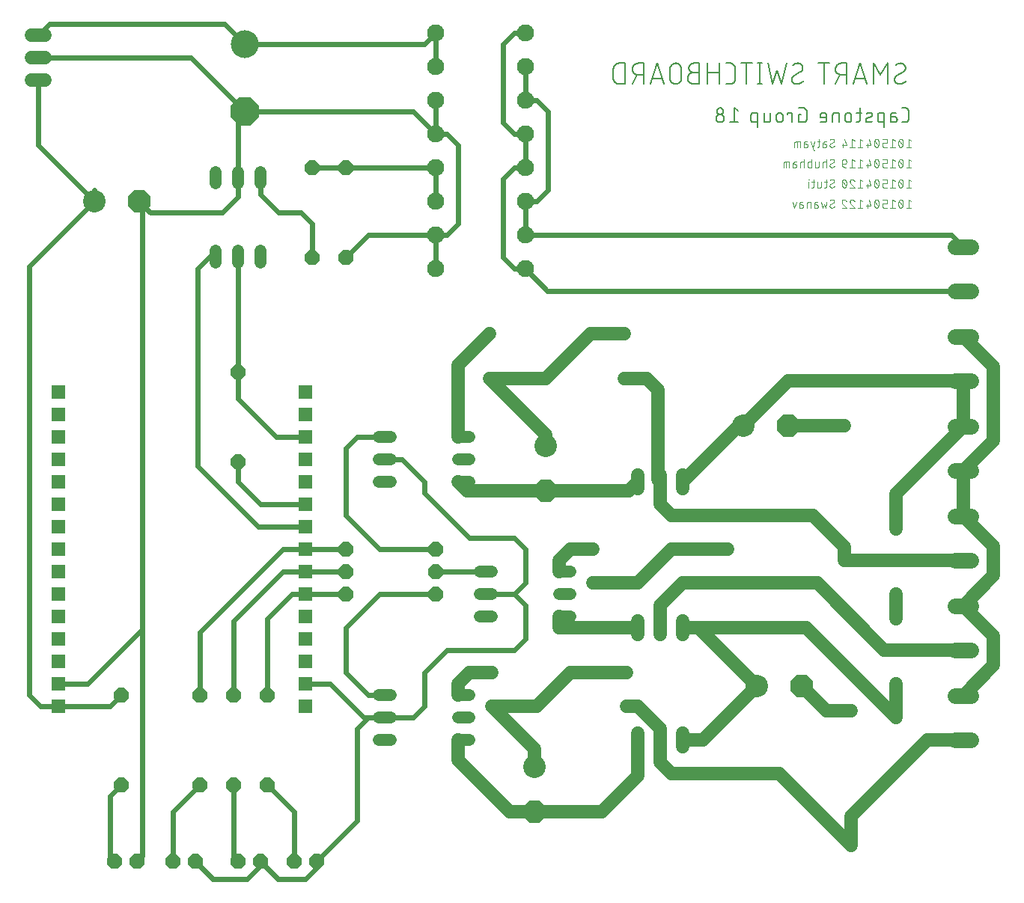
<source format=gbr>
G04 EAGLE Gerber RS-274X export*
G75*
%MOMM*%
%FSLAX34Y34*%
%LPD*%
%INBottom Copper*%
%IPPOS*%
%AMOC8*
5,1,8,0,0,1.08239X$1,22.5*%
G01*
%ADD10C,0.152400*%
%ADD11C,0.076200*%
%ADD12C,0.203200*%
%ADD13C,1.320800*%
%ADD14C,1.930400*%
%ADD15P,1.814519X8X292.500000*%
%ADD16C,1.524000*%
%ADD17P,3.409096X8X292.500000*%
%ADD18C,3.149600*%
%ADD19C,2.540000*%
%ADD20P,2.749271X8X22.500000*%
%ADD21P,1.814519X8X22.500000*%
%ADD22P,1.814519X8X112.500000*%
%ADD23P,1.429621X8X22.500000*%
%ADD24P,1.429621X8X112.500000*%
%ADD25C,1.790700*%
%ADD26R,1.508000X1.508000*%
%ADD27P,2.749271X8X292.500000*%
%ADD28C,0.609600*%
%ADD29C,1.500000*%


D10*
X947053Y851662D02*
X950666Y851662D01*
X950784Y851664D01*
X950902Y851670D01*
X951020Y851679D01*
X951137Y851693D01*
X951254Y851710D01*
X951371Y851731D01*
X951486Y851756D01*
X951601Y851785D01*
X951715Y851818D01*
X951827Y851854D01*
X951938Y851894D01*
X952048Y851937D01*
X952157Y851984D01*
X952264Y852034D01*
X952369Y852089D01*
X952472Y852146D01*
X952573Y852207D01*
X952673Y852271D01*
X952770Y852338D01*
X952865Y852408D01*
X952957Y852482D01*
X953048Y852558D01*
X953135Y852638D01*
X953220Y852720D01*
X953302Y852805D01*
X953382Y852892D01*
X953458Y852983D01*
X953532Y853075D01*
X953602Y853170D01*
X953669Y853267D01*
X953733Y853367D01*
X953794Y853468D01*
X953851Y853571D01*
X953906Y853676D01*
X953956Y853783D01*
X954003Y853892D01*
X954046Y854002D01*
X954086Y854113D01*
X954122Y854225D01*
X954155Y854339D01*
X954184Y854454D01*
X954209Y854569D01*
X954230Y854686D01*
X954247Y854803D01*
X954261Y854920D01*
X954270Y855038D01*
X954276Y855156D01*
X954278Y855274D01*
X954278Y864306D01*
X954276Y864424D01*
X954270Y864542D01*
X954261Y864660D01*
X954247Y864777D01*
X954230Y864894D01*
X954209Y865011D01*
X954184Y865126D01*
X954155Y865241D01*
X954122Y865355D01*
X954086Y865467D01*
X954046Y865578D01*
X954003Y865688D01*
X953956Y865797D01*
X953906Y865904D01*
X953851Y866009D01*
X953794Y866112D01*
X953733Y866213D01*
X953669Y866313D01*
X953602Y866410D01*
X953532Y866505D01*
X953458Y866597D01*
X953382Y866688D01*
X953302Y866775D01*
X953220Y866860D01*
X953135Y866942D01*
X953048Y867022D01*
X952957Y867098D01*
X952865Y867172D01*
X952770Y867242D01*
X952673Y867309D01*
X952573Y867373D01*
X952472Y867434D01*
X952369Y867491D01*
X952264Y867546D01*
X952157Y867596D01*
X952048Y867643D01*
X951938Y867686D01*
X951827Y867726D01*
X951715Y867762D01*
X951601Y867795D01*
X951486Y867824D01*
X951371Y867849D01*
X951254Y867870D01*
X951137Y867887D01*
X951020Y867901D01*
X950902Y867910D01*
X950784Y867916D01*
X950666Y867918D01*
X947053Y867918D01*
X938264Y857984D02*
X934200Y857984D01*
X938264Y857984D02*
X938376Y857982D01*
X938487Y857976D01*
X938598Y857966D01*
X938709Y857953D01*
X938819Y857935D01*
X938928Y857913D01*
X939037Y857888D01*
X939145Y857859D01*
X939251Y857826D01*
X939357Y857789D01*
X939461Y857749D01*
X939563Y857705D01*
X939664Y857657D01*
X939763Y857606D01*
X939861Y857551D01*
X939956Y857493D01*
X940049Y857432D01*
X940140Y857367D01*
X940229Y857299D01*
X940315Y857228D01*
X940398Y857155D01*
X940479Y857078D01*
X940558Y856998D01*
X940633Y856916D01*
X940705Y856831D01*
X940775Y856744D01*
X940841Y856654D01*
X940904Y856562D01*
X940964Y856467D01*
X941020Y856371D01*
X941073Y856273D01*
X941122Y856173D01*
X941168Y856071D01*
X941210Y855968D01*
X941249Y855863D01*
X941284Y855757D01*
X941315Y855650D01*
X941342Y855542D01*
X941366Y855433D01*
X941385Y855323D01*
X941401Y855213D01*
X941413Y855102D01*
X941421Y854990D01*
X941425Y854879D01*
X941425Y854767D01*
X941421Y854656D01*
X941413Y854544D01*
X941401Y854433D01*
X941385Y854323D01*
X941366Y854213D01*
X941342Y854104D01*
X941315Y853996D01*
X941284Y853889D01*
X941249Y853783D01*
X941210Y853678D01*
X941168Y853575D01*
X941122Y853473D01*
X941073Y853373D01*
X941020Y853275D01*
X940964Y853179D01*
X940904Y853084D01*
X940841Y852992D01*
X940775Y852902D01*
X940705Y852815D01*
X940633Y852730D01*
X940558Y852648D01*
X940479Y852568D01*
X940398Y852491D01*
X940315Y852418D01*
X940229Y852347D01*
X940140Y852279D01*
X940049Y852214D01*
X939956Y852153D01*
X939861Y852095D01*
X939763Y852040D01*
X939664Y851989D01*
X939563Y851941D01*
X939461Y851897D01*
X939357Y851857D01*
X939251Y851820D01*
X939145Y851787D01*
X939037Y851758D01*
X938928Y851733D01*
X938819Y851711D01*
X938709Y851693D01*
X938598Y851680D01*
X938487Y851670D01*
X938376Y851664D01*
X938264Y851662D01*
X934200Y851662D01*
X934200Y859790D01*
X934202Y859891D01*
X934208Y859992D01*
X934217Y860093D01*
X934230Y860194D01*
X934247Y860294D01*
X934268Y860393D01*
X934292Y860491D01*
X934320Y860588D01*
X934352Y860685D01*
X934387Y860780D01*
X934426Y860873D01*
X934468Y860965D01*
X934514Y861056D01*
X934563Y861145D01*
X934615Y861231D01*
X934671Y861316D01*
X934729Y861399D01*
X934791Y861479D01*
X934856Y861557D01*
X934923Y861633D01*
X934993Y861706D01*
X935066Y861776D01*
X935142Y861843D01*
X935220Y861908D01*
X935300Y861970D01*
X935383Y862028D01*
X935468Y862084D01*
X935555Y862136D01*
X935643Y862185D01*
X935734Y862231D01*
X935826Y862273D01*
X935919Y862312D01*
X936014Y862347D01*
X936111Y862379D01*
X936208Y862407D01*
X936306Y862431D01*
X936405Y862452D01*
X936505Y862469D01*
X936606Y862482D01*
X936707Y862491D01*
X936808Y862497D01*
X936909Y862499D01*
X940522Y862499D01*
X926689Y862499D02*
X926689Y846243D01*
X926689Y862499D02*
X922174Y862499D01*
X922070Y862497D01*
X921967Y862491D01*
X921863Y862481D01*
X921760Y862467D01*
X921658Y862449D01*
X921557Y862428D01*
X921456Y862402D01*
X921357Y862373D01*
X921258Y862340D01*
X921161Y862303D01*
X921066Y862262D01*
X920972Y862218D01*
X920880Y862170D01*
X920790Y862119D01*
X920701Y862064D01*
X920615Y862006D01*
X920532Y861944D01*
X920450Y861880D01*
X920372Y861812D01*
X920296Y861742D01*
X920222Y861669D01*
X920152Y861592D01*
X920084Y861514D01*
X920020Y861432D01*
X919958Y861349D01*
X919900Y861263D01*
X919845Y861174D01*
X919794Y861084D01*
X919746Y860992D01*
X919702Y860898D01*
X919661Y860803D01*
X919624Y860706D01*
X919591Y860607D01*
X919562Y860508D01*
X919536Y860407D01*
X919515Y860306D01*
X919497Y860204D01*
X919483Y860101D01*
X919473Y859997D01*
X919467Y859894D01*
X919465Y859790D01*
X919464Y859790D02*
X919464Y854371D01*
X919465Y854371D02*
X919467Y854270D01*
X919473Y854169D01*
X919482Y854068D01*
X919495Y853967D01*
X919512Y853867D01*
X919533Y853768D01*
X919557Y853670D01*
X919585Y853573D01*
X919617Y853476D01*
X919652Y853381D01*
X919691Y853288D01*
X919733Y853196D01*
X919779Y853105D01*
X919828Y853016D01*
X919880Y852930D01*
X919936Y852845D01*
X919994Y852762D01*
X920056Y852682D01*
X920121Y852604D01*
X920188Y852528D01*
X920258Y852455D01*
X920331Y852385D01*
X920407Y852318D01*
X920485Y852253D01*
X920565Y852191D01*
X920648Y852133D01*
X920733Y852077D01*
X920820Y852025D01*
X920908Y851976D01*
X920999Y851930D01*
X921091Y851888D01*
X921184Y851849D01*
X921279Y851814D01*
X921376Y851782D01*
X921473Y851754D01*
X921571Y851730D01*
X921670Y851709D01*
X921770Y851692D01*
X921871Y851679D01*
X921972Y851670D01*
X922073Y851664D01*
X922174Y851662D01*
X926689Y851662D01*
X911861Y857984D02*
X907345Y856178D01*
X911861Y857984D02*
X911949Y858021D01*
X912035Y858062D01*
X912120Y858106D01*
X912203Y858154D01*
X912283Y858205D01*
X912362Y858259D01*
X912438Y858317D01*
X912512Y858377D01*
X912584Y858441D01*
X912652Y858507D01*
X912718Y858577D01*
X912781Y858648D01*
X912842Y858723D01*
X912899Y858799D01*
X912952Y858878D01*
X913003Y858959D01*
X913050Y859042D01*
X913094Y859127D01*
X913134Y859214D01*
X913171Y859302D01*
X913204Y859392D01*
X913234Y859483D01*
X913259Y859575D01*
X913281Y859668D01*
X913299Y859762D01*
X913314Y859856D01*
X913324Y859951D01*
X913330Y860047D01*
X913333Y860142D01*
X913332Y860238D01*
X913326Y860333D01*
X913317Y860429D01*
X913304Y860523D01*
X913288Y860617D01*
X913267Y860711D01*
X913242Y860803D01*
X913214Y860894D01*
X913182Y860984D01*
X913147Y861073D01*
X913108Y861160D01*
X913065Y861246D01*
X913019Y861330D01*
X912969Y861411D01*
X912917Y861491D01*
X912861Y861569D01*
X912801Y861644D01*
X912739Y861716D01*
X912674Y861786D01*
X912606Y861854D01*
X912536Y861918D01*
X912463Y861980D01*
X912387Y862038D01*
X912309Y862094D01*
X912229Y862146D01*
X912147Y862195D01*
X912063Y862240D01*
X911977Y862282D01*
X911890Y862321D01*
X911801Y862356D01*
X911710Y862387D01*
X911619Y862414D01*
X911526Y862438D01*
X911433Y862458D01*
X911339Y862474D01*
X911244Y862486D01*
X911149Y862495D01*
X911053Y862499D01*
X910958Y862500D01*
X910711Y862493D01*
X910465Y862481D01*
X910219Y862463D01*
X909973Y862438D01*
X909729Y862408D01*
X909485Y862372D01*
X909242Y862331D01*
X909000Y862283D01*
X908759Y862229D01*
X908520Y862170D01*
X908282Y862105D01*
X908046Y862034D01*
X907811Y861958D01*
X907578Y861876D01*
X907348Y861788D01*
X907120Y861695D01*
X906893Y861597D01*
X907345Y856177D02*
X907257Y856140D01*
X907171Y856099D01*
X907086Y856055D01*
X907003Y856007D01*
X906923Y855956D01*
X906844Y855902D01*
X906768Y855844D01*
X906694Y855784D01*
X906622Y855720D01*
X906554Y855654D01*
X906488Y855584D01*
X906425Y855513D01*
X906364Y855438D01*
X906307Y855362D01*
X906254Y855283D01*
X906203Y855202D01*
X906156Y855119D01*
X906112Y855034D01*
X906072Y854947D01*
X906035Y854859D01*
X906002Y854769D01*
X905972Y854678D01*
X905947Y854586D01*
X905925Y854493D01*
X905907Y854399D01*
X905892Y854305D01*
X905882Y854210D01*
X905876Y854114D01*
X905873Y854019D01*
X905874Y853923D01*
X905880Y853828D01*
X905889Y853732D01*
X905902Y853638D01*
X905918Y853544D01*
X905939Y853450D01*
X905964Y853358D01*
X905992Y853267D01*
X906024Y853177D01*
X906059Y853088D01*
X906098Y853001D01*
X906141Y852915D01*
X906187Y852831D01*
X906237Y852750D01*
X906289Y852670D01*
X906345Y852592D01*
X906405Y852517D01*
X906467Y852445D01*
X906532Y852375D01*
X906600Y852307D01*
X906670Y852243D01*
X906743Y852181D01*
X906819Y852123D01*
X906897Y852067D01*
X906977Y852015D01*
X907059Y851966D01*
X907143Y851921D01*
X907229Y851879D01*
X907316Y851840D01*
X907405Y851805D01*
X907496Y851774D01*
X907587Y851747D01*
X907680Y851723D01*
X907773Y851703D01*
X907867Y851687D01*
X907962Y851675D01*
X908057Y851666D01*
X908153Y851662D01*
X908248Y851661D01*
X908248Y851662D02*
X908610Y851671D01*
X908972Y851689D01*
X909333Y851716D01*
X909693Y851751D01*
X910053Y851794D01*
X910412Y851846D01*
X910769Y851907D01*
X911124Y851976D01*
X911478Y852053D01*
X911830Y852139D01*
X912180Y852233D01*
X912528Y852336D01*
X912873Y852446D01*
X913215Y852565D01*
X900966Y862499D02*
X895547Y862499D01*
X899159Y867918D02*
X899159Y854371D01*
X899157Y854270D01*
X899151Y854169D01*
X899142Y854068D01*
X899129Y853967D01*
X899112Y853867D01*
X899091Y853768D01*
X899067Y853670D01*
X899039Y853573D01*
X899007Y853476D01*
X898972Y853381D01*
X898933Y853288D01*
X898891Y853196D01*
X898845Y853105D01*
X898796Y853017D01*
X898744Y852930D01*
X898688Y852845D01*
X898630Y852762D01*
X898568Y852682D01*
X898503Y852604D01*
X898436Y852528D01*
X898366Y852455D01*
X898293Y852385D01*
X898217Y852318D01*
X898139Y852253D01*
X898059Y852191D01*
X897976Y852133D01*
X897891Y852077D01*
X897805Y852025D01*
X897716Y851976D01*
X897625Y851930D01*
X897533Y851888D01*
X897440Y851849D01*
X897345Y851814D01*
X897248Y851782D01*
X897151Y851754D01*
X897053Y851730D01*
X896954Y851709D01*
X896854Y851692D01*
X896753Y851679D01*
X896652Y851670D01*
X896551Y851664D01*
X896450Y851662D01*
X895547Y851662D01*
X889768Y855274D02*
X889768Y858887D01*
X889766Y859006D01*
X889760Y859126D01*
X889750Y859245D01*
X889736Y859363D01*
X889719Y859482D01*
X889697Y859599D01*
X889672Y859716D01*
X889642Y859831D01*
X889609Y859946D01*
X889572Y860060D01*
X889532Y860172D01*
X889487Y860283D01*
X889439Y860392D01*
X889388Y860500D01*
X889333Y860606D01*
X889274Y860710D01*
X889212Y860812D01*
X889147Y860912D01*
X889078Y861010D01*
X889006Y861106D01*
X888931Y861199D01*
X888854Y861289D01*
X888773Y861377D01*
X888689Y861462D01*
X888602Y861544D01*
X888513Y861624D01*
X888421Y861700D01*
X888327Y861774D01*
X888230Y861844D01*
X888132Y861911D01*
X888031Y861975D01*
X887927Y862035D01*
X887822Y862092D01*
X887715Y862145D01*
X887607Y862195D01*
X887497Y862241D01*
X887385Y862283D01*
X887272Y862322D01*
X887158Y862357D01*
X887043Y862388D01*
X886926Y862416D01*
X886809Y862439D01*
X886692Y862459D01*
X886573Y862475D01*
X886454Y862487D01*
X886335Y862495D01*
X886216Y862499D01*
X886096Y862499D01*
X885977Y862495D01*
X885858Y862487D01*
X885739Y862475D01*
X885620Y862459D01*
X885503Y862439D01*
X885386Y862416D01*
X885269Y862388D01*
X885154Y862357D01*
X885040Y862322D01*
X884927Y862283D01*
X884815Y862241D01*
X884705Y862195D01*
X884597Y862145D01*
X884490Y862092D01*
X884385Y862035D01*
X884281Y861975D01*
X884180Y861911D01*
X884082Y861844D01*
X883985Y861774D01*
X883891Y861700D01*
X883799Y861624D01*
X883710Y861544D01*
X883623Y861462D01*
X883539Y861377D01*
X883458Y861289D01*
X883381Y861199D01*
X883306Y861106D01*
X883234Y861010D01*
X883165Y860912D01*
X883100Y860812D01*
X883038Y860710D01*
X882979Y860606D01*
X882924Y860500D01*
X882873Y860392D01*
X882825Y860283D01*
X882780Y860172D01*
X882740Y860060D01*
X882703Y859946D01*
X882670Y859831D01*
X882640Y859716D01*
X882615Y859599D01*
X882593Y859482D01*
X882576Y859363D01*
X882562Y859245D01*
X882552Y859126D01*
X882546Y859006D01*
X882544Y858887D01*
X882544Y855274D01*
X882546Y855155D01*
X882552Y855035D01*
X882562Y854916D01*
X882576Y854798D01*
X882593Y854679D01*
X882615Y854562D01*
X882640Y854445D01*
X882670Y854330D01*
X882703Y854215D01*
X882740Y854101D01*
X882780Y853989D01*
X882825Y853878D01*
X882873Y853769D01*
X882924Y853661D01*
X882979Y853555D01*
X883038Y853451D01*
X883100Y853349D01*
X883165Y853249D01*
X883234Y853151D01*
X883306Y853055D01*
X883381Y852962D01*
X883458Y852872D01*
X883539Y852784D01*
X883623Y852699D01*
X883710Y852617D01*
X883799Y852537D01*
X883891Y852461D01*
X883985Y852387D01*
X884082Y852317D01*
X884180Y852250D01*
X884281Y852186D01*
X884385Y852126D01*
X884490Y852069D01*
X884597Y852016D01*
X884705Y851966D01*
X884815Y851920D01*
X884927Y851878D01*
X885040Y851839D01*
X885154Y851804D01*
X885269Y851773D01*
X885386Y851745D01*
X885503Y851722D01*
X885620Y851702D01*
X885739Y851686D01*
X885858Y851674D01*
X885977Y851666D01*
X886096Y851662D01*
X886216Y851662D01*
X886335Y851666D01*
X886454Y851674D01*
X886573Y851686D01*
X886692Y851702D01*
X886809Y851722D01*
X886926Y851745D01*
X887043Y851773D01*
X887158Y851804D01*
X887272Y851839D01*
X887385Y851878D01*
X887497Y851920D01*
X887607Y851966D01*
X887715Y852016D01*
X887822Y852069D01*
X887927Y852126D01*
X888031Y852186D01*
X888132Y852250D01*
X888230Y852317D01*
X888327Y852387D01*
X888421Y852461D01*
X888513Y852537D01*
X888602Y852617D01*
X888689Y852699D01*
X888773Y852784D01*
X888854Y852872D01*
X888931Y852962D01*
X889006Y853055D01*
X889078Y853151D01*
X889147Y853249D01*
X889212Y853349D01*
X889274Y853451D01*
X889333Y853555D01*
X889388Y853661D01*
X889439Y853769D01*
X889487Y853878D01*
X889532Y853989D01*
X889572Y854101D01*
X889609Y854215D01*
X889642Y854330D01*
X889672Y854445D01*
X889697Y854562D01*
X889719Y854679D01*
X889736Y854798D01*
X889750Y854916D01*
X889760Y855035D01*
X889766Y855155D01*
X889768Y855274D01*
X875700Y851662D02*
X875700Y862499D01*
X871185Y862499D01*
X871081Y862497D01*
X870978Y862491D01*
X870874Y862481D01*
X870771Y862467D01*
X870669Y862449D01*
X870568Y862428D01*
X870467Y862402D01*
X870368Y862373D01*
X870269Y862340D01*
X870172Y862303D01*
X870077Y862262D01*
X869983Y862218D01*
X869891Y862170D01*
X869801Y862119D01*
X869712Y862064D01*
X869626Y862006D01*
X869543Y861944D01*
X869461Y861880D01*
X869383Y861812D01*
X869307Y861742D01*
X869233Y861669D01*
X869163Y861592D01*
X869095Y861514D01*
X869031Y861432D01*
X868969Y861349D01*
X868911Y861263D01*
X868856Y861174D01*
X868805Y861084D01*
X868757Y860992D01*
X868713Y860898D01*
X868672Y860803D01*
X868635Y860706D01*
X868602Y860607D01*
X868573Y860508D01*
X868547Y860407D01*
X868526Y860306D01*
X868508Y860204D01*
X868494Y860101D01*
X868484Y859997D01*
X868478Y859894D01*
X868476Y859790D01*
X868476Y851662D01*
X858923Y851662D02*
X854407Y851662D01*
X858923Y851662D02*
X859024Y851664D01*
X859125Y851670D01*
X859226Y851679D01*
X859327Y851692D01*
X859427Y851709D01*
X859526Y851730D01*
X859624Y851754D01*
X859721Y851782D01*
X859818Y851814D01*
X859913Y851849D01*
X860006Y851888D01*
X860098Y851930D01*
X860189Y851976D01*
X860278Y852025D01*
X860364Y852077D01*
X860449Y852133D01*
X860532Y852191D01*
X860612Y852253D01*
X860690Y852318D01*
X860766Y852385D01*
X860839Y852455D01*
X860909Y852528D01*
X860976Y852604D01*
X861041Y852682D01*
X861103Y852762D01*
X861161Y852845D01*
X861217Y852930D01*
X861269Y853017D01*
X861318Y853105D01*
X861364Y853196D01*
X861406Y853288D01*
X861445Y853381D01*
X861480Y853476D01*
X861512Y853573D01*
X861540Y853670D01*
X861564Y853768D01*
X861585Y853867D01*
X861602Y853967D01*
X861615Y854068D01*
X861624Y854169D01*
X861630Y854270D01*
X861632Y854371D01*
X861632Y858887D01*
X861630Y859006D01*
X861624Y859126D01*
X861614Y859245D01*
X861600Y859363D01*
X861583Y859482D01*
X861561Y859599D01*
X861536Y859716D01*
X861506Y859831D01*
X861473Y859946D01*
X861436Y860060D01*
X861396Y860172D01*
X861351Y860283D01*
X861303Y860392D01*
X861252Y860500D01*
X861197Y860606D01*
X861138Y860710D01*
X861076Y860812D01*
X861011Y860912D01*
X860942Y861010D01*
X860870Y861106D01*
X860795Y861199D01*
X860718Y861289D01*
X860637Y861377D01*
X860553Y861462D01*
X860466Y861544D01*
X860377Y861624D01*
X860285Y861700D01*
X860191Y861774D01*
X860094Y861844D01*
X859996Y861911D01*
X859895Y861975D01*
X859791Y862035D01*
X859686Y862092D01*
X859579Y862145D01*
X859471Y862195D01*
X859361Y862241D01*
X859249Y862283D01*
X859136Y862322D01*
X859022Y862357D01*
X858907Y862388D01*
X858790Y862416D01*
X858673Y862439D01*
X858556Y862459D01*
X858437Y862475D01*
X858318Y862487D01*
X858199Y862495D01*
X858080Y862499D01*
X857960Y862499D01*
X857841Y862495D01*
X857722Y862487D01*
X857603Y862475D01*
X857484Y862459D01*
X857367Y862439D01*
X857250Y862416D01*
X857133Y862388D01*
X857018Y862357D01*
X856904Y862322D01*
X856791Y862283D01*
X856679Y862241D01*
X856569Y862195D01*
X856461Y862145D01*
X856354Y862092D01*
X856249Y862035D01*
X856145Y861975D01*
X856044Y861911D01*
X855946Y861844D01*
X855849Y861774D01*
X855755Y861700D01*
X855663Y861624D01*
X855574Y861544D01*
X855487Y861462D01*
X855403Y861377D01*
X855322Y861289D01*
X855245Y861199D01*
X855170Y861106D01*
X855098Y861010D01*
X855029Y860912D01*
X854964Y860812D01*
X854902Y860710D01*
X854843Y860606D01*
X854788Y860500D01*
X854737Y860392D01*
X854689Y860283D01*
X854644Y860172D01*
X854604Y860060D01*
X854567Y859946D01*
X854534Y859831D01*
X854504Y859716D01*
X854479Y859599D01*
X854457Y859482D01*
X854440Y859363D01*
X854426Y859245D01*
X854416Y859126D01*
X854410Y859006D01*
X854408Y858887D01*
X854407Y858887D02*
X854407Y857081D01*
X861632Y857081D01*
X832767Y860693D02*
X830057Y860693D01*
X830057Y851662D01*
X835476Y851662D01*
X835594Y851664D01*
X835712Y851670D01*
X835830Y851679D01*
X835947Y851693D01*
X836064Y851710D01*
X836181Y851731D01*
X836296Y851756D01*
X836411Y851785D01*
X836525Y851818D01*
X836637Y851854D01*
X836748Y851894D01*
X836858Y851937D01*
X836967Y851984D01*
X837074Y852034D01*
X837179Y852089D01*
X837282Y852146D01*
X837383Y852207D01*
X837483Y852271D01*
X837580Y852338D01*
X837675Y852408D01*
X837767Y852482D01*
X837858Y852558D01*
X837945Y852638D01*
X838030Y852720D01*
X838112Y852805D01*
X838192Y852892D01*
X838268Y852983D01*
X838342Y853075D01*
X838412Y853170D01*
X838479Y853267D01*
X838543Y853367D01*
X838604Y853468D01*
X838661Y853571D01*
X838716Y853676D01*
X838766Y853783D01*
X838813Y853892D01*
X838856Y854002D01*
X838896Y854113D01*
X838932Y854225D01*
X838965Y854339D01*
X838994Y854454D01*
X839019Y854569D01*
X839040Y854686D01*
X839057Y854803D01*
X839071Y854920D01*
X839080Y855038D01*
X839086Y855156D01*
X839088Y855274D01*
X839089Y855274D02*
X839089Y864306D01*
X839088Y864306D02*
X839086Y864424D01*
X839080Y864542D01*
X839071Y864660D01*
X839057Y864777D01*
X839040Y864894D01*
X839019Y865011D01*
X838994Y865126D01*
X838965Y865241D01*
X838932Y865355D01*
X838896Y865467D01*
X838856Y865578D01*
X838813Y865688D01*
X838766Y865797D01*
X838716Y865904D01*
X838661Y866009D01*
X838604Y866112D01*
X838543Y866213D01*
X838479Y866313D01*
X838412Y866410D01*
X838342Y866505D01*
X838268Y866597D01*
X838192Y866688D01*
X838112Y866775D01*
X838030Y866860D01*
X837945Y866942D01*
X837858Y867022D01*
X837767Y867098D01*
X837675Y867172D01*
X837580Y867242D01*
X837483Y867309D01*
X837383Y867373D01*
X837282Y867434D01*
X837179Y867491D01*
X837074Y867546D01*
X836967Y867596D01*
X836858Y867643D01*
X836748Y867686D01*
X836637Y867726D01*
X836525Y867762D01*
X836411Y867795D01*
X836296Y867824D01*
X836181Y867849D01*
X836064Y867870D01*
X835947Y867887D01*
X835830Y867901D01*
X835712Y867910D01*
X835594Y867916D01*
X835476Y867918D01*
X830057Y867918D01*
X822469Y862499D02*
X822469Y851662D01*
X822469Y862499D02*
X817051Y862499D01*
X817051Y860693D01*
X812133Y858887D02*
X812133Y855274D01*
X812133Y858887D02*
X812131Y859006D01*
X812125Y859126D01*
X812115Y859245D01*
X812101Y859363D01*
X812084Y859482D01*
X812062Y859599D01*
X812037Y859716D01*
X812007Y859831D01*
X811974Y859946D01*
X811937Y860060D01*
X811897Y860172D01*
X811852Y860283D01*
X811804Y860392D01*
X811753Y860500D01*
X811698Y860606D01*
X811639Y860710D01*
X811577Y860812D01*
X811512Y860912D01*
X811443Y861010D01*
X811371Y861106D01*
X811296Y861199D01*
X811219Y861289D01*
X811138Y861377D01*
X811054Y861462D01*
X810967Y861544D01*
X810878Y861624D01*
X810786Y861700D01*
X810692Y861774D01*
X810595Y861844D01*
X810497Y861911D01*
X810396Y861975D01*
X810292Y862035D01*
X810187Y862092D01*
X810080Y862145D01*
X809972Y862195D01*
X809862Y862241D01*
X809750Y862283D01*
X809637Y862322D01*
X809523Y862357D01*
X809408Y862388D01*
X809291Y862416D01*
X809174Y862439D01*
X809057Y862459D01*
X808938Y862475D01*
X808819Y862487D01*
X808700Y862495D01*
X808581Y862499D01*
X808461Y862499D01*
X808342Y862495D01*
X808223Y862487D01*
X808104Y862475D01*
X807985Y862459D01*
X807868Y862439D01*
X807751Y862416D01*
X807634Y862388D01*
X807519Y862357D01*
X807405Y862322D01*
X807292Y862283D01*
X807180Y862241D01*
X807070Y862195D01*
X806962Y862145D01*
X806855Y862092D01*
X806750Y862035D01*
X806646Y861975D01*
X806545Y861911D01*
X806447Y861844D01*
X806350Y861774D01*
X806256Y861700D01*
X806164Y861624D01*
X806075Y861544D01*
X805988Y861462D01*
X805904Y861377D01*
X805823Y861289D01*
X805746Y861199D01*
X805671Y861106D01*
X805599Y861010D01*
X805530Y860912D01*
X805465Y860812D01*
X805403Y860710D01*
X805344Y860606D01*
X805289Y860500D01*
X805238Y860392D01*
X805190Y860283D01*
X805145Y860172D01*
X805105Y860060D01*
X805068Y859946D01*
X805035Y859831D01*
X805005Y859716D01*
X804980Y859599D01*
X804958Y859482D01*
X804941Y859363D01*
X804927Y859245D01*
X804917Y859126D01*
X804911Y859006D01*
X804909Y858887D01*
X804909Y855274D01*
X804911Y855155D01*
X804917Y855035D01*
X804927Y854916D01*
X804941Y854798D01*
X804958Y854679D01*
X804980Y854562D01*
X805005Y854445D01*
X805035Y854330D01*
X805068Y854215D01*
X805105Y854101D01*
X805145Y853989D01*
X805190Y853878D01*
X805238Y853769D01*
X805289Y853661D01*
X805344Y853555D01*
X805403Y853451D01*
X805465Y853349D01*
X805530Y853249D01*
X805599Y853151D01*
X805671Y853055D01*
X805746Y852962D01*
X805823Y852872D01*
X805904Y852784D01*
X805988Y852699D01*
X806075Y852617D01*
X806164Y852537D01*
X806256Y852461D01*
X806350Y852387D01*
X806447Y852317D01*
X806545Y852250D01*
X806646Y852186D01*
X806750Y852126D01*
X806855Y852069D01*
X806962Y852016D01*
X807070Y851966D01*
X807180Y851920D01*
X807292Y851878D01*
X807405Y851839D01*
X807519Y851804D01*
X807634Y851773D01*
X807751Y851745D01*
X807868Y851722D01*
X807985Y851702D01*
X808104Y851686D01*
X808223Y851674D01*
X808342Y851666D01*
X808461Y851662D01*
X808581Y851662D01*
X808700Y851666D01*
X808819Y851674D01*
X808938Y851686D01*
X809057Y851702D01*
X809174Y851722D01*
X809291Y851745D01*
X809408Y851773D01*
X809523Y851804D01*
X809637Y851839D01*
X809750Y851878D01*
X809862Y851920D01*
X809972Y851966D01*
X810080Y852016D01*
X810187Y852069D01*
X810292Y852126D01*
X810396Y852186D01*
X810497Y852250D01*
X810595Y852317D01*
X810692Y852387D01*
X810786Y852461D01*
X810878Y852537D01*
X810967Y852617D01*
X811054Y852699D01*
X811138Y852784D01*
X811219Y852872D01*
X811296Y852962D01*
X811371Y853055D01*
X811443Y853151D01*
X811512Y853249D01*
X811577Y853349D01*
X811639Y853451D01*
X811698Y853555D01*
X811753Y853661D01*
X811804Y853769D01*
X811852Y853878D01*
X811897Y853989D01*
X811937Y854101D01*
X811974Y854215D01*
X812007Y854330D01*
X812037Y854445D01*
X812062Y854562D01*
X812084Y854679D01*
X812101Y854798D01*
X812115Y854916D01*
X812125Y855035D01*
X812131Y855155D01*
X812133Y855274D01*
X798065Y854371D02*
X798065Y862499D01*
X798065Y854371D02*
X798063Y854270D01*
X798057Y854169D01*
X798048Y854068D01*
X798035Y853967D01*
X798018Y853867D01*
X797997Y853768D01*
X797973Y853670D01*
X797945Y853573D01*
X797913Y853476D01*
X797878Y853381D01*
X797839Y853288D01*
X797797Y853196D01*
X797751Y853105D01*
X797702Y853017D01*
X797650Y852930D01*
X797594Y852845D01*
X797536Y852762D01*
X797474Y852682D01*
X797409Y852604D01*
X797342Y852528D01*
X797272Y852455D01*
X797199Y852385D01*
X797123Y852318D01*
X797045Y852253D01*
X796965Y852191D01*
X796882Y852133D01*
X796797Y852077D01*
X796711Y852025D01*
X796622Y851976D01*
X796531Y851930D01*
X796439Y851888D01*
X796346Y851849D01*
X796251Y851814D01*
X796154Y851782D01*
X796057Y851754D01*
X795959Y851730D01*
X795860Y851709D01*
X795760Y851692D01*
X795659Y851679D01*
X795558Y851670D01*
X795457Y851664D01*
X795356Y851662D01*
X790840Y851662D01*
X790840Y862499D01*
X783403Y862499D02*
X783403Y846243D01*
X783403Y862499D02*
X778887Y862499D01*
X778783Y862497D01*
X778680Y862491D01*
X778576Y862481D01*
X778473Y862467D01*
X778371Y862449D01*
X778270Y862428D01*
X778169Y862402D01*
X778070Y862373D01*
X777971Y862340D01*
X777874Y862303D01*
X777779Y862262D01*
X777685Y862218D01*
X777593Y862170D01*
X777503Y862119D01*
X777414Y862064D01*
X777328Y862006D01*
X777245Y861944D01*
X777163Y861880D01*
X777085Y861812D01*
X777009Y861742D01*
X776935Y861669D01*
X776865Y861592D01*
X776797Y861514D01*
X776733Y861432D01*
X776671Y861349D01*
X776613Y861263D01*
X776558Y861174D01*
X776507Y861084D01*
X776459Y860992D01*
X776415Y860898D01*
X776374Y860803D01*
X776337Y860706D01*
X776304Y860607D01*
X776275Y860508D01*
X776249Y860407D01*
X776228Y860306D01*
X776210Y860204D01*
X776196Y860101D01*
X776186Y859997D01*
X776180Y859894D01*
X776178Y859790D01*
X776178Y854371D01*
X776180Y854270D01*
X776186Y854169D01*
X776195Y854068D01*
X776208Y853967D01*
X776225Y853867D01*
X776246Y853768D01*
X776270Y853670D01*
X776298Y853573D01*
X776330Y853476D01*
X776365Y853381D01*
X776404Y853288D01*
X776446Y853196D01*
X776492Y853105D01*
X776541Y853016D01*
X776593Y852930D01*
X776649Y852845D01*
X776707Y852762D01*
X776769Y852682D01*
X776834Y852604D01*
X776901Y852528D01*
X776971Y852455D01*
X777044Y852385D01*
X777120Y852318D01*
X777198Y852253D01*
X777278Y852191D01*
X777361Y852133D01*
X777446Y852077D01*
X777533Y852025D01*
X777621Y851976D01*
X777712Y851930D01*
X777804Y851888D01*
X777897Y851849D01*
X777992Y851814D01*
X778089Y851782D01*
X778186Y851754D01*
X778284Y851730D01*
X778383Y851709D01*
X778483Y851692D01*
X778584Y851679D01*
X778685Y851670D01*
X778786Y851664D01*
X778887Y851662D01*
X783403Y851662D01*
X761454Y864306D02*
X756938Y867918D01*
X756938Y851662D01*
X761454Y851662D02*
X752422Y851662D01*
X745823Y856178D02*
X745821Y856311D01*
X745815Y856443D01*
X745805Y856575D01*
X745792Y856707D01*
X745774Y856839D01*
X745753Y856969D01*
X745728Y857100D01*
X745699Y857229D01*
X745666Y857357D01*
X745630Y857485D01*
X745590Y857611D01*
X745546Y857736D01*
X745498Y857860D01*
X745447Y857982D01*
X745392Y858103D01*
X745334Y858222D01*
X745272Y858340D01*
X745207Y858455D01*
X745138Y858569D01*
X745067Y858680D01*
X744991Y858789D01*
X744913Y858896D01*
X744832Y859001D01*
X744747Y859103D01*
X744660Y859203D01*
X744570Y859300D01*
X744477Y859395D01*
X744381Y859486D01*
X744283Y859575D01*
X744182Y859661D01*
X744078Y859744D01*
X743972Y859824D01*
X743864Y859900D01*
X743754Y859974D01*
X743641Y860044D01*
X743527Y860111D01*
X743410Y860174D01*
X743292Y860234D01*
X743172Y860291D01*
X743050Y860344D01*
X742927Y860393D01*
X742803Y860439D01*
X742677Y860481D01*
X742550Y860519D01*
X742422Y860554D01*
X742293Y860585D01*
X742164Y860612D01*
X742033Y860635D01*
X741902Y860655D01*
X741770Y860670D01*
X741638Y860682D01*
X741506Y860690D01*
X741373Y860694D01*
X741241Y860694D01*
X741108Y860690D01*
X740976Y860682D01*
X740844Y860670D01*
X740712Y860655D01*
X740581Y860635D01*
X740450Y860612D01*
X740321Y860585D01*
X740192Y860554D01*
X740064Y860519D01*
X739937Y860481D01*
X739811Y860439D01*
X739687Y860393D01*
X739564Y860344D01*
X739442Y860291D01*
X739322Y860234D01*
X739204Y860174D01*
X739087Y860111D01*
X738973Y860044D01*
X738860Y859974D01*
X738750Y859900D01*
X738642Y859824D01*
X738536Y859744D01*
X738432Y859661D01*
X738331Y859575D01*
X738233Y859486D01*
X738137Y859395D01*
X738044Y859300D01*
X737954Y859203D01*
X737867Y859103D01*
X737782Y859001D01*
X737701Y858896D01*
X737623Y858789D01*
X737547Y858680D01*
X737476Y858569D01*
X737407Y858455D01*
X737342Y858340D01*
X737280Y858222D01*
X737222Y858103D01*
X737167Y857982D01*
X737116Y857860D01*
X737068Y857736D01*
X737024Y857611D01*
X736984Y857485D01*
X736948Y857357D01*
X736915Y857229D01*
X736886Y857100D01*
X736861Y856969D01*
X736840Y856839D01*
X736822Y856707D01*
X736809Y856575D01*
X736799Y856443D01*
X736793Y856311D01*
X736791Y856178D01*
X736793Y856045D01*
X736799Y855913D01*
X736809Y855781D01*
X736822Y855649D01*
X736840Y855517D01*
X736861Y855387D01*
X736886Y855256D01*
X736915Y855127D01*
X736948Y854999D01*
X736984Y854871D01*
X737024Y854745D01*
X737068Y854620D01*
X737116Y854496D01*
X737167Y854374D01*
X737222Y854253D01*
X737280Y854134D01*
X737342Y854016D01*
X737407Y853901D01*
X737476Y853787D01*
X737547Y853676D01*
X737623Y853567D01*
X737701Y853460D01*
X737782Y853355D01*
X737867Y853253D01*
X737954Y853153D01*
X738044Y853056D01*
X738137Y852961D01*
X738233Y852870D01*
X738331Y852781D01*
X738432Y852695D01*
X738536Y852612D01*
X738642Y852532D01*
X738750Y852456D01*
X738860Y852382D01*
X738973Y852312D01*
X739087Y852245D01*
X739204Y852182D01*
X739322Y852122D01*
X739442Y852065D01*
X739564Y852012D01*
X739687Y851963D01*
X739811Y851917D01*
X739937Y851875D01*
X740064Y851837D01*
X740192Y851802D01*
X740321Y851771D01*
X740450Y851744D01*
X740581Y851721D01*
X740712Y851701D01*
X740844Y851686D01*
X740976Y851674D01*
X741108Y851666D01*
X741241Y851662D01*
X741373Y851662D01*
X741506Y851666D01*
X741638Y851674D01*
X741770Y851686D01*
X741902Y851701D01*
X742033Y851721D01*
X742164Y851744D01*
X742293Y851771D01*
X742422Y851802D01*
X742550Y851837D01*
X742677Y851875D01*
X742803Y851917D01*
X742927Y851963D01*
X743050Y852012D01*
X743172Y852065D01*
X743292Y852122D01*
X743410Y852182D01*
X743527Y852245D01*
X743641Y852312D01*
X743754Y852382D01*
X743864Y852456D01*
X743972Y852532D01*
X744078Y852612D01*
X744182Y852695D01*
X744283Y852781D01*
X744381Y852870D01*
X744477Y852961D01*
X744570Y853056D01*
X744660Y853153D01*
X744747Y853253D01*
X744832Y853355D01*
X744913Y853460D01*
X744991Y853567D01*
X745067Y853676D01*
X745138Y853787D01*
X745207Y853901D01*
X745272Y854016D01*
X745334Y854134D01*
X745392Y854253D01*
X745447Y854374D01*
X745498Y854496D01*
X745546Y854620D01*
X745590Y854745D01*
X745630Y854871D01*
X745666Y854999D01*
X745699Y855127D01*
X745728Y855256D01*
X745753Y855387D01*
X745774Y855517D01*
X745792Y855649D01*
X745805Y855781D01*
X745815Y855913D01*
X745821Y856045D01*
X745823Y856178D01*
X744919Y864306D02*
X744917Y864425D01*
X744911Y864545D01*
X744901Y864664D01*
X744887Y864782D01*
X744870Y864901D01*
X744848Y865018D01*
X744823Y865135D01*
X744793Y865250D01*
X744760Y865365D01*
X744723Y865479D01*
X744683Y865591D01*
X744638Y865702D01*
X744590Y865811D01*
X744539Y865919D01*
X744484Y866025D01*
X744425Y866129D01*
X744363Y866231D01*
X744298Y866331D01*
X744229Y866429D01*
X744157Y866525D01*
X744082Y866618D01*
X744005Y866708D01*
X743924Y866796D01*
X743840Y866881D01*
X743753Y866963D01*
X743664Y867043D01*
X743572Y867119D01*
X743478Y867193D01*
X743381Y867263D01*
X743283Y867330D01*
X743182Y867394D01*
X743078Y867454D01*
X742973Y867511D01*
X742866Y867564D01*
X742758Y867614D01*
X742648Y867660D01*
X742536Y867702D01*
X742423Y867741D01*
X742309Y867776D01*
X742194Y867807D01*
X742077Y867835D01*
X741960Y867858D01*
X741843Y867878D01*
X741724Y867894D01*
X741605Y867906D01*
X741486Y867914D01*
X741367Y867918D01*
X741247Y867918D01*
X741128Y867914D01*
X741009Y867906D01*
X740890Y867894D01*
X740771Y867878D01*
X740654Y867858D01*
X740537Y867835D01*
X740420Y867807D01*
X740305Y867776D01*
X740191Y867741D01*
X740078Y867702D01*
X739966Y867660D01*
X739856Y867614D01*
X739748Y867564D01*
X739641Y867511D01*
X739536Y867454D01*
X739432Y867394D01*
X739331Y867330D01*
X739233Y867263D01*
X739136Y867193D01*
X739042Y867119D01*
X738950Y867043D01*
X738861Y866963D01*
X738774Y866881D01*
X738690Y866796D01*
X738609Y866708D01*
X738532Y866618D01*
X738457Y866525D01*
X738385Y866429D01*
X738316Y866331D01*
X738251Y866231D01*
X738189Y866129D01*
X738130Y866025D01*
X738075Y865919D01*
X738024Y865811D01*
X737976Y865702D01*
X737931Y865591D01*
X737891Y865479D01*
X737854Y865365D01*
X737821Y865250D01*
X737791Y865135D01*
X737766Y865018D01*
X737744Y864901D01*
X737727Y864782D01*
X737713Y864664D01*
X737703Y864545D01*
X737697Y864425D01*
X737695Y864306D01*
X737697Y864187D01*
X737703Y864067D01*
X737713Y863948D01*
X737727Y863830D01*
X737744Y863711D01*
X737766Y863594D01*
X737791Y863477D01*
X737821Y863362D01*
X737854Y863247D01*
X737891Y863133D01*
X737931Y863021D01*
X737976Y862910D01*
X738024Y862801D01*
X738075Y862693D01*
X738130Y862587D01*
X738189Y862483D01*
X738251Y862381D01*
X738316Y862281D01*
X738385Y862183D01*
X738457Y862087D01*
X738532Y861994D01*
X738609Y861904D01*
X738690Y861816D01*
X738774Y861731D01*
X738861Y861649D01*
X738950Y861569D01*
X739042Y861493D01*
X739136Y861419D01*
X739233Y861349D01*
X739331Y861282D01*
X739432Y861218D01*
X739536Y861158D01*
X739641Y861101D01*
X739748Y861048D01*
X739856Y860998D01*
X739966Y860952D01*
X740078Y860910D01*
X740191Y860871D01*
X740305Y860836D01*
X740420Y860805D01*
X740537Y860777D01*
X740654Y860754D01*
X740771Y860734D01*
X740890Y860718D01*
X741009Y860706D01*
X741128Y860698D01*
X741247Y860694D01*
X741367Y860694D01*
X741486Y860698D01*
X741605Y860706D01*
X741724Y860718D01*
X741843Y860734D01*
X741960Y860754D01*
X742077Y860777D01*
X742194Y860805D01*
X742309Y860836D01*
X742423Y860871D01*
X742536Y860910D01*
X742648Y860952D01*
X742758Y860998D01*
X742866Y861048D01*
X742973Y861101D01*
X743078Y861158D01*
X743182Y861218D01*
X743283Y861282D01*
X743381Y861349D01*
X743478Y861419D01*
X743572Y861493D01*
X743664Y861569D01*
X743753Y861649D01*
X743840Y861731D01*
X743924Y861816D01*
X744005Y861904D01*
X744082Y861994D01*
X744157Y862087D01*
X744229Y862183D01*
X744298Y862281D01*
X744363Y862381D01*
X744425Y862483D01*
X744484Y862587D01*
X744539Y862693D01*
X744590Y862801D01*
X744638Y862910D01*
X744683Y863021D01*
X744723Y863133D01*
X744760Y863247D01*
X744793Y863362D01*
X744823Y863477D01*
X744848Y863594D01*
X744870Y863711D01*
X744887Y863830D01*
X744901Y863948D01*
X744911Y864067D01*
X744917Y864187D01*
X744919Y864306D01*
D11*
X954588Y832739D02*
X957199Y830651D01*
X954588Y832739D02*
X954588Y823341D01*
X951978Y823341D02*
X957199Y823341D01*
X948055Y828040D02*
X948053Y828225D01*
X948046Y828410D01*
X948035Y828594D01*
X948020Y828778D01*
X948000Y828962D01*
X947976Y829146D01*
X947947Y829328D01*
X947914Y829510D01*
X947877Y829691D01*
X947835Y829871D01*
X947789Y830051D01*
X947739Y830229D01*
X947685Y830405D01*
X947626Y830581D01*
X947564Y830755D01*
X947497Y830927D01*
X947426Y831098D01*
X947351Y831267D01*
X947272Y831434D01*
X947273Y831434D02*
X947243Y831514D01*
X947210Y831593D01*
X947173Y831670D01*
X947133Y831746D01*
X947090Y831820D01*
X947044Y831892D01*
X946994Y831961D01*
X946942Y832029D01*
X946886Y832094D01*
X946828Y832157D01*
X946766Y832216D01*
X946703Y832274D01*
X946636Y832328D01*
X946568Y832379D01*
X946497Y832427D01*
X946424Y832472D01*
X946350Y832514D01*
X946273Y832552D01*
X946195Y832587D01*
X946116Y832619D01*
X946035Y832647D01*
X945953Y832671D01*
X945869Y832692D01*
X945786Y832709D01*
X945701Y832722D01*
X945616Y832731D01*
X945531Y832737D01*
X945445Y832739D01*
X945359Y832737D01*
X945274Y832731D01*
X945189Y832722D01*
X945104Y832709D01*
X945021Y832692D01*
X944937Y832671D01*
X944855Y832647D01*
X944775Y832619D01*
X944695Y832587D01*
X944617Y832552D01*
X944540Y832514D01*
X944466Y832472D01*
X944393Y832427D01*
X944322Y832379D01*
X944254Y832328D01*
X944187Y832274D01*
X944124Y832216D01*
X944063Y832157D01*
X944004Y832094D01*
X943949Y832029D01*
X943896Y831961D01*
X943846Y831892D01*
X943800Y831820D01*
X943757Y831746D01*
X943717Y831670D01*
X943680Y831593D01*
X943647Y831514D01*
X943617Y831434D01*
X943538Y831267D01*
X943463Y831098D01*
X943392Y830927D01*
X943325Y830755D01*
X943263Y830581D01*
X943204Y830405D01*
X943150Y830229D01*
X943100Y830051D01*
X943054Y829871D01*
X943012Y829691D01*
X942975Y829510D01*
X942942Y829328D01*
X942913Y829146D01*
X942889Y828962D01*
X942869Y828778D01*
X942854Y828594D01*
X942843Y828410D01*
X942836Y828225D01*
X942834Y828040D01*
X948055Y828040D02*
X948053Y827855D01*
X948046Y827670D01*
X948035Y827486D01*
X948020Y827302D01*
X948000Y827118D01*
X947976Y826934D01*
X947947Y826752D01*
X947914Y826570D01*
X947877Y826389D01*
X947835Y826209D01*
X947789Y826029D01*
X947739Y825851D01*
X947685Y825675D01*
X947626Y825499D01*
X947564Y825325D01*
X947497Y825153D01*
X947426Y824982D01*
X947351Y824813D01*
X947272Y824646D01*
X947273Y824646D02*
X947243Y824566D01*
X947210Y824487D01*
X947173Y824410D01*
X947133Y824334D01*
X947090Y824260D01*
X947044Y824188D01*
X946994Y824119D01*
X946941Y824051D01*
X946886Y823986D01*
X946827Y823923D01*
X946766Y823864D01*
X946703Y823806D01*
X946636Y823752D01*
X946568Y823701D01*
X946497Y823653D01*
X946424Y823608D01*
X946350Y823566D01*
X946273Y823528D01*
X946195Y823493D01*
X946116Y823461D01*
X946035Y823433D01*
X945953Y823409D01*
X945869Y823388D01*
X945786Y823371D01*
X945701Y823358D01*
X945616Y823349D01*
X945531Y823343D01*
X945445Y823341D01*
X943617Y824646D02*
X943538Y824813D01*
X943463Y824982D01*
X943392Y825153D01*
X943325Y825325D01*
X943263Y825499D01*
X943204Y825675D01*
X943150Y825851D01*
X943100Y826029D01*
X943054Y826209D01*
X943012Y826389D01*
X942975Y826570D01*
X942942Y826752D01*
X942913Y826934D01*
X942889Y827118D01*
X942869Y827302D01*
X942854Y827486D01*
X942843Y827670D01*
X942836Y827855D01*
X942834Y828040D01*
X943617Y824646D02*
X943647Y824566D01*
X943680Y824487D01*
X943717Y824410D01*
X943757Y824334D01*
X943800Y824260D01*
X943846Y824188D01*
X943896Y824119D01*
X943949Y824051D01*
X944004Y823986D01*
X944063Y823923D01*
X944124Y823864D01*
X944187Y823806D01*
X944254Y823752D01*
X944322Y823701D01*
X944393Y823653D01*
X944466Y823608D01*
X944540Y823566D01*
X944617Y823528D01*
X944695Y823493D01*
X944775Y823461D01*
X944855Y823433D01*
X944937Y823409D01*
X945021Y823388D01*
X945104Y823371D01*
X945189Y823358D01*
X945274Y823349D01*
X945359Y823343D01*
X945445Y823341D01*
X947533Y825429D02*
X943356Y830651D01*
X938911Y830651D02*
X936301Y832739D01*
X936301Y823341D01*
X938911Y823341D02*
X933690Y823341D01*
X929767Y823341D02*
X926634Y823341D01*
X926545Y823343D01*
X926457Y823349D01*
X926369Y823358D01*
X926281Y823371D01*
X926194Y823388D01*
X926108Y823408D01*
X926023Y823433D01*
X925938Y823460D01*
X925855Y823492D01*
X925774Y823526D01*
X925694Y823565D01*
X925616Y823606D01*
X925539Y823651D01*
X925465Y823699D01*
X925392Y823750D01*
X925322Y823804D01*
X925255Y823862D01*
X925189Y823922D01*
X925127Y823984D01*
X925067Y824050D01*
X925009Y824117D01*
X924955Y824187D01*
X924904Y824260D01*
X924856Y824334D01*
X924811Y824411D01*
X924770Y824489D01*
X924731Y824569D01*
X924697Y824650D01*
X924665Y824733D01*
X924638Y824818D01*
X924613Y824903D01*
X924593Y824989D01*
X924576Y825076D01*
X924563Y825164D01*
X924554Y825252D01*
X924548Y825340D01*
X924546Y825429D01*
X924546Y826474D01*
X924548Y826563D01*
X924554Y826651D01*
X924563Y826739D01*
X924576Y826827D01*
X924593Y826914D01*
X924613Y827000D01*
X924638Y827085D01*
X924665Y827170D01*
X924697Y827253D01*
X924731Y827334D01*
X924770Y827414D01*
X924811Y827492D01*
X924856Y827569D01*
X924904Y827643D01*
X924955Y827716D01*
X925009Y827786D01*
X925067Y827853D01*
X925127Y827919D01*
X925189Y827981D01*
X925255Y828041D01*
X925322Y828099D01*
X925392Y828153D01*
X925465Y828204D01*
X925539Y828252D01*
X925616Y828297D01*
X925694Y828338D01*
X925774Y828377D01*
X925855Y828411D01*
X925938Y828443D01*
X926023Y828470D01*
X926108Y828495D01*
X926194Y828515D01*
X926281Y828532D01*
X926369Y828545D01*
X926457Y828554D01*
X926545Y828560D01*
X926634Y828562D01*
X929767Y828562D01*
X929767Y832739D01*
X924546Y832739D01*
X919840Y831434D02*
X919919Y831267D01*
X919994Y831098D01*
X920065Y830927D01*
X920132Y830755D01*
X920194Y830581D01*
X920253Y830405D01*
X920307Y830229D01*
X920357Y830051D01*
X920403Y829871D01*
X920445Y829691D01*
X920482Y829510D01*
X920515Y829328D01*
X920544Y829146D01*
X920568Y828962D01*
X920588Y828778D01*
X920603Y828594D01*
X920614Y828410D01*
X920621Y828225D01*
X920623Y828040D01*
X919841Y831434D02*
X919811Y831514D01*
X919778Y831593D01*
X919741Y831670D01*
X919701Y831746D01*
X919658Y831820D01*
X919612Y831892D01*
X919562Y831961D01*
X919510Y832029D01*
X919454Y832094D01*
X919396Y832157D01*
X919334Y832216D01*
X919271Y832274D01*
X919204Y832328D01*
X919136Y832379D01*
X919065Y832427D01*
X918992Y832472D01*
X918918Y832514D01*
X918841Y832552D01*
X918763Y832587D01*
X918684Y832619D01*
X918603Y832647D01*
X918521Y832671D01*
X918437Y832692D01*
X918354Y832709D01*
X918269Y832722D01*
X918184Y832731D01*
X918099Y832737D01*
X918013Y832739D01*
X917927Y832737D01*
X917842Y832731D01*
X917757Y832722D01*
X917672Y832709D01*
X917589Y832692D01*
X917505Y832671D01*
X917423Y832647D01*
X917343Y832619D01*
X917263Y832587D01*
X917185Y832552D01*
X917108Y832514D01*
X917034Y832472D01*
X916961Y832427D01*
X916890Y832379D01*
X916822Y832328D01*
X916755Y832274D01*
X916692Y832216D01*
X916631Y832157D01*
X916572Y832094D01*
X916517Y832029D01*
X916464Y831961D01*
X916414Y831892D01*
X916368Y831820D01*
X916325Y831746D01*
X916285Y831670D01*
X916248Y831593D01*
X916215Y831514D01*
X916185Y831434D01*
X916106Y831267D01*
X916031Y831098D01*
X915960Y830927D01*
X915893Y830755D01*
X915831Y830581D01*
X915772Y830405D01*
X915718Y830229D01*
X915668Y830051D01*
X915622Y829871D01*
X915580Y829691D01*
X915543Y829510D01*
X915510Y829328D01*
X915481Y829146D01*
X915457Y828962D01*
X915437Y828778D01*
X915422Y828594D01*
X915411Y828410D01*
X915404Y828225D01*
X915402Y828040D01*
X920623Y828040D02*
X920621Y827855D01*
X920614Y827670D01*
X920603Y827486D01*
X920588Y827302D01*
X920568Y827118D01*
X920544Y826934D01*
X920515Y826752D01*
X920482Y826570D01*
X920445Y826389D01*
X920403Y826209D01*
X920357Y826029D01*
X920307Y825851D01*
X920253Y825675D01*
X920194Y825499D01*
X920132Y825325D01*
X920065Y825153D01*
X919994Y824982D01*
X919919Y824813D01*
X919840Y824646D01*
X919841Y824646D02*
X919811Y824566D01*
X919778Y824487D01*
X919741Y824410D01*
X919701Y824334D01*
X919658Y824260D01*
X919612Y824188D01*
X919562Y824119D01*
X919509Y824051D01*
X919454Y823986D01*
X919395Y823923D01*
X919334Y823864D01*
X919271Y823806D01*
X919204Y823752D01*
X919136Y823701D01*
X919065Y823653D01*
X918992Y823608D01*
X918918Y823566D01*
X918841Y823528D01*
X918763Y823493D01*
X918684Y823461D01*
X918603Y823433D01*
X918521Y823409D01*
X918437Y823388D01*
X918354Y823371D01*
X918269Y823358D01*
X918184Y823349D01*
X918099Y823343D01*
X918013Y823341D01*
X916185Y824646D02*
X916106Y824813D01*
X916031Y824982D01*
X915960Y825153D01*
X915893Y825325D01*
X915831Y825499D01*
X915772Y825675D01*
X915718Y825851D01*
X915668Y826029D01*
X915622Y826209D01*
X915580Y826389D01*
X915543Y826570D01*
X915510Y826752D01*
X915481Y826934D01*
X915457Y827118D01*
X915437Y827302D01*
X915422Y827486D01*
X915411Y827670D01*
X915404Y827855D01*
X915402Y828040D01*
X916185Y824646D02*
X916215Y824566D01*
X916248Y824487D01*
X916285Y824410D01*
X916325Y824334D01*
X916368Y824260D01*
X916414Y824188D01*
X916464Y824119D01*
X916517Y824051D01*
X916572Y823986D01*
X916631Y823923D01*
X916692Y823864D01*
X916755Y823806D01*
X916822Y823752D01*
X916890Y823701D01*
X916961Y823653D01*
X917034Y823608D01*
X917108Y823566D01*
X917185Y823528D01*
X917263Y823493D01*
X917343Y823461D01*
X917423Y823433D01*
X917505Y823409D01*
X917589Y823388D01*
X917672Y823371D01*
X917757Y823358D01*
X917842Y823349D01*
X917927Y823343D01*
X918013Y823341D01*
X920101Y825429D02*
X915924Y830651D01*
X911479Y825429D02*
X909391Y832739D01*
X911479Y825429D02*
X906258Y825429D01*
X907824Y827518D02*
X907824Y823341D01*
X902335Y830651D02*
X899725Y832739D01*
X899725Y823341D01*
X902335Y823341D02*
X897114Y823341D01*
X893191Y830651D02*
X890581Y832739D01*
X890581Y823341D01*
X893191Y823341D02*
X887970Y823341D01*
X884047Y825429D02*
X881959Y832739D01*
X884047Y825429D02*
X878826Y825429D01*
X880393Y823341D02*
X880393Y827518D01*
X867199Y823341D02*
X867110Y823343D01*
X867022Y823349D01*
X866934Y823358D01*
X866846Y823371D01*
X866759Y823388D01*
X866673Y823408D01*
X866588Y823433D01*
X866503Y823460D01*
X866420Y823492D01*
X866339Y823526D01*
X866259Y823565D01*
X866181Y823606D01*
X866104Y823651D01*
X866030Y823699D01*
X865957Y823750D01*
X865887Y823804D01*
X865820Y823862D01*
X865754Y823922D01*
X865692Y823984D01*
X865632Y824050D01*
X865574Y824117D01*
X865520Y824187D01*
X865469Y824260D01*
X865421Y824334D01*
X865376Y824411D01*
X865335Y824489D01*
X865296Y824569D01*
X865262Y824650D01*
X865230Y824733D01*
X865203Y824818D01*
X865178Y824903D01*
X865158Y824989D01*
X865141Y825076D01*
X865128Y825164D01*
X865119Y825252D01*
X865113Y825340D01*
X865111Y825429D01*
X867199Y823341D02*
X867328Y823343D01*
X867457Y823349D01*
X867586Y823358D01*
X867714Y823371D01*
X867842Y823388D01*
X867969Y823409D01*
X868096Y823433D01*
X868222Y823461D01*
X868347Y823493D01*
X868471Y823528D01*
X868594Y823567D01*
X868716Y823610D01*
X868836Y823656D01*
X868955Y823706D01*
X869073Y823759D01*
X869189Y823815D01*
X869303Y823875D01*
X869416Y823938D01*
X869526Y824005D01*
X869635Y824074D01*
X869741Y824147D01*
X869846Y824223D01*
X869948Y824302D01*
X870048Y824384D01*
X870145Y824468D01*
X870240Y824556D01*
X870332Y824646D01*
X870070Y830651D02*
X870068Y830740D01*
X870062Y830828D01*
X870053Y830916D01*
X870040Y831004D01*
X870023Y831091D01*
X870003Y831177D01*
X869978Y831262D01*
X869951Y831347D01*
X869919Y831430D01*
X869885Y831511D01*
X869846Y831591D01*
X869805Y831669D01*
X869760Y831746D01*
X869712Y831820D01*
X869661Y831893D01*
X869607Y831963D01*
X869549Y832030D01*
X869489Y832096D01*
X869427Y832158D01*
X869361Y832218D01*
X869294Y832276D01*
X869224Y832330D01*
X869151Y832381D01*
X869077Y832429D01*
X869000Y832474D01*
X868922Y832515D01*
X868842Y832554D01*
X868761Y832588D01*
X868678Y832620D01*
X868593Y832647D01*
X868508Y832672D01*
X868422Y832692D01*
X868335Y832709D01*
X868247Y832722D01*
X868159Y832731D01*
X868071Y832737D01*
X867982Y832739D01*
X867862Y832737D01*
X867742Y832732D01*
X867623Y832722D01*
X867503Y832710D01*
X867384Y832693D01*
X867266Y832673D01*
X867148Y832649D01*
X867032Y832622D01*
X866916Y832591D01*
X866801Y832557D01*
X866687Y832519D01*
X866574Y832477D01*
X866463Y832432D01*
X866353Y832384D01*
X866245Y832333D01*
X866138Y832278D01*
X866033Y832220D01*
X865930Y832158D01*
X865829Y832094D01*
X865729Y832026D01*
X865632Y831956D01*
X869026Y828824D02*
X869104Y828872D01*
X869180Y828924D01*
X869253Y828978D01*
X869324Y829036D01*
X869393Y829097D01*
X869459Y829161D01*
X869522Y829228D01*
X869582Y829297D01*
X869639Y829369D01*
X869693Y829443D01*
X869743Y829520D01*
X869791Y829599D01*
X869834Y829679D01*
X869875Y829762D01*
X869911Y829846D01*
X869944Y829931D01*
X869973Y830018D01*
X869999Y830107D01*
X870021Y830196D01*
X870038Y830286D01*
X870052Y830376D01*
X870062Y830468D01*
X870068Y830559D01*
X870070Y830651D01*
X866154Y827256D02*
X866076Y827208D01*
X866000Y827156D01*
X865927Y827102D01*
X865856Y827044D01*
X865787Y826983D01*
X865721Y826919D01*
X865658Y826852D01*
X865598Y826783D01*
X865541Y826711D01*
X865487Y826637D01*
X865437Y826560D01*
X865389Y826481D01*
X865346Y826401D01*
X865305Y826318D01*
X865269Y826234D01*
X865236Y826149D01*
X865207Y826062D01*
X865181Y825973D01*
X865159Y825884D01*
X865142Y825794D01*
X865128Y825704D01*
X865118Y825612D01*
X865112Y825521D01*
X865110Y825429D01*
X866154Y827257D02*
X869026Y828823D01*
X859798Y826996D02*
X857448Y826996D01*
X859798Y826995D02*
X859882Y826993D01*
X859967Y826987D01*
X860050Y826977D01*
X860134Y826964D01*
X860216Y826946D01*
X860298Y826925D01*
X860379Y826900D01*
X860458Y826872D01*
X860536Y826839D01*
X860612Y826803D01*
X860687Y826764D01*
X860760Y826721D01*
X860831Y826675D01*
X860899Y826626D01*
X860965Y826574D01*
X861029Y826518D01*
X861090Y826460D01*
X861148Y826399D01*
X861204Y826335D01*
X861256Y826269D01*
X861305Y826201D01*
X861351Y826130D01*
X861394Y826057D01*
X861433Y825982D01*
X861469Y825906D01*
X861502Y825828D01*
X861530Y825749D01*
X861555Y825668D01*
X861576Y825586D01*
X861594Y825504D01*
X861607Y825420D01*
X861617Y825337D01*
X861623Y825252D01*
X861625Y825168D01*
X861623Y825084D01*
X861617Y824999D01*
X861607Y824916D01*
X861594Y824832D01*
X861576Y824750D01*
X861555Y824668D01*
X861530Y824587D01*
X861502Y824508D01*
X861469Y824430D01*
X861433Y824354D01*
X861394Y824279D01*
X861351Y824206D01*
X861305Y824135D01*
X861256Y824067D01*
X861204Y824001D01*
X861148Y823937D01*
X861090Y823876D01*
X861029Y823818D01*
X860965Y823762D01*
X860899Y823710D01*
X860831Y823661D01*
X860760Y823615D01*
X860687Y823572D01*
X860612Y823533D01*
X860536Y823497D01*
X860458Y823464D01*
X860379Y823436D01*
X860298Y823411D01*
X860216Y823390D01*
X860134Y823372D01*
X860050Y823359D01*
X859967Y823349D01*
X859882Y823343D01*
X859798Y823341D01*
X857448Y823341D01*
X857448Y828040D01*
X857449Y828040D02*
X857451Y828117D01*
X857457Y828193D01*
X857466Y828270D01*
X857479Y828346D01*
X857496Y828421D01*
X857516Y828495D01*
X857541Y828568D01*
X857568Y828639D01*
X857599Y828710D01*
X857634Y828778D01*
X857672Y828845D01*
X857713Y828910D01*
X857757Y828973D01*
X857804Y829033D01*
X857855Y829092D01*
X857908Y829147D01*
X857963Y829200D01*
X858022Y829251D01*
X858082Y829298D01*
X858145Y829342D01*
X858210Y829383D01*
X858277Y829421D01*
X858345Y829456D01*
X858416Y829487D01*
X858487Y829514D01*
X858560Y829539D01*
X858635Y829559D01*
X858710Y829576D01*
X858785Y829589D01*
X858862Y829598D01*
X858938Y829604D01*
X859015Y829606D01*
X861103Y829606D01*
X854119Y829606D02*
X850986Y829606D01*
X853075Y832739D02*
X853075Y824907D01*
X853074Y824907D02*
X853072Y824830D01*
X853066Y824754D01*
X853057Y824677D01*
X853044Y824601D01*
X853027Y824526D01*
X853007Y824452D01*
X852982Y824379D01*
X852955Y824308D01*
X852924Y824237D01*
X852889Y824169D01*
X852851Y824102D01*
X852810Y824037D01*
X852766Y823974D01*
X852719Y823914D01*
X852668Y823855D01*
X852615Y823800D01*
X852560Y823747D01*
X852501Y823696D01*
X852441Y823649D01*
X852378Y823605D01*
X852313Y823564D01*
X852246Y823526D01*
X852178Y823491D01*
X852107Y823460D01*
X852036Y823433D01*
X851963Y823408D01*
X851889Y823388D01*
X851814Y823371D01*
X851738Y823358D01*
X851661Y823349D01*
X851585Y823343D01*
X851508Y823341D01*
X850986Y823341D01*
X847864Y820208D02*
X846820Y820208D01*
X843687Y829606D01*
X847864Y829606D02*
X845775Y823341D01*
X838462Y826996D02*
X836113Y826996D01*
X838462Y826995D02*
X838546Y826993D01*
X838631Y826987D01*
X838714Y826977D01*
X838798Y826964D01*
X838880Y826946D01*
X838962Y826925D01*
X839043Y826900D01*
X839122Y826872D01*
X839200Y826839D01*
X839276Y826803D01*
X839351Y826764D01*
X839424Y826721D01*
X839495Y826675D01*
X839563Y826626D01*
X839629Y826574D01*
X839693Y826518D01*
X839754Y826460D01*
X839812Y826399D01*
X839868Y826335D01*
X839920Y826269D01*
X839969Y826201D01*
X840015Y826130D01*
X840058Y826057D01*
X840097Y825982D01*
X840133Y825906D01*
X840166Y825828D01*
X840194Y825749D01*
X840219Y825668D01*
X840240Y825586D01*
X840258Y825504D01*
X840271Y825420D01*
X840281Y825337D01*
X840287Y825252D01*
X840289Y825168D01*
X840287Y825084D01*
X840281Y824999D01*
X840271Y824916D01*
X840258Y824832D01*
X840240Y824750D01*
X840219Y824668D01*
X840194Y824587D01*
X840166Y824508D01*
X840133Y824430D01*
X840097Y824354D01*
X840058Y824279D01*
X840015Y824206D01*
X839969Y824135D01*
X839920Y824067D01*
X839868Y824001D01*
X839812Y823937D01*
X839754Y823876D01*
X839693Y823818D01*
X839629Y823762D01*
X839563Y823710D01*
X839495Y823661D01*
X839424Y823615D01*
X839351Y823572D01*
X839276Y823533D01*
X839200Y823497D01*
X839122Y823464D01*
X839043Y823436D01*
X838962Y823411D01*
X838880Y823390D01*
X838798Y823372D01*
X838714Y823359D01*
X838631Y823349D01*
X838546Y823343D01*
X838462Y823341D01*
X836113Y823341D01*
X836113Y828040D01*
X836115Y828117D01*
X836121Y828193D01*
X836130Y828270D01*
X836143Y828346D01*
X836160Y828421D01*
X836180Y828495D01*
X836205Y828568D01*
X836232Y828639D01*
X836263Y828710D01*
X836298Y828778D01*
X836336Y828845D01*
X836377Y828910D01*
X836421Y828973D01*
X836468Y829033D01*
X836519Y829092D01*
X836572Y829147D01*
X836627Y829200D01*
X836686Y829251D01*
X836746Y829298D01*
X836809Y829342D01*
X836874Y829383D01*
X836941Y829421D01*
X837009Y829456D01*
X837080Y829487D01*
X837151Y829514D01*
X837224Y829539D01*
X837299Y829559D01*
X837374Y829576D01*
X837449Y829589D01*
X837526Y829598D01*
X837602Y829604D01*
X837679Y829606D01*
X839767Y829606D01*
X831535Y829606D02*
X831535Y823341D01*
X831535Y829606D02*
X826836Y829606D01*
X826759Y829604D01*
X826683Y829598D01*
X826606Y829589D01*
X826530Y829576D01*
X826455Y829559D01*
X826381Y829539D01*
X826308Y829514D01*
X826237Y829487D01*
X826166Y829456D01*
X826098Y829421D01*
X826031Y829383D01*
X825966Y829342D01*
X825903Y829298D01*
X825843Y829251D01*
X825784Y829200D01*
X825729Y829147D01*
X825676Y829092D01*
X825625Y829033D01*
X825578Y828973D01*
X825534Y828910D01*
X825493Y828845D01*
X825455Y828778D01*
X825420Y828710D01*
X825389Y828639D01*
X825362Y828568D01*
X825337Y828495D01*
X825317Y828421D01*
X825300Y828346D01*
X825287Y828270D01*
X825278Y828193D01*
X825272Y828117D01*
X825270Y828040D01*
X825269Y828040D02*
X825269Y823341D01*
X828402Y823341D02*
X828402Y829606D01*
X954588Y809879D02*
X957199Y807791D01*
X954588Y809879D02*
X954588Y800481D01*
X951978Y800481D02*
X957199Y800481D01*
X948055Y805180D02*
X948053Y805365D01*
X948046Y805550D01*
X948035Y805734D01*
X948020Y805918D01*
X948000Y806102D01*
X947976Y806286D01*
X947947Y806468D01*
X947914Y806650D01*
X947877Y806831D01*
X947835Y807011D01*
X947789Y807191D01*
X947739Y807369D01*
X947685Y807545D01*
X947626Y807721D01*
X947564Y807895D01*
X947497Y808067D01*
X947426Y808238D01*
X947351Y808407D01*
X947272Y808574D01*
X947273Y808574D02*
X947243Y808654D01*
X947210Y808733D01*
X947173Y808810D01*
X947133Y808886D01*
X947090Y808960D01*
X947044Y809032D01*
X946994Y809101D01*
X946942Y809169D01*
X946886Y809234D01*
X946828Y809297D01*
X946766Y809356D01*
X946703Y809414D01*
X946636Y809468D01*
X946568Y809519D01*
X946497Y809567D01*
X946424Y809612D01*
X946350Y809654D01*
X946273Y809692D01*
X946195Y809727D01*
X946116Y809759D01*
X946035Y809787D01*
X945953Y809811D01*
X945869Y809832D01*
X945786Y809849D01*
X945701Y809862D01*
X945616Y809871D01*
X945531Y809877D01*
X945445Y809879D01*
X945359Y809877D01*
X945274Y809871D01*
X945189Y809862D01*
X945104Y809849D01*
X945021Y809832D01*
X944937Y809811D01*
X944855Y809787D01*
X944775Y809759D01*
X944695Y809727D01*
X944617Y809692D01*
X944540Y809654D01*
X944466Y809612D01*
X944393Y809567D01*
X944322Y809519D01*
X944254Y809468D01*
X944187Y809414D01*
X944124Y809356D01*
X944063Y809297D01*
X944004Y809234D01*
X943949Y809169D01*
X943896Y809101D01*
X943846Y809032D01*
X943800Y808960D01*
X943757Y808886D01*
X943717Y808810D01*
X943680Y808733D01*
X943647Y808654D01*
X943617Y808574D01*
X943538Y808407D01*
X943463Y808238D01*
X943392Y808067D01*
X943325Y807895D01*
X943263Y807721D01*
X943204Y807545D01*
X943150Y807369D01*
X943100Y807191D01*
X943054Y807011D01*
X943012Y806831D01*
X942975Y806650D01*
X942942Y806468D01*
X942913Y806286D01*
X942889Y806102D01*
X942869Y805918D01*
X942854Y805734D01*
X942843Y805550D01*
X942836Y805365D01*
X942834Y805180D01*
X948055Y805180D02*
X948053Y804995D01*
X948046Y804810D01*
X948035Y804626D01*
X948020Y804442D01*
X948000Y804258D01*
X947976Y804074D01*
X947947Y803892D01*
X947914Y803710D01*
X947877Y803529D01*
X947835Y803349D01*
X947789Y803169D01*
X947739Y802991D01*
X947685Y802815D01*
X947626Y802639D01*
X947564Y802465D01*
X947497Y802293D01*
X947426Y802122D01*
X947351Y801953D01*
X947272Y801786D01*
X947273Y801786D02*
X947243Y801706D01*
X947210Y801627D01*
X947173Y801550D01*
X947133Y801474D01*
X947090Y801400D01*
X947044Y801328D01*
X946994Y801259D01*
X946941Y801191D01*
X946886Y801126D01*
X946827Y801063D01*
X946766Y801004D01*
X946703Y800946D01*
X946636Y800892D01*
X946568Y800841D01*
X946497Y800793D01*
X946424Y800748D01*
X946350Y800706D01*
X946273Y800668D01*
X946195Y800633D01*
X946116Y800601D01*
X946035Y800573D01*
X945953Y800549D01*
X945869Y800528D01*
X945786Y800511D01*
X945701Y800498D01*
X945616Y800489D01*
X945531Y800483D01*
X945445Y800481D01*
X943617Y801786D02*
X943538Y801953D01*
X943463Y802122D01*
X943392Y802293D01*
X943325Y802465D01*
X943263Y802639D01*
X943204Y802815D01*
X943150Y802991D01*
X943100Y803169D01*
X943054Y803349D01*
X943012Y803529D01*
X942975Y803710D01*
X942942Y803892D01*
X942913Y804074D01*
X942889Y804258D01*
X942869Y804442D01*
X942854Y804626D01*
X942843Y804810D01*
X942836Y804995D01*
X942834Y805180D01*
X943617Y801786D02*
X943647Y801706D01*
X943680Y801627D01*
X943717Y801550D01*
X943757Y801474D01*
X943800Y801400D01*
X943846Y801328D01*
X943896Y801259D01*
X943949Y801191D01*
X944004Y801126D01*
X944063Y801063D01*
X944124Y801004D01*
X944187Y800946D01*
X944254Y800892D01*
X944322Y800841D01*
X944393Y800793D01*
X944466Y800748D01*
X944540Y800706D01*
X944617Y800668D01*
X944695Y800633D01*
X944775Y800601D01*
X944855Y800573D01*
X944937Y800549D01*
X945021Y800528D01*
X945104Y800511D01*
X945189Y800498D01*
X945274Y800489D01*
X945359Y800483D01*
X945445Y800481D01*
X947533Y802569D02*
X943356Y807791D01*
X938911Y807791D02*
X936301Y809879D01*
X936301Y800481D01*
X938911Y800481D02*
X933690Y800481D01*
X929767Y800481D02*
X926634Y800481D01*
X926545Y800483D01*
X926457Y800489D01*
X926369Y800498D01*
X926281Y800511D01*
X926194Y800528D01*
X926108Y800548D01*
X926023Y800573D01*
X925938Y800600D01*
X925855Y800632D01*
X925774Y800666D01*
X925694Y800705D01*
X925616Y800746D01*
X925539Y800791D01*
X925465Y800839D01*
X925392Y800890D01*
X925322Y800944D01*
X925255Y801002D01*
X925189Y801062D01*
X925127Y801124D01*
X925067Y801190D01*
X925009Y801257D01*
X924955Y801327D01*
X924904Y801400D01*
X924856Y801474D01*
X924811Y801551D01*
X924770Y801629D01*
X924731Y801709D01*
X924697Y801790D01*
X924665Y801873D01*
X924638Y801958D01*
X924613Y802043D01*
X924593Y802129D01*
X924576Y802216D01*
X924563Y802304D01*
X924554Y802392D01*
X924548Y802480D01*
X924546Y802569D01*
X924546Y803614D01*
X924548Y803703D01*
X924554Y803791D01*
X924563Y803879D01*
X924576Y803967D01*
X924593Y804054D01*
X924613Y804140D01*
X924638Y804225D01*
X924665Y804310D01*
X924697Y804393D01*
X924731Y804474D01*
X924770Y804554D01*
X924811Y804632D01*
X924856Y804709D01*
X924904Y804783D01*
X924955Y804856D01*
X925009Y804926D01*
X925067Y804993D01*
X925127Y805059D01*
X925189Y805121D01*
X925255Y805181D01*
X925322Y805239D01*
X925392Y805293D01*
X925465Y805344D01*
X925539Y805392D01*
X925616Y805437D01*
X925694Y805478D01*
X925774Y805517D01*
X925855Y805551D01*
X925938Y805583D01*
X926023Y805610D01*
X926108Y805635D01*
X926194Y805655D01*
X926281Y805672D01*
X926369Y805685D01*
X926457Y805694D01*
X926545Y805700D01*
X926634Y805702D01*
X929767Y805702D01*
X929767Y809879D01*
X924546Y809879D01*
X919840Y808574D02*
X919919Y808407D01*
X919994Y808238D01*
X920065Y808067D01*
X920132Y807895D01*
X920194Y807721D01*
X920253Y807545D01*
X920307Y807369D01*
X920357Y807191D01*
X920403Y807011D01*
X920445Y806831D01*
X920482Y806650D01*
X920515Y806468D01*
X920544Y806286D01*
X920568Y806102D01*
X920588Y805918D01*
X920603Y805734D01*
X920614Y805550D01*
X920621Y805365D01*
X920623Y805180D01*
X919841Y808574D02*
X919811Y808654D01*
X919778Y808733D01*
X919741Y808810D01*
X919701Y808886D01*
X919658Y808960D01*
X919612Y809032D01*
X919562Y809101D01*
X919510Y809169D01*
X919454Y809234D01*
X919396Y809297D01*
X919334Y809356D01*
X919271Y809414D01*
X919204Y809468D01*
X919136Y809519D01*
X919065Y809567D01*
X918992Y809612D01*
X918918Y809654D01*
X918841Y809692D01*
X918763Y809727D01*
X918684Y809759D01*
X918603Y809787D01*
X918521Y809811D01*
X918437Y809832D01*
X918354Y809849D01*
X918269Y809862D01*
X918184Y809871D01*
X918099Y809877D01*
X918013Y809879D01*
X917927Y809877D01*
X917842Y809871D01*
X917757Y809862D01*
X917672Y809849D01*
X917589Y809832D01*
X917505Y809811D01*
X917423Y809787D01*
X917343Y809759D01*
X917263Y809727D01*
X917185Y809692D01*
X917108Y809654D01*
X917034Y809612D01*
X916961Y809567D01*
X916890Y809519D01*
X916822Y809468D01*
X916755Y809414D01*
X916692Y809356D01*
X916631Y809297D01*
X916572Y809234D01*
X916517Y809169D01*
X916464Y809101D01*
X916414Y809032D01*
X916368Y808960D01*
X916325Y808886D01*
X916285Y808810D01*
X916248Y808733D01*
X916215Y808654D01*
X916185Y808574D01*
X916106Y808407D01*
X916031Y808238D01*
X915960Y808067D01*
X915893Y807895D01*
X915831Y807721D01*
X915772Y807545D01*
X915718Y807369D01*
X915668Y807191D01*
X915622Y807011D01*
X915580Y806831D01*
X915543Y806650D01*
X915510Y806468D01*
X915481Y806286D01*
X915457Y806102D01*
X915437Y805918D01*
X915422Y805734D01*
X915411Y805550D01*
X915404Y805365D01*
X915402Y805180D01*
X920623Y805180D02*
X920621Y804995D01*
X920614Y804810D01*
X920603Y804626D01*
X920588Y804442D01*
X920568Y804258D01*
X920544Y804074D01*
X920515Y803892D01*
X920482Y803710D01*
X920445Y803529D01*
X920403Y803349D01*
X920357Y803169D01*
X920307Y802991D01*
X920253Y802815D01*
X920194Y802639D01*
X920132Y802465D01*
X920065Y802293D01*
X919994Y802122D01*
X919919Y801953D01*
X919840Y801786D01*
X919841Y801786D02*
X919811Y801706D01*
X919778Y801627D01*
X919741Y801550D01*
X919701Y801474D01*
X919658Y801400D01*
X919612Y801328D01*
X919562Y801259D01*
X919509Y801191D01*
X919454Y801126D01*
X919395Y801063D01*
X919334Y801004D01*
X919271Y800946D01*
X919204Y800892D01*
X919136Y800841D01*
X919065Y800793D01*
X918992Y800748D01*
X918918Y800706D01*
X918841Y800668D01*
X918763Y800633D01*
X918684Y800601D01*
X918603Y800573D01*
X918521Y800549D01*
X918437Y800528D01*
X918354Y800511D01*
X918269Y800498D01*
X918184Y800489D01*
X918099Y800483D01*
X918013Y800481D01*
X916185Y801786D02*
X916106Y801953D01*
X916031Y802122D01*
X915960Y802293D01*
X915893Y802465D01*
X915831Y802639D01*
X915772Y802815D01*
X915718Y802991D01*
X915668Y803169D01*
X915622Y803349D01*
X915580Y803529D01*
X915543Y803710D01*
X915510Y803892D01*
X915481Y804074D01*
X915457Y804258D01*
X915437Y804442D01*
X915422Y804626D01*
X915411Y804810D01*
X915404Y804995D01*
X915402Y805180D01*
X916185Y801786D02*
X916215Y801706D01*
X916248Y801627D01*
X916285Y801550D01*
X916325Y801474D01*
X916368Y801400D01*
X916414Y801328D01*
X916464Y801259D01*
X916517Y801191D01*
X916572Y801126D01*
X916631Y801063D01*
X916692Y801004D01*
X916755Y800946D01*
X916822Y800892D01*
X916890Y800841D01*
X916961Y800793D01*
X917034Y800748D01*
X917108Y800706D01*
X917185Y800668D01*
X917263Y800633D01*
X917343Y800601D01*
X917423Y800573D01*
X917505Y800549D01*
X917589Y800528D01*
X917672Y800511D01*
X917757Y800498D01*
X917842Y800489D01*
X917927Y800483D01*
X918013Y800481D01*
X920101Y802569D02*
X915924Y807791D01*
X911479Y802569D02*
X909391Y809879D01*
X911479Y802569D02*
X906258Y802569D01*
X907824Y804658D02*
X907824Y800481D01*
X902335Y807791D02*
X899725Y809879D01*
X899725Y800481D01*
X902335Y800481D02*
X897114Y800481D01*
X893191Y807791D02*
X890581Y809879D01*
X890581Y800481D01*
X893191Y800481D02*
X887970Y800481D01*
X881959Y804658D02*
X878826Y804658D01*
X881959Y804658D02*
X882048Y804660D01*
X882136Y804666D01*
X882224Y804675D01*
X882312Y804688D01*
X882399Y804705D01*
X882485Y804725D01*
X882570Y804750D01*
X882655Y804777D01*
X882738Y804809D01*
X882819Y804843D01*
X882899Y804882D01*
X882977Y804923D01*
X883054Y804968D01*
X883128Y805016D01*
X883201Y805067D01*
X883271Y805121D01*
X883338Y805179D01*
X883404Y805239D01*
X883466Y805301D01*
X883526Y805367D01*
X883584Y805434D01*
X883638Y805504D01*
X883689Y805577D01*
X883737Y805651D01*
X883782Y805728D01*
X883823Y805806D01*
X883862Y805886D01*
X883896Y805967D01*
X883928Y806050D01*
X883955Y806135D01*
X883980Y806220D01*
X884000Y806306D01*
X884017Y806393D01*
X884030Y806481D01*
X884039Y806569D01*
X884045Y806657D01*
X884047Y806746D01*
X884047Y807268D01*
X884048Y807268D02*
X884046Y807369D01*
X884040Y807470D01*
X884030Y807571D01*
X884017Y807671D01*
X883999Y807771D01*
X883978Y807870D01*
X883952Y807968D01*
X883923Y808065D01*
X883891Y808161D01*
X883854Y808255D01*
X883814Y808348D01*
X883770Y808440D01*
X883723Y808529D01*
X883672Y808617D01*
X883618Y808703D01*
X883561Y808786D01*
X883501Y808868D01*
X883437Y808946D01*
X883371Y809023D01*
X883301Y809096D01*
X883229Y809167D01*
X883154Y809235D01*
X883076Y809300D01*
X882996Y809362D01*
X882914Y809421D01*
X882829Y809477D01*
X882743Y809529D01*
X882654Y809578D01*
X882563Y809624D01*
X882471Y809665D01*
X882377Y809704D01*
X882282Y809738D01*
X882186Y809769D01*
X882088Y809796D01*
X881990Y809820D01*
X881890Y809839D01*
X881790Y809855D01*
X881690Y809867D01*
X881589Y809875D01*
X881488Y809879D01*
X881386Y809879D01*
X881285Y809875D01*
X881184Y809867D01*
X881084Y809855D01*
X880984Y809839D01*
X880884Y809820D01*
X880786Y809796D01*
X880688Y809769D01*
X880592Y809738D01*
X880497Y809704D01*
X880403Y809665D01*
X880311Y809624D01*
X880220Y809578D01*
X880132Y809529D01*
X880045Y809477D01*
X879960Y809421D01*
X879878Y809362D01*
X879798Y809300D01*
X879720Y809235D01*
X879645Y809167D01*
X879573Y809096D01*
X879503Y809023D01*
X879437Y808946D01*
X879373Y808868D01*
X879313Y808786D01*
X879256Y808703D01*
X879202Y808617D01*
X879151Y808529D01*
X879104Y808440D01*
X879060Y808348D01*
X879020Y808255D01*
X878983Y808161D01*
X878951Y808065D01*
X878922Y807968D01*
X878896Y807870D01*
X878875Y807771D01*
X878857Y807671D01*
X878844Y807571D01*
X878834Y807470D01*
X878828Y807369D01*
X878826Y807268D01*
X878826Y804658D01*
X878828Y804532D01*
X878834Y804406D01*
X878843Y804280D01*
X878856Y804155D01*
X878874Y804030D01*
X878894Y803905D01*
X878919Y803781D01*
X878947Y803658D01*
X878979Y803536D01*
X879015Y803415D01*
X879054Y803295D01*
X879097Y803177D01*
X879144Y803060D01*
X879194Y802944D01*
X879248Y802829D01*
X879304Y802717D01*
X879365Y802606D01*
X879428Y802497D01*
X879495Y802390D01*
X879565Y802285D01*
X879639Y802182D01*
X879715Y802082D01*
X879794Y801984D01*
X879876Y801888D01*
X879962Y801795D01*
X880049Y801704D01*
X880140Y801617D01*
X880233Y801531D01*
X880329Y801449D01*
X880427Y801370D01*
X880527Y801294D01*
X880630Y801220D01*
X880735Y801150D01*
X880842Y801083D01*
X880951Y801020D01*
X881062Y800959D01*
X881174Y800903D01*
X881289Y800849D01*
X881405Y800799D01*
X881522Y800752D01*
X881640Y800709D01*
X881760Y800670D01*
X881881Y800634D01*
X882003Y800602D01*
X882126Y800574D01*
X882250Y800549D01*
X882375Y800529D01*
X882500Y800511D01*
X882625Y800498D01*
X882751Y800489D01*
X882877Y800483D01*
X883003Y800481D01*
X867199Y800481D02*
X867110Y800483D01*
X867022Y800489D01*
X866934Y800498D01*
X866846Y800511D01*
X866759Y800528D01*
X866673Y800548D01*
X866588Y800573D01*
X866503Y800600D01*
X866420Y800632D01*
X866339Y800666D01*
X866259Y800705D01*
X866181Y800746D01*
X866104Y800791D01*
X866030Y800839D01*
X865957Y800890D01*
X865887Y800944D01*
X865820Y801002D01*
X865754Y801062D01*
X865692Y801124D01*
X865632Y801190D01*
X865574Y801257D01*
X865520Y801327D01*
X865469Y801400D01*
X865421Y801474D01*
X865376Y801551D01*
X865335Y801629D01*
X865296Y801709D01*
X865262Y801790D01*
X865230Y801873D01*
X865203Y801958D01*
X865178Y802043D01*
X865158Y802129D01*
X865141Y802216D01*
X865128Y802304D01*
X865119Y802392D01*
X865113Y802480D01*
X865111Y802569D01*
X867199Y800481D02*
X867328Y800483D01*
X867457Y800489D01*
X867586Y800498D01*
X867714Y800511D01*
X867842Y800528D01*
X867969Y800549D01*
X868096Y800573D01*
X868222Y800601D01*
X868347Y800633D01*
X868471Y800668D01*
X868594Y800707D01*
X868716Y800750D01*
X868836Y800796D01*
X868955Y800846D01*
X869073Y800899D01*
X869189Y800955D01*
X869303Y801015D01*
X869416Y801078D01*
X869526Y801145D01*
X869635Y801214D01*
X869741Y801287D01*
X869846Y801363D01*
X869948Y801442D01*
X870048Y801524D01*
X870145Y801608D01*
X870240Y801696D01*
X870332Y801786D01*
X870070Y807791D02*
X870068Y807880D01*
X870062Y807968D01*
X870053Y808056D01*
X870040Y808144D01*
X870023Y808231D01*
X870003Y808317D01*
X869978Y808402D01*
X869951Y808487D01*
X869919Y808570D01*
X869885Y808651D01*
X869846Y808731D01*
X869805Y808809D01*
X869760Y808886D01*
X869712Y808960D01*
X869661Y809033D01*
X869607Y809103D01*
X869549Y809170D01*
X869489Y809236D01*
X869427Y809298D01*
X869361Y809358D01*
X869294Y809416D01*
X869224Y809470D01*
X869151Y809521D01*
X869077Y809569D01*
X869000Y809614D01*
X868922Y809655D01*
X868842Y809694D01*
X868761Y809728D01*
X868678Y809760D01*
X868593Y809787D01*
X868508Y809812D01*
X868422Y809832D01*
X868335Y809849D01*
X868247Y809862D01*
X868159Y809871D01*
X868071Y809877D01*
X867982Y809879D01*
X867862Y809877D01*
X867742Y809872D01*
X867623Y809862D01*
X867503Y809850D01*
X867384Y809833D01*
X867266Y809813D01*
X867148Y809789D01*
X867032Y809762D01*
X866916Y809731D01*
X866801Y809697D01*
X866687Y809659D01*
X866574Y809617D01*
X866463Y809572D01*
X866353Y809524D01*
X866245Y809473D01*
X866138Y809418D01*
X866033Y809360D01*
X865930Y809298D01*
X865829Y809234D01*
X865729Y809166D01*
X865632Y809096D01*
X869026Y805964D02*
X869104Y806012D01*
X869180Y806064D01*
X869253Y806118D01*
X869324Y806176D01*
X869393Y806237D01*
X869459Y806301D01*
X869522Y806368D01*
X869582Y806437D01*
X869639Y806509D01*
X869693Y806583D01*
X869743Y806660D01*
X869791Y806739D01*
X869834Y806819D01*
X869875Y806902D01*
X869911Y806986D01*
X869944Y807071D01*
X869973Y807158D01*
X869999Y807247D01*
X870021Y807336D01*
X870038Y807426D01*
X870052Y807516D01*
X870062Y807608D01*
X870068Y807699D01*
X870070Y807791D01*
X866154Y804396D02*
X866076Y804348D01*
X866000Y804296D01*
X865927Y804242D01*
X865856Y804184D01*
X865787Y804123D01*
X865721Y804059D01*
X865658Y803992D01*
X865598Y803923D01*
X865541Y803851D01*
X865487Y803777D01*
X865437Y803700D01*
X865389Y803621D01*
X865346Y803541D01*
X865305Y803458D01*
X865269Y803374D01*
X865236Y803289D01*
X865207Y803202D01*
X865181Y803113D01*
X865159Y803024D01*
X865142Y802934D01*
X865128Y802844D01*
X865118Y802752D01*
X865112Y802661D01*
X865110Y802569D01*
X866154Y804397D02*
X869026Y805963D01*
X861275Y809879D02*
X861275Y800481D01*
X861275Y806746D02*
X858664Y806746D01*
X858587Y806744D01*
X858511Y806738D01*
X858434Y806729D01*
X858358Y806716D01*
X858284Y806699D01*
X858209Y806679D01*
X858136Y806654D01*
X858065Y806627D01*
X857994Y806596D01*
X857926Y806561D01*
X857859Y806523D01*
X857794Y806482D01*
X857731Y806438D01*
X857671Y806391D01*
X857612Y806340D01*
X857557Y806287D01*
X857504Y806232D01*
X857453Y806173D01*
X857406Y806113D01*
X857362Y806050D01*
X857321Y805985D01*
X857283Y805918D01*
X857248Y805850D01*
X857217Y805779D01*
X857190Y805708D01*
X857165Y805635D01*
X857145Y805561D01*
X857128Y805486D01*
X857115Y805410D01*
X857106Y805334D01*
X857100Y805257D01*
X857098Y805180D01*
X857098Y800481D01*
X852741Y802047D02*
X852741Y806746D01*
X852740Y802047D02*
X852738Y801970D01*
X852732Y801894D01*
X852723Y801817D01*
X852710Y801741D01*
X852693Y801666D01*
X852673Y801592D01*
X852648Y801519D01*
X852621Y801448D01*
X852590Y801377D01*
X852555Y801309D01*
X852517Y801242D01*
X852476Y801177D01*
X852432Y801114D01*
X852385Y801054D01*
X852334Y800995D01*
X852281Y800940D01*
X852226Y800887D01*
X852167Y800836D01*
X852107Y800789D01*
X852044Y800745D01*
X851979Y800704D01*
X851912Y800666D01*
X851844Y800631D01*
X851773Y800600D01*
X851702Y800573D01*
X851629Y800548D01*
X851555Y800528D01*
X851480Y800511D01*
X851404Y800498D01*
X851327Y800489D01*
X851251Y800483D01*
X851174Y800481D01*
X848564Y800481D01*
X848564Y806746D01*
X844161Y809879D02*
X844161Y800481D01*
X841550Y800481D01*
X841473Y800483D01*
X841397Y800489D01*
X841320Y800498D01*
X841244Y800511D01*
X841170Y800528D01*
X841095Y800548D01*
X841022Y800573D01*
X840951Y800600D01*
X840880Y800631D01*
X840812Y800666D01*
X840745Y800704D01*
X840680Y800745D01*
X840617Y800789D01*
X840557Y800836D01*
X840498Y800887D01*
X840443Y800940D01*
X840390Y800995D01*
X840339Y801054D01*
X840292Y801114D01*
X840248Y801177D01*
X840207Y801242D01*
X840169Y801309D01*
X840134Y801377D01*
X840103Y801448D01*
X840076Y801519D01*
X840051Y801592D01*
X840031Y801666D01*
X840014Y801741D01*
X840001Y801817D01*
X839992Y801893D01*
X839986Y801970D01*
X839984Y802047D01*
X839984Y805180D01*
X839986Y805257D01*
X839992Y805333D01*
X840001Y805410D01*
X840014Y805486D01*
X840031Y805561D01*
X840051Y805635D01*
X840076Y805708D01*
X840103Y805779D01*
X840134Y805850D01*
X840169Y805918D01*
X840207Y805985D01*
X840248Y806050D01*
X840292Y806113D01*
X840339Y806173D01*
X840390Y806232D01*
X840443Y806287D01*
X840498Y806340D01*
X840557Y806391D01*
X840617Y806438D01*
X840680Y806482D01*
X840745Y806523D01*
X840812Y806561D01*
X840880Y806596D01*
X840951Y806627D01*
X841022Y806654D01*
X841095Y806679D01*
X841170Y806699D01*
X841245Y806716D01*
X841320Y806729D01*
X841397Y806738D01*
X841473Y806744D01*
X841550Y806746D01*
X844161Y806746D01*
X835977Y809879D02*
X835977Y800481D01*
X835977Y806746D02*
X833366Y806746D01*
X833289Y806744D01*
X833213Y806738D01*
X833136Y806729D01*
X833060Y806716D01*
X832986Y806699D01*
X832911Y806679D01*
X832838Y806654D01*
X832767Y806627D01*
X832696Y806596D01*
X832628Y806561D01*
X832561Y806523D01*
X832496Y806482D01*
X832433Y806438D01*
X832373Y806391D01*
X832314Y806340D01*
X832259Y806287D01*
X832206Y806232D01*
X832155Y806173D01*
X832108Y806113D01*
X832064Y806050D01*
X832023Y805985D01*
X831985Y805918D01*
X831950Y805850D01*
X831919Y805779D01*
X831892Y805708D01*
X831867Y805635D01*
X831847Y805561D01*
X831830Y805486D01*
X831817Y805410D01*
X831808Y805334D01*
X831802Y805257D01*
X831800Y805180D01*
X831800Y800481D01*
X825965Y804136D02*
X823616Y804136D01*
X825965Y804135D02*
X826049Y804133D01*
X826134Y804127D01*
X826217Y804117D01*
X826301Y804104D01*
X826383Y804086D01*
X826465Y804065D01*
X826546Y804040D01*
X826625Y804012D01*
X826703Y803979D01*
X826779Y803943D01*
X826854Y803904D01*
X826927Y803861D01*
X826998Y803815D01*
X827066Y803766D01*
X827132Y803714D01*
X827196Y803658D01*
X827257Y803600D01*
X827315Y803539D01*
X827371Y803475D01*
X827423Y803409D01*
X827472Y803341D01*
X827518Y803270D01*
X827561Y803197D01*
X827600Y803122D01*
X827636Y803046D01*
X827669Y802968D01*
X827697Y802889D01*
X827722Y802808D01*
X827743Y802726D01*
X827761Y802644D01*
X827774Y802560D01*
X827784Y802477D01*
X827790Y802392D01*
X827792Y802308D01*
X827790Y802224D01*
X827784Y802139D01*
X827774Y802056D01*
X827761Y801972D01*
X827743Y801890D01*
X827722Y801808D01*
X827697Y801727D01*
X827669Y801648D01*
X827636Y801570D01*
X827600Y801494D01*
X827561Y801419D01*
X827518Y801346D01*
X827472Y801275D01*
X827423Y801207D01*
X827371Y801141D01*
X827315Y801077D01*
X827257Y801016D01*
X827196Y800958D01*
X827132Y800902D01*
X827066Y800850D01*
X826998Y800801D01*
X826927Y800755D01*
X826854Y800712D01*
X826779Y800673D01*
X826703Y800637D01*
X826625Y800604D01*
X826546Y800576D01*
X826465Y800551D01*
X826383Y800530D01*
X826301Y800512D01*
X826217Y800499D01*
X826134Y800489D01*
X826049Y800483D01*
X825965Y800481D01*
X823616Y800481D01*
X823616Y805180D01*
X823618Y805257D01*
X823624Y805333D01*
X823633Y805410D01*
X823646Y805486D01*
X823663Y805561D01*
X823683Y805635D01*
X823708Y805708D01*
X823735Y805779D01*
X823766Y805850D01*
X823801Y805918D01*
X823839Y805985D01*
X823880Y806050D01*
X823924Y806113D01*
X823971Y806173D01*
X824022Y806232D01*
X824075Y806287D01*
X824130Y806340D01*
X824189Y806391D01*
X824249Y806438D01*
X824312Y806482D01*
X824377Y806523D01*
X824444Y806561D01*
X824512Y806596D01*
X824583Y806627D01*
X824654Y806654D01*
X824727Y806679D01*
X824802Y806699D01*
X824877Y806716D01*
X824952Y806729D01*
X825029Y806738D01*
X825105Y806744D01*
X825182Y806746D01*
X827271Y806746D01*
X819038Y806746D02*
X819038Y800481D01*
X819038Y806746D02*
X814339Y806746D01*
X814262Y806744D01*
X814186Y806738D01*
X814109Y806729D01*
X814033Y806716D01*
X813958Y806699D01*
X813884Y806679D01*
X813811Y806654D01*
X813740Y806627D01*
X813669Y806596D01*
X813601Y806561D01*
X813534Y806523D01*
X813469Y806482D01*
X813406Y806438D01*
X813346Y806391D01*
X813287Y806340D01*
X813232Y806287D01*
X813179Y806232D01*
X813128Y806173D01*
X813081Y806113D01*
X813037Y806050D01*
X812996Y805985D01*
X812958Y805918D01*
X812923Y805850D01*
X812892Y805779D01*
X812865Y805708D01*
X812840Y805635D01*
X812820Y805561D01*
X812803Y805486D01*
X812790Y805410D01*
X812781Y805333D01*
X812775Y805257D01*
X812773Y805180D01*
X812772Y805180D02*
X812772Y800481D01*
X815905Y800481D02*
X815905Y806746D01*
X954588Y787019D02*
X957199Y784931D01*
X954588Y787019D02*
X954588Y777621D01*
X951978Y777621D02*
X957199Y777621D01*
X948055Y782320D02*
X948053Y782505D01*
X948046Y782690D01*
X948035Y782874D01*
X948020Y783058D01*
X948000Y783242D01*
X947976Y783426D01*
X947947Y783608D01*
X947914Y783790D01*
X947877Y783971D01*
X947835Y784151D01*
X947789Y784331D01*
X947739Y784509D01*
X947685Y784685D01*
X947626Y784861D01*
X947564Y785035D01*
X947497Y785207D01*
X947426Y785378D01*
X947351Y785547D01*
X947272Y785714D01*
X947273Y785714D02*
X947243Y785794D01*
X947210Y785873D01*
X947173Y785950D01*
X947133Y786026D01*
X947090Y786100D01*
X947044Y786172D01*
X946994Y786241D01*
X946942Y786309D01*
X946886Y786374D01*
X946828Y786437D01*
X946766Y786496D01*
X946703Y786554D01*
X946636Y786608D01*
X946568Y786659D01*
X946497Y786707D01*
X946424Y786752D01*
X946350Y786794D01*
X946273Y786832D01*
X946195Y786867D01*
X946116Y786899D01*
X946035Y786927D01*
X945953Y786951D01*
X945869Y786972D01*
X945786Y786989D01*
X945701Y787002D01*
X945616Y787011D01*
X945531Y787017D01*
X945445Y787019D01*
X945359Y787017D01*
X945274Y787011D01*
X945189Y787002D01*
X945104Y786989D01*
X945021Y786972D01*
X944937Y786951D01*
X944855Y786927D01*
X944775Y786899D01*
X944695Y786867D01*
X944617Y786832D01*
X944540Y786794D01*
X944466Y786752D01*
X944393Y786707D01*
X944322Y786659D01*
X944254Y786608D01*
X944187Y786554D01*
X944124Y786496D01*
X944063Y786437D01*
X944004Y786374D01*
X943949Y786309D01*
X943896Y786241D01*
X943846Y786172D01*
X943800Y786100D01*
X943757Y786026D01*
X943717Y785950D01*
X943680Y785873D01*
X943647Y785794D01*
X943617Y785714D01*
X943538Y785547D01*
X943463Y785378D01*
X943392Y785207D01*
X943325Y785035D01*
X943263Y784861D01*
X943204Y784685D01*
X943150Y784509D01*
X943100Y784331D01*
X943054Y784151D01*
X943012Y783971D01*
X942975Y783790D01*
X942942Y783608D01*
X942913Y783426D01*
X942889Y783242D01*
X942869Y783058D01*
X942854Y782874D01*
X942843Y782690D01*
X942836Y782505D01*
X942834Y782320D01*
X948055Y782320D02*
X948053Y782135D01*
X948046Y781950D01*
X948035Y781766D01*
X948020Y781582D01*
X948000Y781398D01*
X947976Y781214D01*
X947947Y781032D01*
X947914Y780850D01*
X947877Y780669D01*
X947835Y780489D01*
X947789Y780309D01*
X947739Y780131D01*
X947685Y779955D01*
X947626Y779779D01*
X947564Y779605D01*
X947497Y779433D01*
X947426Y779262D01*
X947351Y779093D01*
X947272Y778926D01*
X947273Y778926D02*
X947243Y778846D01*
X947210Y778767D01*
X947173Y778690D01*
X947133Y778614D01*
X947090Y778540D01*
X947044Y778468D01*
X946994Y778399D01*
X946941Y778331D01*
X946886Y778266D01*
X946827Y778203D01*
X946766Y778144D01*
X946703Y778086D01*
X946636Y778032D01*
X946568Y777981D01*
X946497Y777933D01*
X946424Y777888D01*
X946350Y777846D01*
X946273Y777808D01*
X946195Y777773D01*
X946116Y777741D01*
X946035Y777713D01*
X945953Y777689D01*
X945869Y777668D01*
X945786Y777651D01*
X945701Y777638D01*
X945616Y777629D01*
X945531Y777623D01*
X945445Y777621D01*
X943617Y778926D02*
X943538Y779093D01*
X943463Y779262D01*
X943392Y779433D01*
X943325Y779605D01*
X943263Y779779D01*
X943204Y779955D01*
X943150Y780131D01*
X943100Y780309D01*
X943054Y780489D01*
X943012Y780669D01*
X942975Y780850D01*
X942942Y781032D01*
X942913Y781214D01*
X942889Y781398D01*
X942869Y781582D01*
X942854Y781766D01*
X942843Y781950D01*
X942836Y782135D01*
X942834Y782320D01*
X943617Y778926D02*
X943647Y778846D01*
X943680Y778767D01*
X943717Y778690D01*
X943757Y778614D01*
X943800Y778540D01*
X943846Y778468D01*
X943896Y778399D01*
X943949Y778331D01*
X944004Y778266D01*
X944063Y778203D01*
X944124Y778144D01*
X944187Y778086D01*
X944254Y778032D01*
X944322Y777981D01*
X944393Y777933D01*
X944466Y777888D01*
X944540Y777846D01*
X944617Y777808D01*
X944695Y777773D01*
X944775Y777741D01*
X944855Y777713D01*
X944937Y777689D01*
X945021Y777668D01*
X945104Y777651D01*
X945189Y777638D01*
X945274Y777629D01*
X945359Y777623D01*
X945445Y777621D01*
X947533Y779709D02*
X943356Y784931D01*
X938911Y784931D02*
X936301Y787019D01*
X936301Y777621D01*
X938911Y777621D02*
X933690Y777621D01*
X929767Y777621D02*
X926634Y777621D01*
X926545Y777623D01*
X926457Y777629D01*
X926369Y777638D01*
X926281Y777651D01*
X926194Y777668D01*
X926108Y777688D01*
X926023Y777713D01*
X925938Y777740D01*
X925855Y777772D01*
X925774Y777806D01*
X925694Y777845D01*
X925616Y777886D01*
X925539Y777931D01*
X925465Y777979D01*
X925392Y778030D01*
X925322Y778084D01*
X925255Y778142D01*
X925189Y778202D01*
X925127Y778264D01*
X925067Y778330D01*
X925009Y778397D01*
X924955Y778467D01*
X924904Y778540D01*
X924856Y778614D01*
X924811Y778691D01*
X924770Y778769D01*
X924731Y778849D01*
X924697Y778930D01*
X924665Y779013D01*
X924638Y779098D01*
X924613Y779183D01*
X924593Y779269D01*
X924576Y779356D01*
X924563Y779444D01*
X924554Y779532D01*
X924548Y779620D01*
X924546Y779709D01*
X924546Y780754D01*
X924548Y780843D01*
X924554Y780931D01*
X924563Y781019D01*
X924576Y781107D01*
X924593Y781194D01*
X924613Y781280D01*
X924638Y781365D01*
X924665Y781450D01*
X924697Y781533D01*
X924731Y781614D01*
X924770Y781694D01*
X924811Y781772D01*
X924856Y781849D01*
X924904Y781923D01*
X924955Y781996D01*
X925009Y782066D01*
X925067Y782133D01*
X925127Y782199D01*
X925189Y782261D01*
X925255Y782321D01*
X925322Y782379D01*
X925392Y782433D01*
X925465Y782484D01*
X925539Y782532D01*
X925616Y782577D01*
X925694Y782618D01*
X925774Y782657D01*
X925855Y782691D01*
X925938Y782723D01*
X926023Y782750D01*
X926108Y782775D01*
X926194Y782795D01*
X926281Y782812D01*
X926369Y782825D01*
X926457Y782834D01*
X926545Y782840D01*
X926634Y782842D01*
X929767Y782842D01*
X929767Y787019D01*
X924546Y787019D01*
X919840Y785714D02*
X919919Y785547D01*
X919994Y785378D01*
X920065Y785207D01*
X920132Y785035D01*
X920194Y784861D01*
X920253Y784685D01*
X920307Y784509D01*
X920357Y784331D01*
X920403Y784151D01*
X920445Y783971D01*
X920482Y783790D01*
X920515Y783608D01*
X920544Y783426D01*
X920568Y783242D01*
X920588Y783058D01*
X920603Y782874D01*
X920614Y782690D01*
X920621Y782505D01*
X920623Y782320D01*
X919841Y785714D02*
X919811Y785794D01*
X919778Y785873D01*
X919741Y785950D01*
X919701Y786026D01*
X919658Y786100D01*
X919612Y786172D01*
X919562Y786241D01*
X919510Y786309D01*
X919454Y786374D01*
X919396Y786437D01*
X919334Y786496D01*
X919271Y786554D01*
X919204Y786608D01*
X919136Y786659D01*
X919065Y786707D01*
X918992Y786752D01*
X918918Y786794D01*
X918841Y786832D01*
X918763Y786867D01*
X918684Y786899D01*
X918603Y786927D01*
X918521Y786951D01*
X918437Y786972D01*
X918354Y786989D01*
X918269Y787002D01*
X918184Y787011D01*
X918099Y787017D01*
X918013Y787019D01*
X917927Y787017D01*
X917842Y787011D01*
X917757Y787002D01*
X917672Y786989D01*
X917589Y786972D01*
X917505Y786951D01*
X917423Y786927D01*
X917343Y786899D01*
X917263Y786867D01*
X917185Y786832D01*
X917108Y786794D01*
X917034Y786752D01*
X916961Y786707D01*
X916890Y786659D01*
X916822Y786608D01*
X916755Y786554D01*
X916692Y786496D01*
X916631Y786437D01*
X916572Y786374D01*
X916517Y786309D01*
X916464Y786241D01*
X916414Y786172D01*
X916368Y786100D01*
X916325Y786026D01*
X916285Y785950D01*
X916248Y785873D01*
X916215Y785794D01*
X916185Y785714D01*
X916106Y785547D01*
X916031Y785378D01*
X915960Y785207D01*
X915893Y785035D01*
X915831Y784861D01*
X915772Y784685D01*
X915718Y784509D01*
X915668Y784331D01*
X915622Y784151D01*
X915580Y783971D01*
X915543Y783790D01*
X915510Y783608D01*
X915481Y783426D01*
X915457Y783242D01*
X915437Y783058D01*
X915422Y782874D01*
X915411Y782690D01*
X915404Y782505D01*
X915402Y782320D01*
X920623Y782320D02*
X920621Y782135D01*
X920614Y781950D01*
X920603Y781766D01*
X920588Y781582D01*
X920568Y781398D01*
X920544Y781214D01*
X920515Y781032D01*
X920482Y780850D01*
X920445Y780669D01*
X920403Y780489D01*
X920357Y780309D01*
X920307Y780131D01*
X920253Y779955D01*
X920194Y779779D01*
X920132Y779605D01*
X920065Y779433D01*
X919994Y779262D01*
X919919Y779093D01*
X919840Y778926D01*
X919841Y778926D02*
X919811Y778846D01*
X919778Y778767D01*
X919741Y778690D01*
X919701Y778614D01*
X919658Y778540D01*
X919612Y778468D01*
X919562Y778399D01*
X919509Y778331D01*
X919454Y778266D01*
X919395Y778203D01*
X919334Y778144D01*
X919271Y778086D01*
X919204Y778032D01*
X919136Y777981D01*
X919065Y777933D01*
X918992Y777888D01*
X918918Y777846D01*
X918841Y777808D01*
X918763Y777773D01*
X918684Y777741D01*
X918603Y777713D01*
X918521Y777689D01*
X918437Y777668D01*
X918354Y777651D01*
X918269Y777638D01*
X918184Y777629D01*
X918099Y777623D01*
X918013Y777621D01*
X916185Y778926D02*
X916106Y779093D01*
X916031Y779262D01*
X915960Y779433D01*
X915893Y779605D01*
X915831Y779779D01*
X915772Y779955D01*
X915718Y780131D01*
X915668Y780309D01*
X915622Y780489D01*
X915580Y780669D01*
X915543Y780850D01*
X915510Y781032D01*
X915481Y781214D01*
X915457Y781398D01*
X915437Y781582D01*
X915422Y781766D01*
X915411Y781950D01*
X915404Y782135D01*
X915402Y782320D01*
X916185Y778926D02*
X916215Y778846D01*
X916248Y778767D01*
X916285Y778690D01*
X916325Y778614D01*
X916368Y778540D01*
X916414Y778468D01*
X916464Y778399D01*
X916517Y778331D01*
X916572Y778266D01*
X916631Y778203D01*
X916692Y778144D01*
X916755Y778086D01*
X916822Y778032D01*
X916890Y777981D01*
X916961Y777933D01*
X917034Y777888D01*
X917108Y777846D01*
X917185Y777808D01*
X917263Y777773D01*
X917343Y777741D01*
X917423Y777713D01*
X917505Y777689D01*
X917589Y777668D01*
X917672Y777651D01*
X917757Y777638D01*
X917842Y777629D01*
X917927Y777623D01*
X918013Y777621D01*
X920101Y779709D02*
X915924Y784931D01*
X911479Y779709D02*
X909391Y787019D01*
X911479Y779709D02*
X906258Y779709D01*
X907824Y781798D02*
X907824Y777621D01*
X902335Y784931D02*
X899725Y787019D01*
X899725Y777621D01*
X902335Y777621D02*
X897114Y777621D01*
X887970Y784670D02*
X887972Y784765D01*
X887978Y784859D01*
X887987Y784953D01*
X888000Y785047D01*
X888017Y785140D01*
X888038Y785232D01*
X888063Y785324D01*
X888091Y785414D01*
X888123Y785503D01*
X888158Y785591D01*
X888197Y785677D01*
X888239Y785762D01*
X888285Y785845D01*
X888334Y785926D01*
X888386Y786005D01*
X888441Y786082D01*
X888500Y786156D01*
X888561Y786228D01*
X888625Y786298D01*
X888692Y786365D01*
X888762Y786429D01*
X888834Y786490D01*
X888908Y786549D01*
X888985Y786604D01*
X889064Y786656D01*
X889145Y786705D01*
X889228Y786751D01*
X889313Y786793D01*
X889399Y786832D01*
X889487Y786867D01*
X889576Y786899D01*
X889666Y786927D01*
X889758Y786952D01*
X889850Y786973D01*
X889943Y786990D01*
X890037Y787003D01*
X890131Y787012D01*
X890225Y787018D01*
X890320Y787020D01*
X890320Y787019D02*
X890428Y787017D01*
X890537Y787011D01*
X890645Y787001D01*
X890752Y786988D01*
X890859Y786970D01*
X890966Y786949D01*
X891071Y786924D01*
X891176Y786895D01*
X891279Y786863D01*
X891381Y786826D01*
X891482Y786786D01*
X891581Y786743D01*
X891679Y786696D01*
X891775Y786645D01*
X891869Y786591D01*
X891961Y786534D01*
X892051Y786473D01*
X892139Y786409D01*
X892224Y786343D01*
X892307Y786273D01*
X892387Y786200D01*
X892465Y786124D01*
X892540Y786046D01*
X892612Y785965D01*
X892681Y785881D01*
X892747Y785795D01*
X892810Y785707D01*
X892869Y785616D01*
X892926Y785524D01*
X892979Y785429D01*
X893028Y785332D01*
X893074Y785234D01*
X893117Y785135D01*
X893156Y785033D01*
X893191Y784931D01*
X888753Y782842D02*
X888684Y782911D01*
X888618Y782982D01*
X888554Y783055D01*
X888493Y783131D01*
X888435Y783210D01*
X888381Y783290D01*
X888329Y783373D01*
X888281Y783457D01*
X888235Y783543D01*
X888194Y783631D01*
X888155Y783721D01*
X888120Y783812D01*
X888089Y783904D01*
X888061Y783997D01*
X888037Y784091D01*
X888017Y784186D01*
X888000Y784282D01*
X887987Y784379D01*
X887978Y784476D01*
X887972Y784573D01*
X887970Y784670D01*
X888753Y782842D02*
X893191Y777621D01*
X887970Y777621D01*
X884048Y782320D02*
X884046Y782505D01*
X884039Y782690D01*
X884028Y782874D01*
X884013Y783058D01*
X883993Y783242D01*
X883969Y783426D01*
X883940Y783608D01*
X883907Y783790D01*
X883870Y783971D01*
X883828Y784151D01*
X883782Y784331D01*
X883732Y784509D01*
X883678Y784685D01*
X883619Y784861D01*
X883557Y785035D01*
X883490Y785207D01*
X883419Y785378D01*
X883344Y785547D01*
X883265Y785714D01*
X883235Y785794D01*
X883202Y785873D01*
X883165Y785950D01*
X883125Y786026D01*
X883082Y786100D01*
X883036Y786172D01*
X882986Y786241D01*
X882934Y786309D01*
X882878Y786374D01*
X882820Y786437D01*
X882758Y786496D01*
X882695Y786554D01*
X882628Y786608D01*
X882560Y786659D01*
X882489Y786707D01*
X882416Y786752D01*
X882342Y786794D01*
X882265Y786832D01*
X882187Y786867D01*
X882108Y786899D01*
X882027Y786927D01*
X881945Y786951D01*
X881861Y786972D01*
X881778Y786989D01*
X881693Y787002D01*
X881608Y787011D01*
X881523Y787017D01*
X881437Y787019D01*
X881351Y787017D01*
X881266Y787011D01*
X881181Y787002D01*
X881096Y786989D01*
X881013Y786972D01*
X880929Y786951D01*
X880847Y786927D01*
X880767Y786899D01*
X880687Y786867D01*
X880609Y786832D01*
X880532Y786794D01*
X880458Y786752D01*
X880385Y786707D01*
X880314Y786659D01*
X880246Y786608D01*
X880179Y786554D01*
X880116Y786496D01*
X880055Y786437D01*
X879996Y786374D01*
X879941Y786309D01*
X879888Y786241D01*
X879838Y786172D01*
X879792Y786100D01*
X879749Y786026D01*
X879709Y785950D01*
X879672Y785873D01*
X879639Y785794D01*
X879609Y785714D01*
X879530Y785547D01*
X879455Y785378D01*
X879384Y785207D01*
X879317Y785035D01*
X879255Y784861D01*
X879196Y784685D01*
X879142Y784509D01*
X879092Y784331D01*
X879046Y784151D01*
X879004Y783971D01*
X878967Y783790D01*
X878934Y783608D01*
X878905Y783426D01*
X878881Y783242D01*
X878861Y783058D01*
X878846Y782874D01*
X878835Y782690D01*
X878828Y782505D01*
X878826Y782320D01*
X884047Y782320D02*
X884045Y782135D01*
X884038Y781950D01*
X884027Y781766D01*
X884012Y781582D01*
X883992Y781398D01*
X883968Y781214D01*
X883939Y781032D01*
X883906Y780850D01*
X883869Y780669D01*
X883827Y780489D01*
X883781Y780309D01*
X883731Y780131D01*
X883677Y779955D01*
X883618Y779779D01*
X883556Y779605D01*
X883489Y779433D01*
X883418Y779262D01*
X883343Y779093D01*
X883264Y778926D01*
X883265Y778926D02*
X883235Y778846D01*
X883202Y778767D01*
X883165Y778690D01*
X883125Y778614D01*
X883082Y778540D01*
X883036Y778468D01*
X882986Y778399D01*
X882933Y778331D01*
X882878Y778266D01*
X882819Y778203D01*
X882758Y778144D01*
X882695Y778086D01*
X882628Y778032D01*
X882560Y777981D01*
X882489Y777933D01*
X882416Y777888D01*
X882342Y777846D01*
X882265Y777808D01*
X882187Y777773D01*
X882108Y777741D01*
X882027Y777713D01*
X881945Y777689D01*
X881861Y777668D01*
X881778Y777651D01*
X881693Y777638D01*
X881608Y777629D01*
X881523Y777623D01*
X881437Y777621D01*
X879609Y778926D02*
X879530Y779093D01*
X879455Y779262D01*
X879384Y779433D01*
X879317Y779605D01*
X879255Y779779D01*
X879196Y779955D01*
X879142Y780131D01*
X879092Y780309D01*
X879046Y780489D01*
X879004Y780669D01*
X878967Y780850D01*
X878934Y781032D01*
X878905Y781214D01*
X878881Y781398D01*
X878861Y781582D01*
X878846Y781766D01*
X878835Y781950D01*
X878828Y782135D01*
X878826Y782320D01*
X879609Y778926D02*
X879639Y778846D01*
X879672Y778767D01*
X879709Y778690D01*
X879749Y778614D01*
X879792Y778540D01*
X879838Y778468D01*
X879888Y778399D01*
X879941Y778331D01*
X879996Y778266D01*
X880055Y778203D01*
X880116Y778144D01*
X880179Y778086D01*
X880246Y778032D01*
X880314Y777981D01*
X880385Y777933D01*
X880458Y777888D01*
X880532Y777846D01*
X880609Y777808D01*
X880687Y777773D01*
X880767Y777741D01*
X880847Y777713D01*
X880929Y777689D01*
X881013Y777668D01*
X881096Y777651D01*
X881181Y777638D01*
X881266Y777629D01*
X881351Y777623D01*
X881437Y777621D01*
X883525Y779709D02*
X879348Y784931D01*
X867199Y777621D02*
X867110Y777623D01*
X867022Y777629D01*
X866934Y777638D01*
X866846Y777651D01*
X866759Y777668D01*
X866673Y777688D01*
X866588Y777713D01*
X866503Y777740D01*
X866420Y777772D01*
X866339Y777806D01*
X866259Y777845D01*
X866181Y777886D01*
X866104Y777931D01*
X866030Y777979D01*
X865957Y778030D01*
X865887Y778084D01*
X865820Y778142D01*
X865754Y778202D01*
X865692Y778264D01*
X865632Y778330D01*
X865574Y778397D01*
X865520Y778467D01*
X865469Y778540D01*
X865421Y778614D01*
X865376Y778691D01*
X865335Y778769D01*
X865296Y778849D01*
X865262Y778930D01*
X865230Y779013D01*
X865203Y779098D01*
X865178Y779183D01*
X865158Y779269D01*
X865141Y779356D01*
X865128Y779444D01*
X865119Y779532D01*
X865113Y779620D01*
X865111Y779709D01*
X867199Y777621D02*
X867328Y777623D01*
X867457Y777629D01*
X867586Y777638D01*
X867714Y777651D01*
X867842Y777668D01*
X867969Y777689D01*
X868096Y777713D01*
X868222Y777741D01*
X868347Y777773D01*
X868471Y777808D01*
X868594Y777847D01*
X868716Y777890D01*
X868836Y777936D01*
X868955Y777986D01*
X869073Y778039D01*
X869189Y778095D01*
X869303Y778155D01*
X869416Y778218D01*
X869526Y778285D01*
X869635Y778354D01*
X869741Y778427D01*
X869846Y778503D01*
X869948Y778582D01*
X870048Y778664D01*
X870145Y778748D01*
X870240Y778836D01*
X870332Y778926D01*
X870070Y784931D02*
X870068Y785020D01*
X870062Y785108D01*
X870053Y785196D01*
X870040Y785284D01*
X870023Y785371D01*
X870003Y785457D01*
X869978Y785542D01*
X869951Y785627D01*
X869919Y785710D01*
X869885Y785791D01*
X869846Y785871D01*
X869805Y785949D01*
X869760Y786026D01*
X869712Y786100D01*
X869661Y786173D01*
X869607Y786243D01*
X869549Y786310D01*
X869489Y786376D01*
X869427Y786438D01*
X869361Y786498D01*
X869294Y786556D01*
X869224Y786610D01*
X869151Y786661D01*
X869077Y786709D01*
X869000Y786754D01*
X868922Y786795D01*
X868842Y786834D01*
X868761Y786868D01*
X868678Y786900D01*
X868593Y786927D01*
X868508Y786952D01*
X868422Y786972D01*
X868335Y786989D01*
X868247Y787002D01*
X868159Y787011D01*
X868071Y787017D01*
X867982Y787019D01*
X867862Y787017D01*
X867742Y787012D01*
X867623Y787002D01*
X867503Y786990D01*
X867384Y786973D01*
X867266Y786953D01*
X867148Y786929D01*
X867032Y786902D01*
X866916Y786871D01*
X866801Y786837D01*
X866687Y786799D01*
X866574Y786757D01*
X866463Y786712D01*
X866353Y786664D01*
X866245Y786613D01*
X866138Y786558D01*
X866033Y786500D01*
X865930Y786438D01*
X865829Y786374D01*
X865729Y786306D01*
X865632Y786236D01*
X869026Y783104D02*
X869104Y783152D01*
X869180Y783204D01*
X869253Y783258D01*
X869324Y783316D01*
X869393Y783377D01*
X869459Y783441D01*
X869522Y783508D01*
X869582Y783577D01*
X869639Y783649D01*
X869693Y783723D01*
X869743Y783800D01*
X869791Y783879D01*
X869834Y783959D01*
X869875Y784042D01*
X869911Y784126D01*
X869944Y784211D01*
X869973Y784298D01*
X869999Y784387D01*
X870021Y784476D01*
X870038Y784566D01*
X870052Y784656D01*
X870062Y784748D01*
X870068Y784839D01*
X870070Y784931D01*
X866154Y781536D02*
X866076Y781488D01*
X866000Y781436D01*
X865927Y781382D01*
X865856Y781324D01*
X865787Y781263D01*
X865721Y781199D01*
X865658Y781132D01*
X865598Y781063D01*
X865541Y780991D01*
X865487Y780917D01*
X865437Y780840D01*
X865389Y780761D01*
X865346Y780681D01*
X865305Y780598D01*
X865269Y780514D01*
X865236Y780429D01*
X865207Y780342D01*
X865181Y780253D01*
X865159Y780164D01*
X865142Y780074D01*
X865128Y779984D01*
X865118Y779892D01*
X865112Y779801D01*
X865110Y779709D01*
X866154Y781537D02*
X869026Y783103D01*
X862348Y783886D02*
X859216Y783886D01*
X861304Y787019D02*
X861304Y779187D01*
X861302Y779110D01*
X861296Y779034D01*
X861287Y778957D01*
X861274Y778881D01*
X861257Y778806D01*
X861237Y778732D01*
X861212Y778659D01*
X861185Y778588D01*
X861154Y778517D01*
X861119Y778449D01*
X861081Y778382D01*
X861040Y778317D01*
X860996Y778254D01*
X860949Y778194D01*
X860898Y778135D01*
X860845Y778080D01*
X860790Y778027D01*
X860731Y777976D01*
X860671Y777929D01*
X860608Y777885D01*
X860543Y777844D01*
X860476Y777806D01*
X860408Y777771D01*
X860337Y777740D01*
X860266Y777713D01*
X860193Y777688D01*
X860119Y777668D01*
X860044Y777651D01*
X859968Y777638D01*
X859891Y777629D01*
X859815Y777623D01*
X859738Y777621D01*
X859216Y777621D01*
X855484Y779187D02*
X855484Y783886D01*
X855483Y779187D02*
X855481Y779110D01*
X855475Y779034D01*
X855466Y778957D01*
X855453Y778881D01*
X855436Y778806D01*
X855416Y778732D01*
X855391Y778659D01*
X855364Y778588D01*
X855333Y778517D01*
X855298Y778449D01*
X855260Y778382D01*
X855219Y778317D01*
X855175Y778254D01*
X855128Y778194D01*
X855077Y778135D01*
X855024Y778080D01*
X854969Y778027D01*
X854910Y777976D01*
X854850Y777929D01*
X854787Y777885D01*
X854722Y777844D01*
X854655Y777806D01*
X854587Y777771D01*
X854516Y777740D01*
X854445Y777713D01*
X854372Y777688D01*
X854298Y777668D01*
X854223Y777651D01*
X854147Y777638D01*
X854070Y777629D01*
X853994Y777623D01*
X853917Y777621D01*
X851307Y777621D01*
X851307Y783886D01*
X848023Y783886D02*
X844890Y783886D01*
X846979Y787019D02*
X846979Y779187D01*
X846978Y779187D02*
X846976Y779110D01*
X846970Y779034D01*
X846961Y778957D01*
X846948Y778881D01*
X846931Y778806D01*
X846911Y778732D01*
X846886Y778659D01*
X846859Y778588D01*
X846828Y778517D01*
X846793Y778449D01*
X846755Y778382D01*
X846714Y778317D01*
X846670Y778254D01*
X846623Y778194D01*
X846572Y778135D01*
X846519Y778080D01*
X846464Y778027D01*
X846405Y777976D01*
X846345Y777929D01*
X846282Y777885D01*
X846217Y777844D01*
X846150Y777806D01*
X846082Y777771D01*
X846011Y777740D01*
X845940Y777713D01*
X845867Y777688D01*
X845793Y777668D01*
X845718Y777651D01*
X845642Y777638D01*
X845565Y777629D01*
X845489Y777623D01*
X845412Y777621D01*
X844890Y777621D01*
X841508Y777621D02*
X841508Y783886D01*
X841769Y786497D02*
X841769Y787019D01*
X841247Y787019D01*
X841247Y786497D01*
X841769Y786497D01*
X954588Y764159D02*
X957199Y762071D01*
X954588Y764159D02*
X954588Y754761D01*
X951978Y754761D02*
X957199Y754761D01*
X948055Y759460D02*
X948053Y759645D01*
X948046Y759830D01*
X948035Y760014D01*
X948020Y760198D01*
X948000Y760382D01*
X947976Y760566D01*
X947947Y760748D01*
X947914Y760930D01*
X947877Y761111D01*
X947835Y761291D01*
X947789Y761471D01*
X947739Y761649D01*
X947685Y761825D01*
X947626Y762001D01*
X947564Y762175D01*
X947497Y762347D01*
X947426Y762518D01*
X947351Y762687D01*
X947272Y762854D01*
X947273Y762854D02*
X947243Y762934D01*
X947210Y763013D01*
X947173Y763090D01*
X947133Y763166D01*
X947090Y763240D01*
X947044Y763312D01*
X946994Y763381D01*
X946942Y763449D01*
X946886Y763514D01*
X946828Y763577D01*
X946766Y763636D01*
X946703Y763694D01*
X946636Y763748D01*
X946568Y763799D01*
X946497Y763847D01*
X946424Y763892D01*
X946350Y763934D01*
X946273Y763972D01*
X946195Y764007D01*
X946116Y764039D01*
X946035Y764067D01*
X945953Y764091D01*
X945869Y764112D01*
X945786Y764129D01*
X945701Y764142D01*
X945616Y764151D01*
X945531Y764157D01*
X945445Y764159D01*
X945359Y764157D01*
X945274Y764151D01*
X945189Y764142D01*
X945104Y764129D01*
X945021Y764112D01*
X944937Y764091D01*
X944855Y764067D01*
X944775Y764039D01*
X944695Y764007D01*
X944617Y763972D01*
X944540Y763934D01*
X944466Y763892D01*
X944393Y763847D01*
X944322Y763799D01*
X944254Y763748D01*
X944187Y763694D01*
X944124Y763636D01*
X944063Y763577D01*
X944004Y763514D01*
X943949Y763449D01*
X943896Y763381D01*
X943846Y763312D01*
X943800Y763240D01*
X943757Y763166D01*
X943717Y763090D01*
X943680Y763013D01*
X943647Y762934D01*
X943617Y762854D01*
X943538Y762687D01*
X943463Y762518D01*
X943392Y762347D01*
X943325Y762175D01*
X943263Y762001D01*
X943204Y761825D01*
X943150Y761649D01*
X943100Y761471D01*
X943054Y761291D01*
X943012Y761111D01*
X942975Y760930D01*
X942942Y760748D01*
X942913Y760566D01*
X942889Y760382D01*
X942869Y760198D01*
X942854Y760014D01*
X942843Y759830D01*
X942836Y759645D01*
X942834Y759460D01*
X948055Y759460D02*
X948053Y759275D01*
X948046Y759090D01*
X948035Y758906D01*
X948020Y758722D01*
X948000Y758538D01*
X947976Y758354D01*
X947947Y758172D01*
X947914Y757990D01*
X947877Y757809D01*
X947835Y757629D01*
X947789Y757449D01*
X947739Y757271D01*
X947685Y757095D01*
X947626Y756919D01*
X947564Y756745D01*
X947497Y756573D01*
X947426Y756402D01*
X947351Y756233D01*
X947272Y756066D01*
X947273Y756066D02*
X947243Y755986D01*
X947210Y755907D01*
X947173Y755830D01*
X947133Y755754D01*
X947090Y755680D01*
X947044Y755608D01*
X946994Y755539D01*
X946941Y755471D01*
X946886Y755406D01*
X946827Y755343D01*
X946766Y755284D01*
X946703Y755226D01*
X946636Y755172D01*
X946568Y755121D01*
X946497Y755073D01*
X946424Y755028D01*
X946350Y754986D01*
X946273Y754948D01*
X946195Y754913D01*
X946116Y754881D01*
X946035Y754853D01*
X945953Y754829D01*
X945869Y754808D01*
X945786Y754791D01*
X945701Y754778D01*
X945616Y754769D01*
X945531Y754763D01*
X945445Y754761D01*
X943617Y756066D02*
X943538Y756233D01*
X943463Y756402D01*
X943392Y756573D01*
X943325Y756745D01*
X943263Y756919D01*
X943204Y757095D01*
X943150Y757271D01*
X943100Y757449D01*
X943054Y757629D01*
X943012Y757809D01*
X942975Y757990D01*
X942942Y758172D01*
X942913Y758354D01*
X942889Y758538D01*
X942869Y758722D01*
X942854Y758906D01*
X942843Y759090D01*
X942836Y759275D01*
X942834Y759460D01*
X943617Y756066D02*
X943647Y755986D01*
X943680Y755907D01*
X943717Y755830D01*
X943757Y755754D01*
X943800Y755680D01*
X943846Y755608D01*
X943896Y755539D01*
X943949Y755471D01*
X944004Y755406D01*
X944063Y755343D01*
X944124Y755284D01*
X944187Y755226D01*
X944254Y755172D01*
X944322Y755121D01*
X944393Y755073D01*
X944466Y755028D01*
X944540Y754986D01*
X944617Y754948D01*
X944695Y754913D01*
X944775Y754881D01*
X944855Y754853D01*
X944937Y754829D01*
X945021Y754808D01*
X945104Y754791D01*
X945189Y754778D01*
X945274Y754769D01*
X945359Y754763D01*
X945445Y754761D01*
X947533Y756849D02*
X943356Y762071D01*
X938911Y762071D02*
X936301Y764159D01*
X936301Y754761D01*
X938911Y754761D02*
X933690Y754761D01*
X929767Y754761D02*
X926634Y754761D01*
X926545Y754763D01*
X926457Y754769D01*
X926369Y754778D01*
X926281Y754791D01*
X926194Y754808D01*
X926108Y754828D01*
X926023Y754853D01*
X925938Y754880D01*
X925855Y754912D01*
X925774Y754946D01*
X925694Y754985D01*
X925616Y755026D01*
X925539Y755071D01*
X925465Y755119D01*
X925392Y755170D01*
X925322Y755224D01*
X925255Y755282D01*
X925189Y755342D01*
X925127Y755404D01*
X925067Y755470D01*
X925009Y755537D01*
X924955Y755607D01*
X924904Y755680D01*
X924856Y755754D01*
X924811Y755831D01*
X924770Y755909D01*
X924731Y755989D01*
X924697Y756070D01*
X924665Y756153D01*
X924638Y756238D01*
X924613Y756323D01*
X924593Y756409D01*
X924576Y756496D01*
X924563Y756584D01*
X924554Y756672D01*
X924548Y756760D01*
X924546Y756849D01*
X924546Y757894D01*
X924548Y757983D01*
X924554Y758071D01*
X924563Y758159D01*
X924576Y758247D01*
X924593Y758334D01*
X924613Y758420D01*
X924638Y758505D01*
X924665Y758590D01*
X924697Y758673D01*
X924731Y758754D01*
X924770Y758834D01*
X924811Y758912D01*
X924856Y758989D01*
X924904Y759063D01*
X924955Y759136D01*
X925009Y759206D01*
X925067Y759273D01*
X925127Y759339D01*
X925189Y759401D01*
X925255Y759461D01*
X925322Y759519D01*
X925392Y759573D01*
X925465Y759624D01*
X925539Y759672D01*
X925616Y759717D01*
X925694Y759758D01*
X925774Y759797D01*
X925855Y759831D01*
X925938Y759863D01*
X926023Y759890D01*
X926108Y759915D01*
X926194Y759935D01*
X926281Y759952D01*
X926369Y759965D01*
X926457Y759974D01*
X926545Y759980D01*
X926634Y759982D01*
X929767Y759982D01*
X929767Y764159D01*
X924546Y764159D01*
X919840Y762854D02*
X919919Y762687D01*
X919994Y762518D01*
X920065Y762347D01*
X920132Y762175D01*
X920194Y762001D01*
X920253Y761825D01*
X920307Y761649D01*
X920357Y761471D01*
X920403Y761291D01*
X920445Y761111D01*
X920482Y760930D01*
X920515Y760748D01*
X920544Y760566D01*
X920568Y760382D01*
X920588Y760198D01*
X920603Y760014D01*
X920614Y759830D01*
X920621Y759645D01*
X920623Y759460D01*
X919841Y762854D02*
X919811Y762934D01*
X919778Y763013D01*
X919741Y763090D01*
X919701Y763166D01*
X919658Y763240D01*
X919612Y763312D01*
X919562Y763381D01*
X919510Y763449D01*
X919454Y763514D01*
X919396Y763577D01*
X919334Y763636D01*
X919271Y763694D01*
X919204Y763748D01*
X919136Y763799D01*
X919065Y763847D01*
X918992Y763892D01*
X918918Y763934D01*
X918841Y763972D01*
X918763Y764007D01*
X918684Y764039D01*
X918603Y764067D01*
X918521Y764091D01*
X918437Y764112D01*
X918354Y764129D01*
X918269Y764142D01*
X918184Y764151D01*
X918099Y764157D01*
X918013Y764159D01*
X917927Y764157D01*
X917842Y764151D01*
X917757Y764142D01*
X917672Y764129D01*
X917589Y764112D01*
X917505Y764091D01*
X917423Y764067D01*
X917343Y764039D01*
X917263Y764007D01*
X917185Y763972D01*
X917108Y763934D01*
X917034Y763892D01*
X916961Y763847D01*
X916890Y763799D01*
X916822Y763748D01*
X916755Y763694D01*
X916692Y763636D01*
X916631Y763577D01*
X916572Y763514D01*
X916517Y763449D01*
X916464Y763381D01*
X916414Y763312D01*
X916368Y763240D01*
X916325Y763166D01*
X916285Y763090D01*
X916248Y763013D01*
X916215Y762934D01*
X916185Y762854D01*
X916106Y762687D01*
X916031Y762518D01*
X915960Y762347D01*
X915893Y762175D01*
X915831Y762001D01*
X915772Y761825D01*
X915718Y761649D01*
X915668Y761471D01*
X915622Y761291D01*
X915580Y761111D01*
X915543Y760930D01*
X915510Y760748D01*
X915481Y760566D01*
X915457Y760382D01*
X915437Y760198D01*
X915422Y760014D01*
X915411Y759830D01*
X915404Y759645D01*
X915402Y759460D01*
X920623Y759460D02*
X920621Y759275D01*
X920614Y759090D01*
X920603Y758906D01*
X920588Y758722D01*
X920568Y758538D01*
X920544Y758354D01*
X920515Y758172D01*
X920482Y757990D01*
X920445Y757809D01*
X920403Y757629D01*
X920357Y757449D01*
X920307Y757271D01*
X920253Y757095D01*
X920194Y756919D01*
X920132Y756745D01*
X920065Y756573D01*
X919994Y756402D01*
X919919Y756233D01*
X919840Y756066D01*
X919841Y756066D02*
X919811Y755986D01*
X919778Y755907D01*
X919741Y755830D01*
X919701Y755754D01*
X919658Y755680D01*
X919612Y755608D01*
X919562Y755539D01*
X919509Y755471D01*
X919454Y755406D01*
X919395Y755343D01*
X919334Y755284D01*
X919271Y755226D01*
X919204Y755172D01*
X919136Y755121D01*
X919065Y755073D01*
X918992Y755028D01*
X918918Y754986D01*
X918841Y754948D01*
X918763Y754913D01*
X918684Y754881D01*
X918603Y754853D01*
X918521Y754829D01*
X918437Y754808D01*
X918354Y754791D01*
X918269Y754778D01*
X918184Y754769D01*
X918099Y754763D01*
X918013Y754761D01*
X916185Y756066D02*
X916106Y756233D01*
X916031Y756402D01*
X915960Y756573D01*
X915893Y756745D01*
X915831Y756919D01*
X915772Y757095D01*
X915718Y757271D01*
X915668Y757449D01*
X915622Y757629D01*
X915580Y757809D01*
X915543Y757990D01*
X915510Y758172D01*
X915481Y758354D01*
X915457Y758538D01*
X915437Y758722D01*
X915422Y758906D01*
X915411Y759090D01*
X915404Y759275D01*
X915402Y759460D01*
X916185Y756066D02*
X916215Y755986D01*
X916248Y755907D01*
X916285Y755830D01*
X916325Y755754D01*
X916368Y755680D01*
X916414Y755608D01*
X916464Y755539D01*
X916517Y755471D01*
X916572Y755406D01*
X916631Y755343D01*
X916692Y755284D01*
X916755Y755226D01*
X916822Y755172D01*
X916890Y755121D01*
X916961Y755073D01*
X917034Y755028D01*
X917108Y754986D01*
X917185Y754948D01*
X917263Y754913D01*
X917343Y754881D01*
X917423Y754853D01*
X917505Y754829D01*
X917589Y754808D01*
X917672Y754791D01*
X917757Y754778D01*
X917842Y754769D01*
X917927Y754763D01*
X918013Y754761D01*
X920101Y756849D02*
X915924Y762071D01*
X911479Y756849D02*
X909391Y764159D01*
X911479Y756849D02*
X906258Y756849D01*
X907824Y758938D02*
X907824Y754761D01*
X902335Y762071D02*
X899725Y764159D01*
X899725Y754761D01*
X902335Y754761D02*
X897114Y754761D01*
X887970Y761810D02*
X887972Y761905D01*
X887978Y761999D01*
X887987Y762093D01*
X888000Y762187D01*
X888017Y762280D01*
X888038Y762372D01*
X888063Y762464D01*
X888091Y762554D01*
X888123Y762643D01*
X888158Y762731D01*
X888197Y762817D01*
X888239Y762902D01*
X888285Y762985D01*
X888334Y763066D01*
X888386Y763145D01*
X888441Y763222D01*
X888500Y763296D01*
X888561Y763368D01*
X888625Y763438D01*
X888692Y763505D01*
X888762Y763569D01*
X888834Y763630D01*
X888908Y763689D01*
X888985Y763744D01*
X889064Y763796D01*
X889145Y763845D01*
X889228Y763891D01*
X889313Y763933D01*
X889399Y763972D01*
X889487Y764007D01*
X889576Y764039D01*
X889666Y764067D01*
X889758Y764092D01*
X889850Y764113D01*
X889943Y764130D01*
X890037Y764143D01*
X890131Y764152D01*
X890225Y764158D01*
X890320Y764160D01*
X890320Y764159D02*
X890428Y764157D01*
X890537Y764151D01*
X890645Y764141D01*
X890752Y764128D01*
X890859Y764110D01*
X890966Y764089D01*
X891071Y764064D01*
X891176Y764035D01*
X891279Y764003D01*
X891381Y763966D01*
X891482Y763926D01*
X891581Y763883D01*
X891679Y763836D01*
X891775Y763785D01*
X891869Y763731D01*
X891961Y763674D01*
X892051Y763613D01*
X892139Y763549D01*
X892224Y763483D01*
X892307Y763413D01*
X892387Y763340D01*
X892465Y763264D01*
X892540Y763186D01*
X892612Y763105D01*
X892681Y763021D01*
X892747Y762935D01*
X892810Y762847D01*
X892869Y762756D01*
X892926Y762664D01*
X892979Y762569D01*
X893028Y762472D01*
X893074Y762374D01*
X893117Y762275D01*
X893156Y762173D01*
X893191Y762071D01*
X888753Y759982D02*
X888684Y760051D01*
X888618Y760122D01*
X888554Y760195D01*
X888493Y760271D01*
X888435Y760350D01*
X888381Y760430D01*
X888329Y760513D01*
X888281Y760597D01*
X888235Y760683D01*
X888194Y760771D01*
X888155Y760861D01*
X888120Y760952D01*
X888089Y761044D01*
X888061Y761137D01*
X888037Y761231D01*
X888017Y761326D01*
X888000Y761422D01*
X887987Y761519D01*
X887978Y761616D01*
X887972Y761713D01*
X887970Y761810D01*
X888753Y759982D02*
X893191Y754761D01*
X887970Y754761D01*
X878826Y761810D02*
X878828Y761905D01*
X878834Y761999D01*
X878843Y762093D01*
X878856Y762187D01*
X878873Y762280D01*
X878894Y762372D01*
X878919Y762464D01*
X878947Y762554D01*
X878979Y762643D01*
X879014Y762731D01*
X879053Y762817D01*
X879095Y762902D01*
X879141Y762985D01*
X879190Y763066D01*
X879242Y763145D01*
X879297Y763222D01*
X879356Y763296D01*
X879417Y763368D01*
X879481Y763438D01*
X879548Y763505D01*
X879618Y763569D01*
X879690Y763630D01*
X879764Y763689D01*
X879841Y763744D01*
X879920Y763796D01*
X880001Y763845D01*
X880084Y763891D01*
X880169Y763933D01*
X880255Y763972D01*
X880343Y764007D01*
X880432Y764039D01*
X880522Y764067D01*
X880614Y764092D01*
X880706Y764113D01*
X880799Y764130D01*
X880893Y764143D01*
X880987Y764152D01*
X881081Y764158D01*
X881176Y764160D01*
X881176Y764159D02*
X881284Y764157D01*
X881393Y764151D01*
X881501Y764141D01*
X881608Y764128D01*
X881715Y764110D01*
X881822Y764089D01*
X881927Y764064D01*
X882032Y764035D01*
X882135Y764003D01*
X882237Y763966D01*
X882338Y763926D01*
X882437Y763883D01*
X882535Y763836D01*
X882631Y763785D01*
X882725Y763731D01*
X882817Y763674D01*
X882907Y763613D01*
X882995Y763549D01*
X883080Y763483D01*
X883163Y763413D01*
X883243Y763340D01*
X883321Y763264D01*
X883396Y763186D01*
X883468Y763105D01*
X883537Y763021D01*
X883603Y762935D01*
X883666Y762847D01*
X883725Y762756D01*
X883782Y762664D01*
X883835Y762569D01*
X883884Y762472D01*
X883930Y762374D01*
X883973Y762275D01*
X884012Y762173D01*
X884047Y762071D01*
X879609Y759982D02*
X879540Y760051D01*
X879474Y760122D01*
X879410Y760195D01*
X879349Y760271D01*
X879291Y760350D01*
X879237Y760430D01*
X879185Y760513D01*
X879137Y760597D01*
X879091Y760683D01*
X879050Y760771D01*
X879011Y760861D01*
X878976Y760952D01*
X878945Y761044D01*
X878917Y761137D01*
X878893Y761231D01*
X878873Y761326D01*
X878856Y761422D01*
X878843Y761519D01*
X878834Y761616D01*
X878828Y761713D01*
X878826Y761810D01*
X879609Y759982D02*
X884047Y754761D01*
X878826Y754761D01*
X867199Y754761D02*
X867110Y754763D01*
X867022Y754769D01*
X866934Y754778D01*
X866846Y754791D01*
X866759Y754808D01*
X866673Y754828D01*
X866588Y754853D01*
X866503Y754880D01*
X866420Y754912D01*
X866339Y754946D01*
X866259Y754985D01*
X866181Y755026D01*
X866104Y755071D01*
X866030Y755119D01*
X865957Y755170D01*
X865887Y755224D01*
X865820Y755282D01*
X865754Y755342D01*
X865692Y755404D01*
X865632Y755470D01*
X865574Y755537D01*
X865520Y755607D01*
X865469Y755680D01*
X865421Y755754D01*
X865376Y755831D01*
X865335Y755909D01*
X865296Y755989D01*
X865262Y756070D01*
X865230Y756153D01*
X865203Y756238D01*
X865178Y756323D01*
X865158Y756409D01*
X865141Y756496D01*
X865128Y756584D01*
X865119Y756672D01*
X865113Y756760D01*
X865111Y756849D01*
X867199Y754761D02*
X867328Y754763D01*
X867457Y754769D01*
X867586Y754778D01*
X867714Y754791D01*
X867842Y754808D01*
X867969Y754829D01*
X868096Y754853D01*
X868222Y754881D01*
X868347Y754913D01*
X868471Y754948D01*
X868594Y754987D01*
X868716Y755030D01*
X868836Y755076D01*
X868955Y755126D01*
X869073Y755179D01*
X869189Y755235D01*
X869303Y755295D01*
X869416Y755358D01*
X869526Y755425D01*
X869635Y755494D01*
X869741Y755567D01*
X869846Y755643D01*
X869948Y755722D01*
X870048Y755804D01*
X870145Y755888D01*
X870240Y755976D01*
X870332Y756066D01*
X870070Y762071D02*
X870068Y762160D01*
X870062Y762248D01*
X870053Y762336D01*
X870040Y762424D01*
X870023Y762511D01*
X870003Y762597D01*
X869978Y762682D01*
X869951Y762767D01*
X869919Y762850D01*
X869885Y762931D01*
X869846Y763011D01*
X869805Y763089D01*
X869760Y763166D01*
X869712Y763240D01*
X869661Y763313D01*
X869607Y763383D01*
X869549Y763450D01*
X869489Y763516D01*
X869427Y763578D01*
X869361Y763638D01*
X869294Y763696D01*
X869224Y763750D01*
X869151Y763801D01*
X869077Y763849D01*
X869000Y763894D01*
X868922Y763935D01*
X868842Y763974D01*
X868761Y764008D01*
X868678Y764040D01*
X868593Y764067D01*
X868508Y764092D01*
X868422Y764112D01*
X868335Y764129D01*
X868247Y764142D01*
X868159Y764151D01*
X868071Y764157D01*
X867982Y764159D01*
X867862Y764157D01*
X867742Y764152D01*
X867623Y764142D01*
X867503Y764130D01*
X867384Y764113D01*
X867266Y764093D01*
X867148Y764069D01*
X867032Y764042D01*
X866916Y764011D01*
X866801Y763977D01*
X866687Y763939D01*
X866574Y763897D01*
X866463Y763852D01*
X866353Y763804D01*
X866245Y763753D01*
X866138Y763698D01*
X866033Y763640D01*
X865930Y763578D01*
X865829Y763514D01*
X865729Y763446D01*
X865632Y763376D01*
X869026Y760244D02*
X869104Y760292D01*
X869180Y760344D01*
X869253Y760398D01*
X869324Y760456D01*
X869393Y760517D01*
X869459Y760581D01*
X869522Y760648D01*
X869582Y760717D01*
X869639Y760789D01*
X869693Y760863D01*
X869743Y760940D01*
X869791Y761019D01*
X869834Y761099D01*
X869875Y761182D01*
X869911Y761266D01*
X869944Y761351D01*
X869973Y761438D01*
X869999Y761527D01*
X870021Y761616D01*
X870038Y761706D01*
X870052Y761796D01*
X870062Y761888D01*
X870068Y761979D01*
X870070Y762071D01*
X866154Y758676D02*
X866076Y758628D01*
X866000Y758576D01*
X865927Y758522D01*
X865856Y758464D01*
X865787Y758403D01*
X865721Y758339D01*
X865658Y758272D01*
X865598Y758203D01*
X865541Y758131D01*
X865487Y758057D01*
X865437Y757980D01*
X865389Y757901D01*
X865346Y757821D01*
X865305Y757738D01*
X865269Y757654D01*
X865236Y757569D01*
X865207Y757482D01*
X865181Y757393D01*
X865159Y757304D01*
X865142Y757214D01*
X865128Y757124D01*
X865118Y757032D01*
X865112Y756941D01*
X865110Y756849D01*
X866154Y758677D02*
X869026Y760243D01*
X861710Y761026D02*
X860143Y754761D01*
X858577Y758938D01*
X857011Y754761D01*
X855444Y761026D01*
X850044Y758416D02*
X847695Y758416D01*
X850044Y758415D02*
X850128Y758413D01*
X850213Y758407D01*
X850296Y758397D01*
X850380Y758384D01*
X850462Y758366D01*
X850544Y758345D01*
X850625Y758320D01*
X850704Y758292D01*
X850782Y758259D01*
X850858Y758223D01*
X850933Y758184D01*
X851006Y758141D01*
X851077Y758095D01*
X851145Y758046D01*
X851211Y757994D01*
X851275Y757938D01*
X851336Y757880D01*
X851394Y757819D01*
X851450Y757755D01*
X851502Y757689D01*
X851551Y757621D01*
X851597Y757550D01*
X851640Y757477D01*
X851679Y757402D01*
X851715Y757326D01*
X851748Y757248D01*
X851776Y757169D01*
X851801Y757088D01*
X851822Y757006D01*
X851840Y756924D01*
X851853Y756840D01*
X851863Y756757D01*
X851869Y756672D01*
X851871Y756588D01*
X851869Y756504D01*
X851863Y756419D01*
X851853Y756336D01*
X851840Y756252D01*
X851822Y756170D01*
X851801Y756088D01*
X851776Y756007D01*
X851748Y755928D01*
X851715Y755850D01*
X851679Y755774D01*
X851640Y755699D01*
X851597Y755626D01*
X851551Y755555D01*
X851502Y755487D01*
X851450Y755421D01*
X851394Y755357D01*
X851336Y755296D01*
X851275Y755238D01*
X851211Y755182D01*
X851145Y755130D01*
X851077Y755081D01*
X851006Y755035D01*
X850933Y754992D01*
X850858Y754953D01*
X850782Y754917D01*
X850704Y754884D01*
X850625Y754856D01*
X850544Y754831D01*
X850462Y754810D01*
X850380Y754792D01*
X850296Y754779D01*
X850213Y754769D01*
X850128Y754763D01*
X850044Y754761D01*
X847695Y754761D01*
X847695Y759460D01*
X847697Y759537D01*
X847703Y759613D01*
X847712Y759690D01*
X847725Y759766D01*
X847742Y759841D01*
X847762Y759915D01*
X847787Y759988D01*
X847814Y760059D01*
X847845Y760130D01*
X847880Y760198D01*
X847918Y760265D01*
X847959Y760330D01*
X848003Y760393D01*
X848050Y760453D01*
X848101Y760512D01*
X848154Y760567D01*
X848209Y760620D01*
X848268Y760671D01*
X848328Y760718D01*
X848391Y760762D01*
X848456Y760803D01*
X848523Y760841D01*
X848591Y760876D01*
X848662Y760907D01*
X848733Y760934D01*
X848806Y760959D01*
X848881Y760979D01*
X848956Y760996D01*
X849031Y761009D01*
X849108Y761018D01*
X849184Y761024D01*
X849261Y761026D01*
X851350Y761026D01*
X843292Y761026D02*
X843292Y754761D01*
X843292Y761026D02*
X840681Y761026D01*
X840604Y761024D01*
X840528Y761018D01*
X840451Y761009D01*
X840375Y760996D01*
X840301Y760979D01*
X840226Y760959D01*
X840153Y760934D01*
X840082Y760907D01*
X840011Y760876D01*
X839943Y760841D01*
X839876Y760803D01*
X839811Y760762D01*
X839748Y760718D01*
X839688Y760671D01*
X839629Y760620D01*
X839574Y760567D01*
X839521Y760512D01*
X839470Y760453D01*
X839423Y760393D01*
X839379Y760330D01*
X839338Y760265D01*
X839300Y760198D01*
X839265Y760130D01*
X839234Y760059D01*
X839207Y759988D01*
X839182Y759915D01*
X839162Y759841D01*
X839145Y759766D01*
X839132Y759690D01*
X839123Y759614D01*
X839117Y759537D01*
X839115Y759460D01*
X839115Y754761D01*
X833281Y758416D02*
X830931Y758416D01*
X833281Y758415D02*
X833365Y758413D01*
X833450Y758407D01*
X833533Y758397D01*
X833617Y758384D01*
X833699Y758366D01*
X833781Y758345D01*
X833862Y758320D01*
X833941Y758292D01*
X834019Y758259D01*
X834095Y758223D01*
X834170Y758184D01*
X834243Y758141D01*
X834314Y758095D01*
X834382Y758046D01*
X834448Y757994D01*
X834512Y757938D01*
X834573Y757880D01*
X834631Y757819D01*
X834687Y757755D01*
X834739Y757689D01*
X834788Y757621D01*
X834834Y757550D01*
X834877Y757477D01*
X834916Y757402D01*
X834952Y757326D01*
X834985Y757248D01*
X835013Y757169D01*
X835038Y757088D01*
X835059Y757006D01*
X835077Y756924D01*
X835090Y756840D01*
X835100Y756757D01*
X835106Y756672D01*
X835108Y756588D01*
X835106Y756504D01*
X835100Y756419D01*
X835090Y756336D01*
X835077Y756252D01*
X835059Y756170D01*
X835038Y756088D01*
X835013Y756007D01*
X834985Y755928D01*
X834952Y755850D01*
X834916Y755774D01*
X834877Y755699D01*
X834834Y755626D01*
X834788Y755555D01*
X834739Y755487D01*
X834687Y755421D01*
X834631Y755357D01*
X834573Y755296D01*
X834512Y755238D01*
X834448Y755182D01*
X834382Y755130D01*
X834314Y755081D01*
X834243Y755035D01*
X834170Y754992D01*
X834095Y754953D01*
X834019Y754917D01*
X833941Y754884D01*
X833862Y754856D01*
X833781Y754831D01*
X833699Y754810D01*
X833617Y754792D01*
X833533Y754779D01*
X833450Y754769D01*
X833365Y754763D01*
X833281Y754761D01*
X830931Y754761D01*
X830931Y759460D01*
X830933Y759537D01*
X830939Y759613D01*
X830948Y759690D01*
X830961Y759766D01*
X830978Y759841D01*
X830998Y759915D01*
X831023Y759988D01*
X831050Y760059D01*
X831081Y760130D01*
X831116Y760198D01*
X831154Y760265D01*
X831195Y760330D01*
X831239Y760393D01*
X831286Y760453D01*
X831337Y760512D01*
X831390Y760567D01*
X831445Y760620D01*
X831504Y760671D01*
X831564Y760718D01*
X831627Y760762D01*
X831692Y760803D01*
X831759Y760841D01*
X831827Y760876D01*
X831898Y760907D01*
X831969Y760934D01*
X832042Y760959D01*
X832117Y760979D01*
X832192Y760996D01*
X832267Y761009D01*
X832344Y761018D01*
X832420Y761024D01*
X832497Y761026D01*
X834586Y761026D01*
X827138Y761026D02*
X825049Y754761D01*
X822961Y761026D01*
D12*
X943695Y895096D02*
X943552Y895098D01*
X943409Y895104D01*
X943266Y895114D01*
X943124Y895128D01*
X942982Y895145D01*
X942840Y895167D01*
X942699Y895192D01*
X942559Y895222D01*
X942420Y895255D01*
X942282Y895292D01*
X942145Y895333D01*
X942009Y895377D01*
X941874Y895426D01*
X941741Y895478D01*
X941609Y895533D01*
X941479Y895593D01*
X941350Y895656D01*
X941223Y895722D01*
X941099Y895792D01*
X940976Y895865D01*
X940855Y895942D01*
X940736Y896021D01*
X940620Y896105D01*
X940505Y896191D01*
X940394Y896280D01*
X940284Y896373D01*
X940178Y896468D01*
X940074Y896567D01*
X939973Y896668D01*
X939874Y896772D01*
X939779Y896878D01*
X939686Y896988D01*
X939597Y897099D01*
X939511Y897214D01*
X939428Y897330D01*
X939348Y897449D01*
X939271Y897570D01*
X939198Y897692D01*
X939128Y897817D01*
X939062Y897944D01*
X938999Y898073D01*
X938939Y898203D01*
X938884Y898335D01*
X938832Y898468D01*
X938783Y898603D01*
X938739Y898739D01*
X938698Y898876D01*
X938661Y899014D01*
X938628Y899153D01*
X938598Y899293D01*
X938573Y899434D01*
X938551Y899576D01*
X938534Y899718D01*
X938520Y899860D01*
X938510Y900003D01*
X938504Y900146D01*
X938502Y900289D01*
X943695Y895096D02*
X943958Y895099D01*
X944220Y895109D01*
X944482Y895124D01*
X944743Y895146D01*
X945004Y895174D01*
X945264Y895209D01*
X945524Y895250D01*
X945782Y895296D01*
X946039Y895349D01*
X946295Y895409D01*
X946549Y895474D01*
X946802Y895545D01*
X947052Y895622D01*
X947301Y895706D01*
X947548Y895795D01*
X947793Y895890D01*
X948035Y895991D01*
X948275Y896098D01*
X948512Y896210D01*
X948746Y896328D01*
X948978Y896452D01*
X949206Y896581D01*
X949432Y896716D01*
X949654Y896856D01*
X949872Y897001D01*
X950088Y897151D01*
X950299Y897307D01*
X950507Y897467D01*
X950710Y897633D01*
X950910Y897803D01*
X951106Y897978D01*
X951297Y898157D01*
X951484Y898341D01*
X950835Y913271D02*
X950833Y913414D01*
X950827Y913557D01*
X950817Y913700D01*
X950803Y913842D01*
X950786Y913984D01*
X950764Y914126D01*
X950739Y914267D01*
X950709Y914407D01*
X950676Y914546D01*
X950639Y914684D01*
X950598Y914821D01*
X950554Y914957D01*
X950505Y915092D01*
X950453Y915225D01*
X950398Y915357D01*
X950338Y915487D01*
X950275Y915616D01*
X950209Y915743D01*
X950139Y915868D01*
X950066Y915990D01*
X949989Y916111D01*
X949909Y916230D01*
X949826Y916346D01*
X949740Y916461D01*
X949651Y916572D01*
X949558Y916682D01*
X949463Y916788D01*
X949364Y916892D01*
X949263Y916993D01*
X949159Y917092D01*
X949053Y917187D01*
X948943Y917280D01*
X948832Y917369D01*
X948717Y917455D01*
X948601Y917538D01*
X948482Y917618D01*
X948361Y917695D01*
X948239Y917768D01*
X948114Y917838D01*
X947987Y917904D01*
X947858Y917967D01*
X947728Y918027D01*
X947596Y918082D01*
X947463Y918134D01*
X947328Y918183D01*
X947192Y918227D01*
X947055Y918268D01*
X946917Y918305D01*
X946778Y918338D01*
X946638Y918368D01*
X946497Y918393D01*
X946355Y918415D01*
X946213Y918432D01*
X946071Y918446D01*
X945928Y918456D01*
X945785Y918462D01*
X945642Y918464D01*
X945410Y918461D01*
X945178Y918453D01*
X944946Y918439D01*
X944715Y918420D01*
X944484Y918395D01*
X944254Y918365D01*
X944025Y918329D01*
X943797Y918288D01*
X943569Y918241D01*
X943343Y918189D01*
X943118Y918131D01*
X942895Y918068D01*
X942673Y918000D01*
X942453Y917927D01*
X942235Y917848D01*
X942018Y917765D01*
X941804Y917676D01*
X941592Y917582D01*
X941382Y917483D01*
X941174Y917379D01*
X940970Y917270D01*
X940767Y917156D01*
X940568Y917037D01*
X940371Y916914D01*
X940178Y916786D01*
X939987Y916654D01*
X939800Y916517D01*
X948239Y908727D02*
X948362Y908802D01*
X948483Y908880D01*
X948602Y908962D01*
X948718Y909046D01*
X948832Y909134D01*
X948944Y909225D01*
X949054Y909319D01*
X949160Y909416D01*
X949264Y909516D01*
X949365Y909618D01*
X949464Y909724D01*
X949559Y909832D01*
X949652Y909942D01*
X949741Y910055D01*
X949827Y910171D01*
X949911Y910288D01*
X949990Y910408D01*
X950067Y910530D01*
X950140Y910654D01*
X950210Y910780D01*
X950276Y910908D01*
X950339Y911038D01*
X950398Y911169D01*
X950454Y911302D01*
X950506Y911437D01*
X950554Y911573D01*
X950599Y911710D01*
X950639Y911848D01*
X950676Y911987D01*
X950710Y912127D01*
X950739Y912268D01*
X950764Y912410D01*
X950786Y912553D01*
X950804Y912696D01*
X950817Y912839D01*
X950827Y912983D01*
X950833Y913127D01*
X950835Y913271D01*
X941098Y904833D02*
X940975Y904758D01*
X940854Y904680D01*
X940735Y904598D01*
X940619Y904514D01*
X940505Y904426D01*
X940393Y904335D01*
X940284Y904241D01*
X940177Y904144D01*
X940073Y904044D01*
X939972Y903942D01*
X939873Y903836D01*
X939778Y903728D01*
X939685Y903618D01*
X939596Y903505D01*
X939510Y903390D01*
X939427Y903272D01*
X939347Y903152D01*
X939270Y903030D01*
X939197Y902906D01*
X939127Y902780D01*
X939061Y902652D01*
X938998Y902522D01*
X938939Y902391D01*
X938883Y902258D01*
X938831Y902123D01*
X938783Y901987D01*
X938738Y901850D01*
X938698Y901712D01*
X938661Y901573D01*
X938628Y901433D01*
X938598Y901292D01*
X938573Y901150D01*
X938551Y901007D01*
X938533Y900864D01*
X938520Y900721D01*
X938510Y900577D01*
X938504Y900433D01*
X938502Y900289D01*
X941098Y904833D02*
X948238Y908727D01*
X930512Y918464D02*
X930512Y895096D01*
X922722Y905482D02*
X930512Y918464D01*
X922722Y905482D02*
X914933Y918464D01*
X914933Y895096D01*
X907545Y895096D02*
X899756Y918464D01*
X891966Y895096D01*
X893914Y900938D02*
X905598Y900938D01*
X884608Y895096D02*
X884608Y918464D01*
X878117Y918464D01*
X877958Y918462D01*
X877799Y918456D01*
X877639Y918446D01*
X877481Y918433D01*
X877322Y918415D01*
X877165Y918394D01*
X877007Y918368D01*
X876851Y918339D01*
X876695Y918306D01*
X876540Y918269D01*
X876386Y918229D01*
X876233Y918184D01*
X876081Y918136D01*
X875930Y918085D01*
X875781Y918029D01*
X875633Y917970D01*
X875487Y917907D01*
X875342Y917841D01*
X875199Y917771D01*
X875057Y917698D01*
X874918Y917621D01*
X874780Y917541D01*
X874644Y917457D01*
X874511Y917370D01*
X874379Y917280D01*
X874250Y917187D01*
X874124Y917090D01*
X873999Y916991D01*
X873877Y916888D01*
X873758Y916783D01*
X873641Y916674D01*
X873527Y916563D01*
X873416Y916449D01*
X873307Y916332D01*
X873202Y916213D01*
X873099Y916091D01*
X873000Y915966D01*
X872903Y915840D01*
X872810Y915711D01*
X872720Y915579D01*
X872633Y915446D01*
X872549Y915310D01*
X872469Y915172D01*
X872392Y915033D01*
X872319Y914891D01*
X872249Y914748D01*
X872183Y914603D01*
X872120Y914457D01*
X872061Y914309D01*
X872005Y914160D01*
X871954Y914009D01*
X871906Y913857D01*
X871861Y913704D01*
X871821Y913550D01*
X871784Y913395D01*
X871751Y913239D01*
X871722Y913083D01*
X871696Y912925D01*
X871675Y912768D01*
X871657Y912609D01*
X871644Y912451D01*
X871634Y912291D01*
X871628Y912132D01*
X871626Y911973D01*
X871628Y911814D01*
X871634Y911655D01*
X871644Y911495D01*
X871657Y911337D01*
X871675Y911178D01*
X871696Y911021D01*
X871722Y910863D01*
X871751Y910707D01*
X871784Y910551D01*
X871821Y910396D01*
X871861Y910242D01*
X871906Y910089D01*
X871954Y909937D01*
X872005Y909786D01*
X872061Y909637D01*
X872120Y909489D01*
X872183Y909343D01*
X872249Y909198D01*
X872319Y909055D01*
X872392Y908913D01*
X872469Y908774D01*
X872549Y908636D01*
X872633Y908500D01*
X872720Y908367D01*
X872810Y908235D01*
X872903Y908106D01*
X873000Y907980D01*
X873099Y907855D01*
X873202Y907733D01*
X873307Y907614D01*
X873416Y907497D01*
X873527Y907383D01*
X873641Y907272D01*
X873758Y907163D01*
X873877Y907058D01*
X873999Y906955D01*
X874124Y906856D01*
X874250Y906759D01*
X874379Y906666D01*
X874511Y906576D01*
X874644Y906489D01*
X874780Y906405D01*
X874918Y906325D01*
X875057Y906248D01*
X875199Y906175D01*
X875342Y906105D01*
X875487Y906039D01*
X875633Y905976D01*
X875781Y905917D01*
X875930Y905861D01*
X876081Y905810D01*
X876233Y905762D01*
X876386Y905717D01*
X876540Y905677D01*
X876695Y905640D01*
X876851Y905607D01*
X877007Y905578D01*
X877165Y905552D01*
X877322Y905531D01*
X877481Y905513D01*
X877639Y905500D01*
X877799Y905490D01*
X877958Y905484D01*
X878117Y905482D01*
X884608Y905482D01*
X876819Y905482D02*
X871626Y895096D01*
X858694Y895096D02*
X858694Y918464D01*
X865185Y918464D02*
X852203Y918464D01*
X827470Y895096D02*
X827327Y895098D01*
X827184Y895104D01*
X827041Y895114D01*
X826899Y895128D01*
X826757Y895145D01*
X826615Y895167D01*
X826474Y895192D01*
X826334Y895222D01*
X826195Y895255D01*
X826057Y895292D01*
X825920Y895333D01*
X825784Y895377D01*
X825649Y895426D01*
X825516Y895478D01*
X825384Y895533D01*
X825254Y895593D01*
X825125Y895656D01*
X824998Y895722D01*
X824874Y895792D01*
X824751Y895865D01*
X824630Y895942D01*
X824511Y896021D01*
X824395Y896105D01*
X824280Y896191D01*
X824169Y896280D01*
X824059Y896373D01*
X823953Y896468D01*
X823849Y896567D01*
X823748Y896668D01*
X823649Y896772D01*
X823554Y896878D01*
X823461Y896988D01*
X823372Y897099D01*
X823286Y897214D01*
X823203Y897330D01*
X823123Y897449D01*
X823046Y897570D01*
X822973Y897692D01*
X822903Y897817D01*
X822837Y897944D01*
X822774Y898073D01*
X822714Y898203D01*
X822659Y898335D01*
X822607Y898468D01*
X822558Y898603D01*
X822514Y898739D01*
X822473Y898876D01*
X822436Y899014D01*
X822403Y899153D01*
X822373Y899293D01*
X822348Y899434D01*
X822326Y899576D01*
X822309Y899718D01*
X822295Y899860D01*
X822285Y900003D01*
X822279Y900146D01*
X822277Y900289D01*
X827470Y895096D02*
X827733Y895099D01*
X827995Y895109D01*
X828257Y895124D01*
X828518Y895146D01*
X828779Y895174D01*
X829039Y895209D01*
X829299Y895250D01*
X829557Y895296D01*
X829814Y895349D01*
X830070Y895409D01*
X830324Y895474D01*
X830577Y895545D01*
X830827Y895622D01*
X831076Y895706D01*
X831323Y895795D01*
X831568Y895890D01*
X831810Y895991D01*
X832050Y896098D01*
X832287Y896210D01*
X832521Y896328D01*
X832753Y896452D01*
X832981Y896581D01*
X833207Y896716D01*
X833429Y896856D01*
X833647Y897001D01*
X833863Y897151D01*
X834074Y897307D01*
X834282Y897467D01*
X834485Y897633D01*
X834685Y897803D01*
X834881Y897978D01*
X835072Y898157D01*
X835259Y898341D01*
X834610Y913271D02*
X834608Y913414D01*
X834602Y913557D01*
X834592Y913700D01*
X834578Y913842D01*
X834561Y913984D01*
X834539Y914126D01*
X834514Y914267D01*
X834484Y914407D01*
X834451Y914546D01*
X834414Y914684D01*
X834373Y914821D01*
X834329Y914957D01*
X834280Y915092D01*
X834228Y915225D01*
X834173Y915357D01*
X834113Y915487D01*
X834050Y915616D01*
X833984Y915743D01*
X833914Y915868D01*
X833841Y915990D01*
X833764Y916111D01*
X833684Y916230D01*
X833601Y916346D01*
X833515Y916461D01*
X833426Y916572D01*
X833333Y916682D01*
X833238Y916788D01*
X833139Y916892D01*
X833038Y916993D01*
X832934Y917092D01*
X832828Y917187D01*
X832718Y917280D01*
X832607Y917369D01*
X832492Y917455D01*
X832376Y917538D01*
X832257Y917618D01*
X832136Y917695D01*
X832014Y917768D01*
X831889Y917838D01*
X831762Y917904D01*
X831633Y917967D01*
X831503Y918027D01*
X831371Y918082D01*
X831238Y918134D01*
X831103Y918183D01*
X830967Y918227D01*
X830830Y918268D01*
X830692Y918305D01*
X830553Y918338D01*
X830413Y918368D01*
X830272Y918393D01*
X830130Y918415D01*
X829988Y918432D01*
X829846Y918446D01*
X829703Y918456D01*
X829560Y918462D01*
X829417Y918464D01*
X829185Y918461D01*
X828953Y918453D01*
X828721Y918439D01*
X828490Y918420D01*
X828259Y918395D01*
X828029Y918365D01*
X827800Y918329D01*
X827572Y918288D01*
X827344Y918241D01*
X827118Y918189D01*
X826893Y918131D01*
X826670Y918068D01*
X826448Y918000D01*
X826228Y917927D01*
X826010Y917848D01*
X825793Y917765D01*
X825579Y917676D01*
X825367Y917582D01*
X825157Y917483D01*
X824949Y917379D01*
X824745Y917270D01*
X824542Y917156D01*
X824343Y917037D01*
X824146Y916914D01*
X823953Y916786D01*
X823762Y916654D01*
X823575Y916517D01*
X832014Y908727D02*
X832137Y908802D01*
X832258Y908880D01*
X832377Y908962D01*
X832493Y909046D01*
X832607Y909134D01*
X832719Y909225D01*
X832829Y909319D01*
X832935Y909416D01*
X833039Y909516D01*
X833140Y909618D01*
X833239Y909724D01*
X833334Y909832D01*
X833427Y909942D01*
X833516Y910055D01*
X833602Y910171D01*
X833686Y910288D01*
X833765Y910408D01*
X833842Y910530D01*
X833915Y910654D01*
X833985Y910780D01*
X834051Y910908D01*
X834114Y911038D01*
X834173Y911169D01*
X834229Y911302D01*
X834281Y911437D01*
X834329Y911573D01*
X834374Y911710D01*
X834414Y911848D01*
X834451Y911987D01*
X834485Y912127D01*
X834514Y912268D01*
X834539Y912410D01*
X834561Y912553D01*
X834579Y912696D01*
X834592Y912839D01*
X834602Y912983D01*
X834608Y913127D01*
X834610Y913271D01*
X824873Y904833D02*
X824750Y904758D01*
X824629Y904680D01*
X824510Y904598D01*
X824394Y904514D01*
X824280Y904426D01*
X824168Y904335D01*
X824059Y904241D01*
X823952Y904144D01*
X823848Y904044D01*
X823747Y903942D01*
X823648Y903836D01*
X823553Y903728D01*
X823460Y903618D01*
X823371Y903505D01*
X823285Y903390D01*
X823202Y903272D01*
X823122Y903152D01*
X823045Y903030D01*
X822972Y902906D01*
X822902Y902780D01*
X822836Y902652D01*
X822773Y902522D01*
X822714Y902391D01*
X822658Y902258D01*
X822606Y902123D01*
X822558Y901987D01*
X822513Y901850D01*
X822473Y901712D01*
X822436Y901573D01*
X822403Y901433D01*
X822373Y901292D01*
X822348Y901150D01*
X822326Y901007D01*
X822308Y900864D01*
X822295Y900721D01*
X822285Y900577D01*
X822279Y900433D01*
X822277Y900289D01*
X824873Y904833D02*
X832013Y908727D01*
X816187Y918464D02*
X810994Y895096D01*
X805801Y910675D01*
X800608Y895096D01*
X795415Y918464D01*
X786314Y918464D02*
X786314Y895096D01*
X783718Y895096D02*
X788911Y895096D01*
X788911Y918464D02*
X783718Y918464D01*
X771003Y918464D02*
X771003Y895096D01*
X777494Y918464D02*
X764512Y918464D01*
X752838Y895096D02*
X747645Y895096D01*
X752838Y895096D02*
X752981Y895098D01*
X753124Y895104D01*
X753267Y895114D01*
X753409Y895128D01*
X753551Y895145D01*
X753693Y895167D01*
X753834Y895192D01*
X753974Y895222D01*
X754113Y895255D01*
X754251Y895292D01*
X754388Y895333D01*
X754524Y895377D01*
X754659Y895426D01*
X754792Y895478D01*
X754924Y895533D01*
X755054Y895593D01*
X755183Y895656D01*
X755310Y895722D01*
X755435Y895792D01*
X755557Y895865D01*
X755678Y895942D01*
X755797Y896022D01*
X755913Y896105D01*
X756028Y896191D01*
X756139Y896280D01*
X756249Y896373D01*
X756355Y896468D01*
X756459Y896567D01*
X756560Y896668D01*
X756659Y896772D01*
X756754Y896878D01*
X756847Y896988D01*
X756936Y897099D01*
X757022Y897214D01*
X757105Y897330D01*
X757185Y897449D01*
X757262Y897570D01*
X757335Y897693D01*
X757405Y897817D01*
X757471Y897944D01*
X757534Y898073D01*
X757594Y898203D01*
X757649Y898335D01*
X757701Y898468D01*
X757750Y898603D01*
X757794Y898739D01*
X757835Y898876D01*
X757872Y899014D01*
X757905Y899153D01*
X757935Y899293D01*
X757960Y899434D01*
X757982Y899576D01*
X757999Y899718D01*
X758013Y899860D01*
X758023Y900003D01*
X758029Y900146D01*
X758031Y900289D01*
X758031Y913271D01*
X758029Y913414D01*
X758023Y913557D01*
X758013Y913700D01*
X757999Y913842D01*
X757982Y913984D01*
X757960Y914126D01*
X757935Y914267D01*
X757905Y914407D01*
X757872Y914546D01*
X757835Y914684D01*
X757794Y914821D01*
X757750Y914957D01*
X757701Y915092D01*
X757649Y915225D01*
X757594Y915357D01*
X757534Y915487D01*
X757471Y915616D01*
X757405Y915743D01*
X757335Y915868D01*
X757262Y915990D01*
X757185Y916111D01*
X757105Y916230D01*
X757022Y916346D01*
X756936Y916461D01*
X756847Y916572D01*
X756754Y916682D01*
X756659Y916788D01*
X756560Y916892D01*
X756459Y916993D01*
X756355Y917092D01*
X756249Y917187D01*
X756139Y917280D01*
X756028Y917369D01*
X755913Y917455D01*
X755797Y917538D01*
X755678Y917618D01*
X755557Y917695D01*
X755435Y917768D01*
X755310Y917838D01*
X755183Y917904D01*
X755054Y917967D01*
X754924Y918027D01*
X754792Y918082D01*
X754659Y918134D01*
X754524Y918183D01*
X754388Y918227D01*
X754251Y918268D01*
X754113Y918305D01*
X753974Y918338D01*
X753834Y918368D01*
X753693Y918393D01*
X753551Y918415D01*
X753409Y918432D01*
X753267Y918446D01*
X753124Y918456D01*
X752981Y918462D01*
X752838Y918464D01*
X747645Y918464D01*
X739913Y918464D02*
X739913Y895096D01*
X739913Y908078D02*
X726930Y908078D01*
X726930Y918464D02*
X726930Y895096D01*
X717494Y908078D02*
X711003Y908078D01*
X710844Y908076D01*
X710685Y908070D01*
X710525Y908060D01*
X710367Y908047D01*
X710208Y908029D01*
X710051Y908008D01*
X709893Y907982D01*
X709737Y907953D01*
X709581Y907920D01*
X709426Y907883D01*
X709272Y907843D01*
X709119Y907798D01*
X708967Y907750D01*
X708816Y907699D01*
X708667Y907643D01*
X708519Y907584D01*
X708373Y907521D01*
X708228Y907455D01*
X708085Y907385D01*
X707943Y907312D01*
X707804Y907235D01*
X707666Y907155D01*
X707530Y907071D01*
X707397Y906984D01*
X707265Y906894D01*
X707136Y906801D01*
X707010Y906704D01*
X706885Y906605D01*
X706763Y906502D01*
X706644Y906397D01*
X706527Y906288D01*
X706413Y906177D01*
X706302Y906063D01*
X706193Y905946D01*
X706088Y905827D01*
X705985Y905705D01*
X705886Y905580D01*
X705789Y905454D01*
X705696Y905325D01*
X705606Y905193D01*
X705519Y905060D01*
X705435Y904924D01*
X705355Y904786D01*
X705278Y904647D01*
X705205Y904505D01*
X705135Y904362D01*
X705069Y904217D01*
X705006Y904071D01*
X704947Y903923D01*
X704891Y903774D01*
X704840Y903623D01*
X704792Y903471D01*
X704747Y903318D01*
X704707Y903164D01*
X704670Y903009D01*
X704637Y902853D01*
X704608Y902697D01*
X704582Y902539D01*
X704561Y902382D01*
X704543Y902223D01*
X704530Y902065D01*
X704520Y901905D01*
X704514Y901746D01*
X704512Y901587D01*
X704514Y901428D01*
X704520Y901269D01*
X704530Y901109D01*
X704543Y900951D01*
X704561Y900792D01*
X704582Y900635D01*
X704608Y900477D01*
X704637Y900321D01*
X704670Y900165D01*
X704707Y900010D01*
X704747Y899856D01*
X704792Y899703D01*
X704840Y899551D01*
X704891Y899400D01*
X704947Y899251D01*
X705006Y899103D01*
X705069Y898957D01*
X705135Y898812D01*
X705205Y898669D01*
X705278Y898527D01*
X705355Y898388D01*
X705435Y898250D01*
X705519Y898114D01*
X705606Y897981D01*
X705696Y897849D01*
X705789Y897720D01*
X705886Y897594D01*
X705985Y897469D01*
X706088Y897347D01*
X706193Y897228D01*
X706302Y897111D01*
X706413Y896997D01*
X706527Y896886D01*
X706644Y896777D01*
X706763Y896672D01*
X706885Y896569D01*
X707010Y896470D01*
X707136Y896373D01*
X707265Y896280D01*
X707397Y896190D01*
X707530Y896103D01*
X707666Y896019D01*
X707804Y895939D01*
X707943Y895862D01*
X708085Y895789D01*
X708228Y895719D01*
X708373Y895653D01*
X708519Y895590D01*
X708667Y895531D01*
X708816Y895475D01*
X708967Y895424D01*
X709119Y895376D01*
X709272Y895331D01*
X709426Y895291D01*
X709581Y895254D01*
X709737Y895221D01*
X709893Y895192D01*
X710051Y895166D01*
X710208Y895145D01*
X710367Y895127D01*
X710525Y895114D01*
X710685Y895104D01*
X710844Y895098D01*
X711003Y895096D01*
X717494Y895096D01*
X717494Y918464D01*
X711003Y918464D01*
X710860Y918462D01*
X710717Y918456D01*
X710574Y918446D01*
X710432Y918432D01*
X710290Y918415D01*
X710148Y918393D01*
X710007Y918368D01*
X709867Y918338D01*
X709728Y918305D01*
X709590Y918268D01*
X709453Y918227D01*
X709317Y918183D01*
X709182Y918134D01*
X709049Y918082D01*
X708917Y918027D01*
X708787Y917967D01*
X708658Y917904D01*
X708531Y917838D01*
X708407Y917768D01*
X708284Y917695D01*
X708163Y917618D01*
X708044Y917538D01*
X707928Y917455D01*
X707813Y917369D01*
X707702Y917280D01*
X707592Y917187D01*
X707486Y917092D01*
X707382Y916993D01*
X707281Y916892D01*
X707182Y916788D01*
X707087Y916682D01*
X706994Y916572D01*
X706905Y916461D01*
X706819Y916346D01*
X706736Y916230D01*
X706656Y916111D01*
X706579Y915990D01*
X706506Y915868D01*
X706436Y915743D01*
X706370Y915616D01*
X706307Y915487D01*
X706247Y915357D01*
X706192Y915225D01*
X706140Y915092D01*
X706091Y914957D01*
X706047Y914821D01*
X706006Y914684D01*
X705969Y914546D01*
X705936Y914407D01*
X705906Y914267D01*
X705881Y914126D01*
X705859Y913984D01*
X705842Y913842D01*
X705828Y913700D01*
X705818Y913557D01*
X705812Y913414D01*
X705810Y913271D01*
X705812Y913128D01*
X705818Y912985D01*
X705828Y912842D01*
X705842Y912700D01*
X705859Y912558D01*
X705881Y912416D01*
X705906Y912275D01*
X705936Y912135D01*
X705969Y911996D01*
X706006Y911858D01*
X706047Y911721D01*
X706091Y911585D01*
X706140Y911450D01*
X706192Y911317D01*
X706247Y911185D01*
X706307Y911055D01*
X706370Y910926D01*
X706436Y910799D01*
X706506Y910675D01*
X706579Y910552D01*
X706656Y910431D01*
X706736Y910312D01*
X706819Y910196D01*
X706905Y910081D01*
X706994Y909970D01*
X707087Y909860D01*
X707182Y909754D01*
X707281Y909650D01*
X707382Y909549D01*
X707486Y909450D01*
X707592Y909355D01*
X707702Y909262D01*
X707813Y909173D01*
X707928Y909087D01*
X708044Y909004D01*
X708163Y908924D01*
X708284Y908847D01*
X708406Y908774D01*
X708531Y908704D01*
X708658Y908638D01*
X708787Y908575D01*
X708917Y908515D01*
X709049Y908460D01*
X709182Y908408D01*
X709317Y908359D01*
X709453Y908315D01*
X709590Y908274D01*
X709728Y908237D01*
X709867Y908204D01*
X710007Y908174D01*
X710148Y908149D01*
X710290Y908127D01*
X710432Y908110D01*
X710574Y908096D01*
X710717Y908086D01*
X710860Y908080D01*
X711003Y908078D01*
X697459Y911973D02*
X697459Y901587D01*
X697459Y911973D02*
X697457Y912132D01*
X697451Y912291D01*
X697441Y912451D01*
X697428Y912609D01*
X697410Y912768D01*
X697389Y912925D01*
X697363Y913083D01*
X697334Y913239D01*
X697301Y913395D01*
X697264Y913550D01*
X697224Y913704D01*
X697179Y913857D01*
X697131Y914009D01*
X697080Y914160D01*
X697024Y914309D01*
X696965Y914457D01*
X696902Y914603D01*
X696836Y914748D01*
X696766Y914891D01*
X696693Y915033D01*
X696616Y915172D01*
X696536Y915310D01*
X696452Y915446D01*
X696365Y915579D01*
X696275Y915711D01*
X696182Y915840D01*
X696085Y915966D01*
X695986Y916091D01*
X695883Y916213D01*
X695778Y916332D01*
X695669Y916449D01*
X695558Y916563D01*
X695444Y916674D01*
X695327Y916783D01*
X695208Y916888D01*
X695086Y916991D01*
X694961Y917090D01*
X694835Y917187D01*
X694706Y917280D01*
X694574Y917370D01*
X694441Y917457D01*
X694305Y917541D01*
X694167Y917621D01*
X694028Y917698D01*
X693886Y917771D01*
X693743Y917841D01*
X693598Y917907D01*
X693452Y917970D01*
X693304Y918029D01*
X693155Y918085D01*
X693004Y918136D01*
X692852Y918184D01*
X692699Y918229D01*
X692545Y918269D01*
X692390Y918306D01*
X692234Y918339D01*
X692078Y918368D01*
X691920Y918394D01*
X691763Y918415D01*
X691604Y918433D01*
X691446Y918446D01*
X691286Y918456D01*
X691127Y918462D01*
X690968Y918464D01*
X690809Y918462D01*
X690650Y918456D01*
X690490Y918446D01*
X690332Y918433D01*
X690173Y918415D01*
X690016Y918394D01*
X689858Y918368D01*
X689702Y918339D01*
X689546Y918306D01*
X689391Y918269D01*
X689237Y918229D01*
X689084Y918184D01*
X688932Y918136D01*
X688781Y918085D01*
X688632Y918029D01*
X688484Y917970D01*
X688338Y917907D01*
X688193Y917841D01*
X688050Y917771D01*
X687908Y917698D01*
X687769Y917621D01*
X687631Y917541D01*
X687495Y917457D01*
X687362Y917370D01*
X687230Y917280D01*
X687101Y917187D01*
X686975Y917090D01*
X686850Y916991D01*
X686728Y916888D01*
X686609Y916783D01*
X686492Y916674D01*
X686378Y916563D01*
X686267Y916449D01*
X686158Y916332D01*
X686053Y916213D01*
X685950Y916091D01*
X685851Y915966D01*
X685754Y915840D01*
X685661Y915711D01*
X685571Y915579D01*
X685484Y915446D01*
X685400Y915310D01*
X685320Y915172D01*
X685243Y915033D01*
X685170Y914891D01*
X685100Y914748D01*
X685034Y914603D01*
X684971Y914457D01*
X684912Y914309D01*
X684856Y914160D01*
X684805Y914009D01*
X684757Y913857D01*
X684712Y913704D01*
X684672Y913550D01*
X684635Y913395D01*
X684602Y913239D01*
X684573Y913083D01*
X684547Y912925D01*
X684526Y912768D01*
X684508Y912609D01*
X684495Y912451D01*
X684485Y912291D01*
X684479Y912132D01*
X684477Y911973D01*
X684477Y901587D01*
X684479Y901428D01*
X684485Y901269D01*
X684495Y901109D01*
X684508Y900951D01*
X684526Y900792D01*
X684547Y900635D01*
X684573Y900477D01*
X684602Y900321D01*
X684635Y900165D01*
X684672Y900010D01*
X684712Y899856D01*
X684757Y899703D01*
X684805Y899551D01*
X684856Y899400D01*
X684912Y899251D01*
X684971Y899103D01*
X685034Y898957D01*
X685100Y898812D01*
X685170Y898669D01*
X685243Y898527D01*
X685320Y898388D01*
X685400Y898250D01*
X685484Y898114D01*
X685571Y897981D01*
X685661Y897849D01*
X685754Y897720D01*
X685851Y897594D01*
X685950Y897469D01*
X686053Y897347D01*
X686158Y897228D01*
X686267Y897111D01*
X686378Y896997D01*
X686492Y896886D01*
X686609Y896777D01*
X686728Y896672D01*
X686850Y896569D01*
X686975Y896470D01*
X687101Y896373D01*
X687230Y896280D01*
X687362Y896190D01*
X687495Y896103D01*
X687631Y896019D01*
X687769Y895939D01*
X687908Y895862D01*
X688050Y895789D01*
X688193Y895719D01*
X688338Y895653D01*
X688484Y895590D01*
X688632Y895531D01*
X688781Y895475D01*
X688932Y895424D01*
X689084Y895376D01*
X689237Y895331D01*
X689391Y895291D01*
X689546Y895254D01*
X689702Y895221D01*
X689858Y895192D01*
X690016Y895166D01*
X690173Y895145D01*
X690332Y895127D01*
X690490Y895114D01*
X690650Y895104D01*
X690809Y895098D01*
X690968Y895096D01*
X691127Y895098D01*
X691286Y895104D01*
X691446Y895114D01*
X691604Y895127D01*
X691763Y895145D01*
X691920Y895166D01*
X692078Y895192D01*
X692234Y895221D01*
X692390Y895254D01*
X692545Y895291D01*
X692699Y895331D01*
X692852Y895376D01*
X693004Y895424D01*
X693155Y895475D01*
X693304Y895531D01*
X693452Y895590D01*
X693598Y895653D01*
X693743Y895719D01*
X693886Y895789D01*
X694028Y895862D01*
X694167Y895939D01*
X694305Y896019D01*
X694441Y896103D01*
X694574Y896190D01*
X694706Y896280D01*
X694835Y896373D01*
X694961Y896470D01*
X695086Y896569D01*
X695208Y896672D01*
X695327Y896777D01*
X695444Y896886D01*
X695558Y896997D01*
X695669Y897111D01*
X695778Y897228D01*
X695883Y897347D01*
X695986Y897469D01*
X696085Y897594D01*
X696182Y897720D01*
X696275Y897849D01*
X696365Y897981D01*
X696452Y898114D01*
X696536Y898250D01*
X696616Y898388D01*
X696693Y898527D01*
X696766Y898669D01*
X696836Y898812D01*
X696902Y898957D01*
X696965Y899103D01*
X697024Y899251D01*
X697080Y899400D01*
X697131Y899551D01*
X697179Y899703D01*
X697224Y899856D01*
X697264Y900010D01*
X697301Y900165D01*
X697334Y900321D01*
X697363Y900477D01*
X697389Y900635D01*
X697410Y900792D01*
X697428Y900951D01*
X697441Y901109D01*
X697451Y901269D01*
X697457Y901428D01*
X697459Y901587D01*
X677879Y895096D02*
X670089Y918464D01*
X662300Y895096D01*
X664247Y900938D02*
X675931Y900938D01*
X654942Y895096D02*
X654942Y918464D01*
X648451Y918464D01*
X648292Y918462D01*
X648133Y918456D01*
X647973Y918446D01*
X647815Y918433D01*
X647656Y918415D01*
X647499Y918394D01*
X647341Y918368D01*
X647185Y918339D01*
X647029Y918306D01*
X646874Y918269D01*
X646720Y918229D01*
X646567Y918184D01*
X646415Y918136D01*
X646264Y918085D01*
X646115Y918029D01*
X645967Y917970D01*
X645821Y917907D01*
X645676Y917841D01*
X645533Y917771D01*
X645391Y917698D01*
X645252Y917621D01*
X645114Y917541D01*
X644978Y917457D01*
X644845Y917370D01*
X644713Y917280D01*
X644584Y917187D01*
X644458Y917090D01*
X644333Y916991D01*
X644211Y916888D01*
X644092Y916783D01*
X643975Y916674D01*
X643861Y916563D01*
X643750Y916449D01*
X643641Y916332D01*
X643536Y916213D01*
X643433Y916091D01*
X643334Y915966D01*
X643237Y915840D01*
X643144Y915711D01*
X643054Y915579D01*
X642967Y915446D01*
X642883Y915310D01*
X642803Y915172D01*
X642726Y915033D01*
X642653Y914891D01*
X642583Y914748D01*
X642517Y914603D01*
X642454Y914457D01*
X642395Y914309D01*
X642339Y914160D01*
X642288Y914009D01*
X642240Y913857D01*
X642195Y913704D01*
X642155Y913550D01*
X642118Y913395D01*
X642085Y913239D01*
X642056Y913083D01*
X642030Y912925D01*
X642009Y912768D01*
X641991Y912609D01*
X641978Y912451D01*
X641968Y912291D01*
X641962Y912132D01*
X641960Y911973D01*
X641962Y911814D01*
X641968Y911655D01*
X641978Y911495D01*
X641991Y911337D01*
X642009Y911178D01*
X642030Y911021D01*
X642056Y910863D01*
X642085Y910707D01*
X642118Y910551D01*
X642155Y910396D01*
X642195Y910242D01*
X642240Y910089D01*
X642288Y909937D01*
X642339Y909786D01*
X642395Y909637D01*
X642454Y909489D01*
X642517Y909343D01*
X642583Y909198D01*
X642653Y909055D01*
X642726Y908913D01*
X642803Y908774D01*
X642883Y908636D01*
X642967Y908500D01*
X643054Y908367D01*
X643144Y908235D01*
X643237Y908106D01*
X643334Y907980D01*
X643433Y907855D01*
X643536Y907733D01*
X643641Y907614D01*
X643750Y907497D01*
X643861Y907383D01*
X643975Y907272D01*
X644092Y907163D01*
X644211Y907058D01*
X644333Y906955D01*
X644458Y906856D01*
X644584Y906759D01*
X644713Y906666D01*
X644845Y906576D01*
X644978Y906489D01*
X645114Y906405D01*
X645252Y906325D01*
X645391Y906248D01*
X645533Y906175D01*
X645676Y906105D01*
X645821Y906039D01*
X645967Y905976D01*
X646115Y905917D01*
X646264Y905861D01*
X646415Y905810D01*
X646567Y905762D01*
X646720Y905717D01*
X646874Y905677D01*
X647029Y905640D01*
X647185Y905607D01*
X647341Y905578D01*
X647499Y905552D01*
X647656Y905531D01*
X647815Y905513D01*
X647973Y905500D01*
X648133Y905490D01*
X648292Y905484D01*
X648451Y905482D01*
X654942Y905482D01*
X647153Y905482D02*
X641960Y895096D01*
X633431Y895096D02*
X633431Y918464D01*
X626940Y918464D01*
X626781Y918462D01*
X626622Y918456D01*
X626462Y918446D01*
X626304Y918433D01*
X626145Y918415D01*
X625988Y918394D01*
X625830Y918368D01*
X625674Y918339D01*
X625518Y918306D01*
X625363Y918269D01*
X625209Y918229D01*
X625056Y918184D01*
X624904Y918136D01*
X624753Y918085D01*
X624604Y918029D01*
X624456Y917970D01*
X624310Y917907D01*
X624165Y917841D01*
X624022Y917771D01*
X623880Y917698D01*
X623741Y917621D01*
X623603Y917541D01*
X623467Y917457D01*
X623334Y917370D01*
X623202Y917280D01*
X623073Y917187D01*
X622947Y917090D01*
X622822Y916991D01*
X622700Y916888D01*
X622581Y916783D01*
X622464Y916674D01*
X622350Y916563D01*
X622239Y916449D01*
X622130Y916332D01*
X622025Y916213D01*
X621922Y916091D01*
X621823Y915966D01*
X621726Y915840D01*
X621633Y915711D01*
X621543Y915579D01*
X621456Y915446D01*
X621372Y915310D01*
X621292Y915172D01*
X621215Y915033D01*
X621142Y914891D01*
X621072Y914748D01*
X621006Y914603D01*
X620943Y914457D01*
X620884Y914309D01*
X620828Y914160D01*
X620777Y914009D01*
X620729Y913857D01*
X620684Y913704D01*
X620644Y913550D01*
X620607Y913395D01*
X620574Y913239D01*
X620545Y913083D01*
X620519Y912925D01*
X620498Y912768D01*
X620480Y912609D01*
X620467Y912451D01*
X620457Y912291D01*
X620451Y912132D01*
X620449Y911973D01*
X620449Y901587D01*
X620451Y901428D01*
X620457Y901269D01*
X620467Y901109D01*
X620480Y900951D01*
X620498Y900792D01*
X620519Y900635D01*
X620545Y900477D01*
X620574Y900321D01*
X620607Y900165D01*
X620644Y900010D01*
X620684Y899856D01*
X620729Y899703D01*
X620777Y899551D01*
X620828Y899400D01*
X620884Y899251D01*
X620943Y899103D01*
X621006Y898957D01*
X621072Y898812D01*
X621142Y898669D01*
X621215Y898527D01*
X621292Y898388D01*
X621372Y898250D01*
X621456Y898114D01*
X621543Y897981D01*
X621633Y897849D01*
X621726Y897720D01*
X621823Y897594D01*
X621922Y897469D01*
X622025Y897347D01*
X622130Y897228D01*
X622239Y897111D01*
X622350Y896997D01*
X622464Y896886D01*
X622581Y896777D01*
X622700Y896672D01*
X622822Y896569D01*
X622947Y896470D01*
X623073Y896373D01*
X623202Y896280D01*
X623334Y896190D01*
X623467Y896103D01*
X623603Y896019D01*
X623741Y895939D01*
X623880Y895862D01*
X624022Y895789D01*
X624165Y895719D01*
X624310Y895653D01*
X624456Y895590D01*
X624604Y895531D01*
X624753Y895475D01*
X624904Y895424D01*
X625056Y895376D01*
X625209Y895331D01*
X625363Y895291D01*
X625518Y895254D01*
X625674Y895221D01*
X625830Y895192D01*
X625988Y895166D01*
X626145Y895145D01*
X626304Y895127D01*
X626462Y895114D01*
X626622Y895104D01*
X626781Y895098D01*
X626940Y895096D01*
X633431Y895096D01*
D13*
X220980Y795528D02*
X220980Y782320D01*
X195580Y782320D02*
X195580Y795528D01*
X195580Y706120D02*
X195580Y692912D01*
X220980Y692912D02*
X220980Y706120D01*
X170180Y782320D02*
X170180Y795528D01*
X170180Y706120D02*
X170180Y692912D01*
D14*
X419100Y685800D03*
X520700Y685800D03*
X520700Y800100D03*
X419100Y800100D03*
X419100Y723900D03*
X520700Y723900D03*
X520700Y762000D03*
X419100Y762000D03*
D15*
X279400Y800100D03*
X279400Y698500D03*
X195580Y568960D03*
X195580Y467360D03*
D14*
X419100Y838200D03*
X520700Y838200D03*
X520700Y952500D03*
X419100Y952500D03*
X419100Y876300D03*
X520700Y876300D03*
X520700Y914400D03*
X419100Y914400D03*
D16*
X-22860Y949960D02*
X-38100Y949960D01*
X-38100Y924560D02*
X-22860Y924560D01*
X-22860Y899160D02*
X-38100Y899160D01*
D17*
X203200Y863600D03*
D18*
X203200Y939800D03*
D19*
X33020Y762000D03*
D20*
X83820Y762000D03*
D21*
X55880Y15240D03*
X81280Y15240D03*
D22*
X63500Y101600D03*
X63500Y203200D03*
D13*
X355092Y495300D02*
X368300Y495300D01*
X368300Y469900D02*
X355092Y469900D01*
X444500Y469900D02*
X457708Y469900D01*
X457708Y495300D02*
X444500Y495300D01*
X368300Y444500D02*
X355092Y444500D01*
X444500Y444500D02*
X457708Y444500D01*
D16*
X698500Y452120D02*
X698500Y436880D01*
X673100Y436880D02*
X673100Y452120D01*
X647700Y452120D02*
X647700Y436880D01*
D21*
X317500Y368300D03*
X419100Y368300D03*
D23*
X480060Y612140D03*
X632460Y612140D03*
X480060Y561340D03*
X632460Y561340D03*
D24*
X881380Y355600D03*
X881380Y508000D03*
D13*
X368300Y203200D02*
X355092Y203200D01*
X355092Y177800D02*
X368300Y177800D01*
X444500Y177800D02*
X457708Y177800D01*
X457708Y203200D02*
X444500Y203200D01*
X368300Y152400D02*
X355092Y152400D01*
X444500Y152400D02*
X457708Y152400D01*
D16*
X698500Y160020D02*
X698500Y144780D01*
X673100Y144780D02*
X673100Y160020D01*
X647700Y160020D02*
X647700Y144780D01*
D21*
X317500Y317500D03*
X419100Y317500D03*
D23*
X482600Y228600D03*
X635000Y228600D03*
X482600Y190500D03*
X635000Y190500D03*
D24*
X889000Y33020D03*
X889000Y185420D03*
D13*
X482600Y342900D02*
X469392Y342900D01*
X469392Y317500D02*
X482600Y317500D01*
X558800Y317500D02*
X572008Y317500D01*
X572008Y342900D02*
X558800Y342900D01*
X482600Y292100D02*
X469392Y292100D01*
X558800Y292100D02*
X572008Y292100D01*
D16*
X698500Y287020D02*
X698500Y271780D01*
X673100Y271780D02*
X673100Y287020D01*
X647700Y287020D02*
X647700Y271780D01*
D21*
X317500Y342900D03*
X419100Y342900D03*
D23*
X596900Y368300D03*
X749300Y368300D03*
X596900Y330200D03*
X749300Y330200D03*
D21*
X121920Y15240D03*
X147320Y15240D03*
D22*
X152400Y101600D03*
X152400Y203200D03*
D21*
X259080Y15240D03*
X284480Y15240D03*
D22*
X228600Y101600D03*
X228600Y203200D03*
D21*
X195580Y15240D03*
X220980Y15240D03*
D22*
X190500Y101600D03*
X190500Y203200D03*
D25*
X1007047Y507600D02*
X1024954Y507600D01*
X1024954Y457600D02*
X1007047Y457600D01*
X1007047Y406000D02*
X1024954Y406000D01*
X1024954Y356000D02*
X1007047Y356000D01*
X1007047Y304400D02*
X1024954Y304400D01*
X1024954Y254400D02*
X1007047Y254400D01*
X1007047Y202800D02*
X1024954Y202800D01*
X1024954Y152800D02*
X1007047Y152800D01*
D22*
X317500Y698500D03*
X317500Y800100D03*
D26*
X-7620Y546100D03*
X-7620Y520700D03*
X-7620Y495300D03*
X-7620Y469900D03*
X-7620Y444500D03*
X-7620Y419100D03*
X-7620Y393700D03*
X-7620Y368300D03*
X-7620Y342900D03*
X-7620Y317500D03*
X-7620Y292100D03*
X-7620Y266700D03*
X-7620Y241300D03*
X-7620Y215900D03*
X-7620Y190500D03*
X271780Y546100D03*
X271780Y520700D03*
X271780Y495300D03*
X271780Y469900D03*
X271780Y444500D03*
X271780Y419100D03*
X271780Y393700D03*
X271780Y368300D03*
X271780Y342900D03*
X271780Y317500D03*
X271780Y292100D03*
X271780Y266700D03*
X271780Y241300D03*
X271780Y215900D03*
X271780Y190500D03*
D25*
X1007047Y609200D02*
X1024954Y609200D01*
X1024954Y559200D02*
X1007047Y559200D01*
X1007047Y710800D02*
X1024954Y710800D01*
X1024954Y660800D02*
X1007047Y660800D01*
D19*
X543560Y485140D03*
D27*
X543560Y434340D03*
D19*
X530860Y121920D03*
D27*
X530860Y71120D03*
D19*
X782320Y213360D03*
D20*
X833120Y213360D03*
D19*
X767080Y508000D03*
D20*
X817880Y508000D03*
D28*
X195580Y568960D02*
X195580Y706120D01*
X195580Y568960D02*
X195580Y538480D01*
X238760Y495300D01*
X271780Y495300D01*
X271780Y368300D02*
X246380Y368300D01*
X152400Y274320D01*
X271780Y368300D02*
X317500Y368300D01*
X246380Y368300D02*
X152400Y274320D01*
X152400Y203200D01*
X246380Y342900D02*
X271780Y342900D01*
X246380Y342900D02*
X190500Y287020D01*
X190500Y203200D01*
X271780Y342900D02*
X317500Y342900D01*
X228600Y289560D02*
X228600Y203200D01*
X228600Y289560D02*
X256540Y317500D01*
X271780Y317500D01*
X317500Y317500D01*
X469900Y317500D02*
X482600Y317500D01*
X381000Y469900D02*
X368300Y469900D01*
X381000Y469900D02*
X406400Y444500D01*
X406400Y431800D01*
X368300Y177800D02*
X342900Y177800D01*
X330200Y165100D01*
X330200Y60960D01*
X368300Y177800D02*
X393700Y177800D01*
X406400Y190500D01*
X406400Y228600D01*
X431800Y254000D01*
X508000Y254000D02*
X520700Y266700D01*
X520700Y304800D01*
X508000Y317500D01*
X482600Y317500D01*
X508000Y254000D02*
X431800Y254000D01*
X457200Y381000D02*
X406400Y431800D01*
X508000Y381000D02*
X520700Y368300D01*
X520700Y330200D01*
X508000Y317500D01*
X508000Y381000D02*
X457200Y381000D01*
X299720Y215900D02*
X271780Y215900D01*
X299720Y215900D02*
X337820Y177800D01*
X368300Y177800D01*
X330200Y60960D02*
X284480Y15240D01*
X240792Y-4572D02*
X220980Y15240D01*
X240792Y-4572D02*
X271780Y-4572D01*
X284480Y8128D01*
X284480Y15240D01*
X167132Y-4572D02*
X147320Y15240D01*
X220980Y15240D02*
X220980Y10160D01*
X206248Y-4572D02*
X167132Y-4572D01*
X206248Y-4572D02*
X220980Y10160D01*
X149860Y685800D02*
X170180Y706120D01*
X149860Y462280D02*
X218440Y393700D01*
X271780Y393700D01*
X149860Y462280D02*
X149860Y685800D01*
X195580Y467360D02*
X195580Y444500D01*
X220980Y419100D01*
X271780Y419100D01*
X-40640Y688340D02*
X33020Y762000D01*
X33020Y774700D01*
X-30480Y825500D02*
X-30480Y899160D01*
X-30480Y825500D02*
X33020Y762000D01*
X63500Y203200D02*
X50800Y190500D01*
X-7620Y190500D01*
X-27940Y190500D01*
X-40640Y203200D01*
X-40640Y688340D01*
X279400Y800100D02*
X317500Y800100D01*
X419100Y800100D01*
X419100Y762000D01*
X419100Y800100D02*
X279400Y800100D01*
X87630Y758190D02*
X83820Y762000D01*
X87630Y758190D02*
X96520Y749300D01*
X177800Y749300D01*
X195580Y767080D02*
X195580Y782320D01*
X195580Y767080D02*
X177800Y749300D01*
X317500Y698500D02*
X342900Y723900D01*
X419100Y723900D01*
X419100Y685800D01*
X419100Y838200D02*
X419100Y876300D01*
X419100Y838200D02*
X431800Y838200D01*
X444500Y825500D01*
X431800Y723900D02*
X419100Y723900D01*
X431800Y723900D02*
X444500Y736600D01*
X444500Y825500D01*
X393700Y863600D02*
X203200Y863600D01*
X393700Y863600D02*
X419100Y838200D01*
X195580Y855980D02*
X195580Y782320D01*
X195580Y855980D02*
X203200Y863600D01*
X142240Y924560D02*
X-30480Y924560D01*
X142240Y924560D02*
X203200Y863600D01*
X87630Y278130D02*
X87630Y21590D01*
X81280Y15240D01*
X25400Y215900D02*
X-7620Y215900D01*
X25400Y215900D02*
X87630Y278130D01*
X87630Y758190D01*
X520700Y762000D02*
X520700Y723900D01*
X520700Y876300D02*
X520700Y914400D01*
X520700Y876300D02*
X533400Y876300D01*
X546100Y863600D01*
X533400Y762000D02*
X520700Y762000D01*
X533400Y762000D02*
X546100Y774700D01*
X546100Y863600D01*
X520700Y723900D02*
X1002900Y723900D01*
X1016000Y710800D01*
X520700Y800100D02*
X520700Y838200D01*
X520700Y685800D02*
X508000Y685800D01*
X495300Y698500D01*
X508000Y800100D02*
X520700Y800100D01*
X508000Y800100D02*
X495300Y787400D01*
X495300Y698500D01*
X508000Y952500D02*
X520700Y952500D01*
X508000Y952500D02*
X495300Y939800D01*
X508000Y838200D02*
X520700Y838200D01*
X508000Y838200D02*
X495300Y850900D01*
X495300Y939800D01*
X545700Y660800D02*
X1016000Y660800D01*
X545700Y660800D02*
X520700Y685800D01*
X220980Y769620D02*
X220980Y782320D01*
X241300Y749300D02*
X266700Y749300D01*
X279400Y736600D01*
X279400Y698500D01*
X241300Y749300D02*
X220980Y769620D01*
X419100Y914400D02*
X419100Y952500D01*
X406400Y939800D02*
X203200Y939800D01*
X406400Y939800D02*
X419100Y952500D01*
X-17780Y962660D02*
X-30480Y949960D01*
X-17780Y962660D02*
X180340Y962660D01*
X203200Y939800D01*
X63500Y101600D02*
X50800Y88900D01*
X50800Y20320D01*
X55880Y15240D01*
D16*
X454660Y434340D02*
X444500Y444500D01*
X454660Y434340D02*
X543560Y434340D01*
X637540Y434340D01*
X647700Y444500D01*
D28*
X330200Y495300D02*
X317500Y482600D01*
X317500Y406400D02*
X355600Y368300D01*
X368300Y495300D02*
X330200Y495300D01*
X317500Y482600D02*
X317500Y406400D01*
X355600Y368300D02*
X419100Y368300D01*
D16*
X444500Y576580D02*
X480060Y612140D01*
X444500Y576580D02*
X444500Y495300D01*
X543560Y561340D02*
X594360Y612140D01*
X632460Y612140D01*
X543560Y561340D02*
X480060Y561340D01*
X543560Y497840D01*
X543560Y485140D01*
X632460Y561340D02*
X657860Y561340D01*
X670560Y548640D01*
X670560Y447040D01*
X673100Y444500D01*
X673100Y419100D01*
X685800Y406400D01*
X881380Y370840D02*
X881380Y355600D01*
X881380Y370840D02*
X845820Y406400D01*
X685800Y406400D01*
X881380Y355600D02*
X1015600Y355600D01*
X1016000Y356000D01*
D29*
X939800Y391160D03*
X939800Y317500D03*
X939800Y177800D03*
X939800Y289560D03*
X939800Y215900D03*
D16*
X939800Y289560D02*
X939800Y317500D01*
X939800Y215900D02*
X939800Y177800D01*
X838200Y279400D02*
X698500Y279400D01*
X838200Y279400D02*
X939800Y177800D01*
X1016000Y507600D02*
X1016000Y559200D01*
X1016000Y507600D02*
X939800Y431400D01*
X939800Y391160D01*
X721360Y152400D02*
X698500Y152400D01*
X721360Y152400D02*
X782320Y213360D01*
X698500Y444500D02*
X762000Y508000D01*
X767080Y508000D01*
X818280Y559200D01*
X1016000Y559200D01*
X716280Y279400D02*
X782320Y213360D01*
X716280Y279400D02*
X698500Y279400D01*
X817880Y508000D02*
X881380Y508000D01*
X444500Y152400D02*
X444500Y129540D01*
X502920Y71120D01*
X530860Y71120D01*
X607060Y71120D01*
X647700Y111760D02*
X647700Y152400D01*
X647700Y111760D02*
X607060Y71120D01*
D28*
X419100Y317500D02*
X355600Y317500D01*
X317500Y279400D01*
X342900Y203200D02*
X368300Y203200D01*
X342900Y203200D02*
X317500Y228600D01*
X317500Y279400D01*
D16*
X444500Y215900D02*
X444500Y203200D01*
X444500Y215900D02*
X457200Y228600D01*
X482600Y228600D01*
X482600Y190500D02*
X533400Y190500D01*
X565150Y222250D01*
X571500Y228600D01*
X635000Y228600D01*
X530860Y142240D02*
X530860Y121920D01*
X530860Y142240D02*
X482600Y190500D01*
X833120Y213360D02*
X861060Y185420D01*
X889000Y185420D01*
X558800Y279400D02*
X558800Y292100D01*
X558800Y279400D02*
X647700Y279400D01*
D28*
X482600Y342900D02*
X419100Y342900D01*
D16*
X584200Y368300D02*
X596900Y368300D01*
X558800Y355600D02*
X558800Y342900D01*
X558800Y355600D02*
X571500Y368300D01*
X596900Y368300D01*
X596900Y330200D02*
X647700Y330200D01*
X685800Y368300D01*
X749300Y368300D01*
X647700Y190500D02*
X635000Y190500D01*
X647700Y190500D02*
X673100Y165100D01*
X673100Y152400D01*
X673100Y127000D02*
X685800Y114300D01*
X673100Y127000D02*
X673100Y152400D01*
X708660Y114300D02*
X787400Y114300D01*
X708660Y114300D02*
X685800Y114300D01*
X1016000Y152400D02*
X1016000Y152800D01*
X889000Y33020D02*
X807720Y114300D01*
X708660Y114300D01*
X889000Y66040D02*
X889000Y33020D01*
X889000Y66040D02*
X975360Y152400D01*
X1016000Y152400D01*
X749300Y330200D02*
X698500Y330200D01*
X762000Y330200D02*
X850900Y330200D01*
X673100Y304800D02*
X673100Y279400D01*
X673100Y304800D02*
X698500Y330200D01*
X926700Y254400D02*
X1016000Y254400D01*
X926700Y254400D02*
X850900Y330200D01*
X762000Y330200D02*
X749300Y330200D01*
X1016000Y406000D02*
X1016000Y457600D01*
X1050090Y575110D02*
X1016000Y609200D01*
X1050090Y575110D02*
X1050090Y561340D01*
X1050090Y491690D02*
X1016000Y457600D01*
X1050090Y491690D02*
X1050090Y561340D01*
X1016000Y406000D02*
X1050090Y371910D01*
X1050090Y338490D02*
X1016000Y304400D01*
X1050090Y338490D02*
X1050090Y371910D01*
X1016000Y304400D02*
X1050090Y270310D01*
X1050090Y254000D01*
X1050090Y236890D02*
X1016000Y202800D01*
X1050090Y236890D02*
X1050090Y254000D01*
D28*
X121920Y71120D02*
X121920Y15240D01*
X121920Y71120D02*
X152400Y101600D01*
X259080Y71120D02*
X259080Y15240D01*
X259080Y71120D02*
X228600Y101600D01*
X190500Y101600D02*
X190500Y20320D01*
X195580Y15240D01*
M02*

</source>
